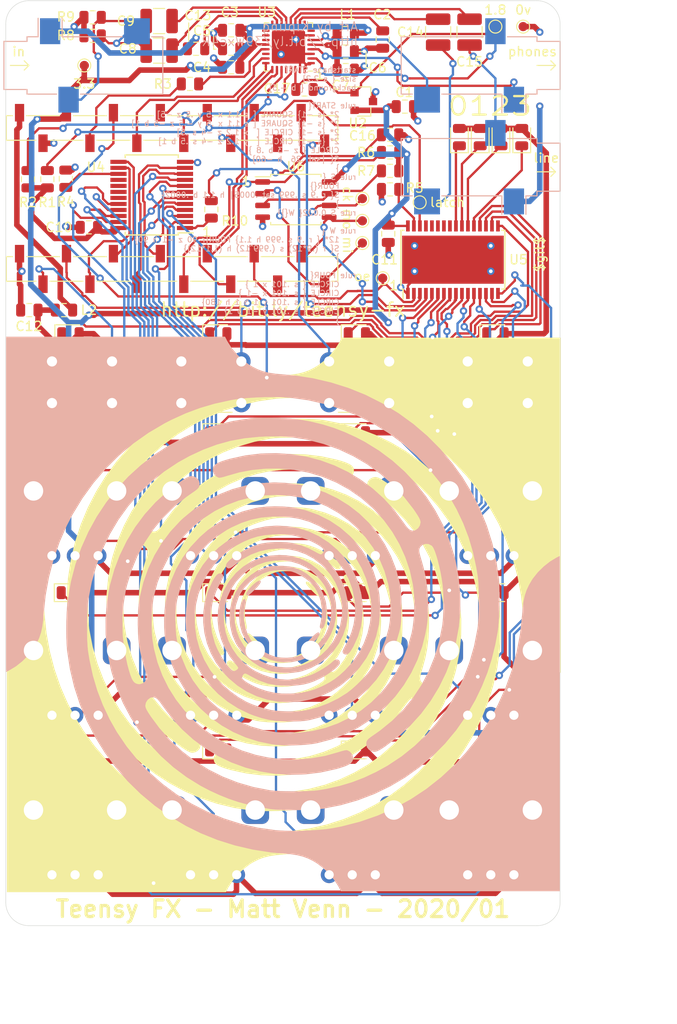
<source format=kicad_pcb>
(kicad_pcb (version 20171130) (host pcbnew 5.1.5-52549c5~84~ubuntu18.04.1)
  (layers (0 F.Cu signal) (1 In1.Cu signal) (2 In2.Cu signal) (31 B.Cu signal) (34 B.Paste user hide) (35 F.Paste user hide) (36 B.SilkS user) (37 F.SilkS user) (38 B.Mask user) (39 F.Mask user hide) (44 Edge.Cuts user))
  (net 0 "")
  (net 1 GND)
  (net 2 "Net-(C2-Pad1)")
  (net 3 "Net-(J2-PadT)")
  (net 4 "Net-(J2-PadR)")
  (net 5 "Net-(U3-Pad16)")
  (net 6 "Net-(U3-Pad18)")
  (net 7 +3V3)
  (net 8 MCLK)
  (net 9 LRCLK)
  (net 10 BCLK)
  (net 11 SDA)
  (net 12 SCL)
  (net 13 +1V8)
  (net 14 "Net-(C8-Pad2)")
  (net 15 "Net-(C8-Pad1)")
  (net 16 "Net-(C9-Pad1)")
  (net 17 "Net-(C9-Pad2)")
  (net 18 "Net-(J2-PadS)")
  (net 19 +5V)
  (net 20 pot_multiplex)
  (net 21 pot_b3)
  (net 22 pot_b2)
  (net 23 pot_b1)
  (net 24 pot_b0)
  (net 25 "Net-(R4-Pad1)")
  (net 26 led_latch)
  (net 27 led_oe)
  (net 28 sw_1)
  (net 29 sw_2)
  (net 30 sw_3)
  (net 31 sw_4)
  (net 32 "Net-(U4-Pad16)")
  (net 33 "Net-(U4-Pad17)")
  (net 34 "Net-(U4-Pad18)")
  (net 35 "Net-(U4-Pad19)")
  (net 36 "Net-(D1-Pad1)")
  (net 37 "Net-(D2-Pad1)")
  (net 38 "Net-(D3-Pad1)")
  (net 39 "Net-(D4-Pad1)")
  (net 40 "Net-(D5-Pad1)")
  (net 41 "Net-(D6-Pad1)")
  (net 42 "Net-(D7-Pad1)")
  (net 43 "Net-(D8-Pad1)")
  (net 44 "Net-(D9-Pad1)")
  (net 45 "Net-(D10-Pad1)")
  (net 46 "Net-(D11-Pad1)")
  (net 47 "Net-(D12-Pad1)")
  (net 48 "Net-(D13-Pad1)")
  (net 49 "Net-(D14-Pad1)")
  (net 50 "Net-(D15-Pad1)")
  (net 51 "Net-(D16-Pad1)")
  (net 52 "Net-(R5-Pad1)")
  (net 53 "Net-(U5-Pad25)")
  (net 54 "Net-(U5-Pad26)")
  (net 55 "Net-(U5-Pad27)")
  (net 56 "Net-(U5-Pad28)")
  (net 57 "Net-(U5-Pad29)")
  (net 58 "Net-(R3-Pad1)")
  (net 59 "/pots buttons & LEDs/a0")
  (net 60 "/pots buttons & LEDs/a4")
  (net 61 "/pots buttons & LEDs/a8")
  (net 62 "/pots buttons & LEDs/a1")
  (net 63 "/pots buttons & LEDs/a5")
  (net 64 "/pots buttons & LEDs/a9")
  (net 65 "/pots buttons & LEDs/a2")
  (net 66 "/pots buttons & LEDs/a6")
  (net 67 "/pots buttons & LEDs/a10")
  (net 68 "/pots buttons & LEDs/a3")
  (net 69 "/pots buttons & LEDs/a7")
  (net 70 "/pots buttons & LEDs/a11")
  (net 71 "Net-(U1-Pad22)")
  (net 72 "Net-(D17-Pad1)")
  (net 73 "Net-(D18-Pad1)")
  (net 74 "Net-(D19-Pad1)")
  (net 75 "Net-(D20-Pad1)")
  (net 76 /mem_cs)
  (net 77 "Net-(R7-Pad2)")
  (net 78 SCLK)
  (net 79 MOSI)
  (net 80 MISO)
  (net 81 "Net-(U1-Pad12)")
  (net 82 I2S_OUT)
  (net 83 I2S_IN)
  (net 84 "Net-(C13-Pad1)")
  (net 85 "/SGTL audio/filter_audio_3v3")
  (net 86 "Net-(C14-Pad2)")
  (net 87 "Net-(C14-Pad1)")
  (net 88 "Net-(C15-Pad1)")
  (net 89 "Net-(C15-Pad2)")
  (net 90 "Net-(R10-Pad1)")
  (net 91 +5VA)
  (module audio-fx:back-graphic (layer B.Cu) (at 255 111.3)
    (fp_text reference G*** hide)
    (fp_text value LOGO hide)
  )
  (module audio-fx:back-graphic (layer F.Cu) (at 255.1 111.4)
    (fp_text reference G*** hide)
    (fp_text value LOGO hide)
  )
  (module audio-fx:Potentiometer_Alps_RK09L_Single_Vertical (layer F.Cu) (at 232.5 98 90)
    (fp_text reference RV1 hide)
    (fp_text value R_POT)
    (pad "" thru_hole roundrect (at 0 4.5 90) (size 3 3) (drill 2.1) (layers *.Cu *.Mask))
    (pad "" thru_hole roundrect (at 0 -4.5 90) (size 3 3) (drill 2.1) (layers *.Cu *.Mask))
    (pad 1 thru_hole circle (at -7 2.5 90) (size 1.8 1.8) (drill 1) (layers *.Cu *.Mask) (net 7 +3V3))
    (pad 2 thru_hole circle (at -7 0 90) (size 1.8 1.8) (drill 1) (layers *.Cu *.Mask) (net 59 "/pots buttons & LEDs/a0"))
    (pad 3 thru_hole circle (at -7 -2.5 90) (size 1.8 1.8) (drill 1) (layers *.Cu *.Mask) (net 1 GND))
  )
  (module audio-fx:Potentiometer_Alps_RK09L_Single_Vertical (layer F.Cu) (at 247.5 98 90)
    (fp_text reference RV2 hide)
    (fp_text value R_POT)
    (pad "" thru_hole roundrect (at 0 4.5 90) (size 3 3) (drill 2.1) (layers *.Cu *.Mask))
    (pad "" thru_hole roundrect (at 0 -4.5 90) (size 3 3) (drill 2.1) (layers *.Cu *.Mask))
    (pad 1 thru_hole circle (at -7 2.5 90) (size 1.8 1.8) (drill 1) (layers *.Cu *.Mask) (net 7 +3V3))
    (pad 2 thru_hole circle (at -7 0 90) (size 1.8 1.8) (drill 1) (layers *.Cu *.Mask) (net 60 "/pots buttons & LEDs/a4"))
    (pad 3 thru_hole circle (at -7 -2.5 90) (size 1.8 1.8) (drill 1) (layers *.Cu *.Mask) (net 1 GND))
  )
  (module audio-fx:Potentiometer_Alps_RK09L_Single_Vertical (layer F.Cu) (at 262.5 98 90)
    (fp_text reference RV3 hide)
    (fp_text value R_POT)
    (pad "" thru_hole roundrect (at 0 4.5 90) (size 3 3) (drill 2.1) (layers *.Cu *.Mask))
    (pad "" thru_hole roundrect (at 0 -4.5 90) (size 3 3) (drill 2.1) (layers *.Cu *.Mask))
    (pad 1 thru_hole circle (at -7 2.5 90) (size 1.8 1.8) (drill 1) (layers *.Cu *.Mask) (net 7 +3V3))
    (pad 2 thru_hole circle (at -7 0 90) (size 1.8 1.8) (drill 1) (layers *.Cu *.Mask) (net 61 "/pots buttons & LEDs/a8"))
    (pad 3 thru_hole circle (at -7 -2.5 90) (size 1.8 1.8) (drill 1) (layers *.Cu *.Mask) (net 1 GND))
  )
  (module audio-fx:Potentiometer_Alps_RK09L_Single_Vertical (layer F.Cu) (at 277.5 98 90)
    (fp_text reference RV4 hide)
    (fp_text value R_POT)
    (pad "" thru_hole roundrect (at 0 4.5 90) (size 3 3) (drill 2.1) (layers *.Cu *.Mask))
    (pad "" thru_hole roundrect (at 0 -4.5 90) (size 3 3) (drill 2.1) (layers *.Cu *.Mask))
    (pad 1 thru_hole circle (at -7 2.5 90) (size 1.8 1.8) (drill 1) (layers *.Cu *.Mask) (net 7 +3V3))
    (pad 2 thru_hole circle (at -7 0 90) (size 1.8 1.8) (drill 1) (layers *.Cu *.Mask) (net 62 "/pots buttons & LEDs/a1"))
    (pad 3 thru_hole circle (at -7 -2.5 90) (size 1.8 1.8) (drill 1) (layers *.Cu *.Mask) (net 1 GND))
  )
  (module audio-fx:Potentiometer_Alps_RK09L_Single_Vertical (layer F.Cu) (at 232.5 115.25 90)
    (fp_text reference RV5 hide)
    (fp_text value R_POT)
    (pad "" thru_hole roundrect (at 0 4.5 90) (size 3 3) (drill 2.1) (layers *.Cu *.Mask))
    (pad "" thru_hole roundrect (at 0 -4.5 90) (size 3 3) (drill 2.1) (layers *.Cu *.Mask))
    (pad 1 thru_hole circle (at -7 2.5 90) (size 1.8 1.8) (drill 1) (layers *.Cu *.Mask) (net 7 +3V3))
    (pad 2 thru_hole circle (at -7 0 90) (size 1.8 1.8) (drill 1) (layers *.Cu *.Mask) (net 63 "/pots buttons & LEDs/a5"))
    (pad 3 thru_hole circle (at -7 -2.5 90) (size 1.8 1.8) (drill 1) (layers *.Cu *.Mask) (net 1 GND))
  )
  (module audio-fx:Potentiometer_Alps_RK09L_Single_Vertical (layer F.Cu) (at 247.5 115.25 90)
    (fp_text reference RV6 hide)
    (fp_text value R_POT)
    (pad "" thru_hole roundrect (at 0 4.5 90) (size 3 3) (drill 2.1) (layers *.Cu *.Mask))
    (pad "" thru_hole roundrect (at 0 -4.5 90) (size 3 3) (drill 2.1) (layers *.Cu *.Mask))
    (pad 1 thru_hole circle (at -7 2.5 90) (size 1.8 1.8) (drill 1) (layers *.Cu *.Mask) (net 7 +3V3))
    (pad 2 thru_hole circle (at -7 0 90) (size 1.8 1.8) (drill 1) (layers *.Cu *.Mask) (net 64 "/pots buttons & LEDs/a9"))
    (pad 3 thru_hole circle (at -7 -2.5 90) (size 1.8 1.8) (drill 1) (layers *.Cu *.Mask) (net 1 GND))
  )
  (module audio-fx:Potentiometer_Alps_RK09L_Single_Vertical (layer F.Cu) (at 262.5 115.25 90)
    (fp_text reference RV7 hide)
    (fp_text value R_POT)
    (pad "" thru_hole roundrect (at 0 4.5 90) (size 3 3) (drill 2.1) (layers *.Cu *.Mask))
    (pad "" thru_hole roundrect (at 0 -4.5 90) (size 3 3) (drill 2.1) (layers *.Cu *.Mask))
    (pad 1 thru_hole circle (at -7 2.5 90) (size 1.8 1.8) (drill 1) (layers *.Cu *.Mask) (net 7 +3V3))
    (pad 2 thru_hole circle (at -7 0 90) (size 1.8 1.8) (drill 1) (layers *.Cu *.Mask) (net 65 "/pots buttons & LEDs/a2"))
    (pad 3 thru_hole circle (at -7 -2.5 90) (size 1.8 1.8) (drill 1) (layers *.Cu *.Mask) (net 1 GND))
  )
  (module audio-fx:Potentiometer_Alps_RK09L_Single_Vertical (layer F.Cu) (at 277.5 115.25 90)
    (fp_text reference RV8 hide)
    (fp_text value R_POT)
    (pad "" thru_hole roundrect (at 0 4.5 90) (size 3 3) (drill 2.1) (layers *.Cu *.Mask))
    (pad "" thru_hole roundrect (at 0 -4.5 90) (size 3 3) (drill 2.1) (layers *.Cu *.Mask))
    (pad 1 thru_hole circle (at -7 2.5 90) (size 1.8 1.8) (drill 1) (layers *.Cu *.Mask) (net 7 +3V3))
    (pad 2 thru_hole circle (at -7 0 90) (size 1.8 1.8) (drill 1) (layers *.Cu *.Mask) (net 66 "/pots buttons & LEDs/a6"))
    (pad 3 thru_hole circle (at -7 -2.5 90) (size 1.8 1.8) (drill 1) (layers *.Cu *.Mask) (net 1 GND))
  )
  (module audio-fx:Potentiometer_Alps_RK09L_Single_Vertical (layer F.Cu) (at 232.5 132.5 90)
    (fp_text reference RV9 hide)
    (fp_text value R_POT)
    (pad "" thru_hole roundrect (at 0 4.5 90) (size 3 3) (drill 2.1) (layers *.Cu *.Mask))
    (pad "" thru_hole roundrect (at 0 -4.5 90) (size 3 3) (drill 2.1) (layers *.Cu *.Mask))
    (pad 1 thru_hole circle (at -7 2.5 90) (size 1.8 1.8) (drill 1) (layers *.Cu *.Mask) (net 7 +3V3))
    (pad 2 thru_hole circle (at -7 0 90) (size 1.8 1.8) (drill 1) (layers *.Cu *.Mask) (net 67 "/pots buttons & LEDs/a10"))
    (pad 3 thru_hole circle (at -7 -2.5 90) (size 1.8 1.8) (drill 1) (layers *.Cu *.Mask) (net 1 GND))
  )
  (module audio-fx:Potentiometer_Alps_RK09L_Single_Vertical (layer F.Cu) (at 247.5 132.5 90)
    (fp_text reference RV10 hide)
    (fp_text value R_POT)
    (pad "" thru_hole roundrect (at 0 4.5 90) (size 3 3) (drill 2.1) (layers *.Cu *.Mask))
    (pad "" thru_hole roundrect (at 0 -4.5 90) (size 3 3) (drill 2.1) (layers *.Cu *.Mask))
    (pad 1 thru_hole circle (at -7 2.5 90) (size 1.8 1.8) (drill 1) (layers *.Cu *.Mask) (net 7 +3V3))
    (pad 2 thru_hole circle (at -7 0 90) (size 1.8 1.8) (drill 1) (layers *.Cu *.Mask) (net 68 "/pots buttons & LEDs/a3"))
    (pad 3 thru_hole circle (at -7 -2.5 90) (size 1.8 1.8) (drill 1) (layers *.Cu *.Mask) (net 1 GND))
  )
  (module audio-fx:Potentiometer_Alps_RK09L_Single_Vertical (layer F.Cu) (at 262.5 132.5 90)
    (fp_text reference RV11 hide)
    (fp_text value R_POT)
    (pad "" thru_hole roundrect (at 0 4.5 90) (size 3 3) (drill 2.1) (layers *.Cu *.Mask))
    (pad "" thru_hole roundrect (at 0 -4.5 90) (size 3 3) (drill 2.1) (layers *.Cu *.Mask))
    (pad 1 thru_hole circle (at -7 2.5 90) (size 1.8 1.8) (drill 1) (layers *.Cu *.Mask) (net 7 +3V3))
    (pad 2 thru_hole circle (at -7 0 90) (size 1.8 1.8) (drill 1) (layers *.Cu *.Mask) (net 69 "/pots buttons & LEDs/a7"))
    (pad 3 thru_hole circle (at -7 -2.5 90) (size 1.8 1.8) (drill 1) (layers *.Cu *.Mask) (net 1 GND))
  )
  (module audio-fx:Potentiometer_Alps_RK09L_Single_Vertical (layer F.Cu) (at 277.5 132.5 90)
    (fp_text reference RV12 hide)
    (fp_text value R_POT)
    (pad "" thru_hole roundrect (at 0 4.5 90) (size 3 3) (drill 2.1) (layers *.Cu *.Mask))
    (pad "" thru_hole roundrect (at 0 -4.5 90) (size 3 3) (drill 2.1) (layers *.Cu *.Mask))
    (pad 1 thru_hole circle (at -7 2.5 90) (size 1.8 1.8) (drill 1) (layers *.Cu *.Mask) (net 7 +3V3))
    (pad 2 thru_hole circle (at -7 0 90) (size 1.8 1.8) (drill 1) (layers *.Cu *.Mask) (net 70 "/pots buttons & LEDs/a11"))
    (pad 3 thru_hole circle (at -7 -2.5 90) (size 1.8 1.8) (drill 1) (layers *.Cu *.Mask) (net 1 GND))
  )
  (module audio-fx:teensy4smt (layer F.Cu) (at 243 74 90)
    (fp_text reference U1 hide)
    (fp_text value Teensy4.0)
    (pad 1 smd rect (at 1.65 -16.51 90) (size 1.9 1) (layers F.Cu F.Paste F.Mask) (net 1 GND))
    (pad 3 smd rect (at 1.65 -11.43 90) (size 1.9 1) (layers F.Cu F.Paste F.Mask) (net 29 sw_2))
    (pad 5 smd rect (at 1.65 -6.35 90) (size 1.9 1) (layers F.Cu F.Paste F.Mask) (net 21 pot_b3))
    (pad 7 smd rect (at 1.65 -1.27 90) (size 1.9 1) (layers F.Cu F.Paste F.Mask) (net 24 pot_b0))
    (pad 9 smd rect (at 1.65 3.81 90) (size 1.9 1) (layers F.Cu F.Paste F.Mask) (net 82 I2S_OUT))
    (pad 11 smd rect (at 1.65 8.89 90) (size 1.9 1) (layers F.Cu F.Paste F.Mask) (net 27 led_oe))
    (pad 13 smd rect (at 1.65 13.97 90) (size 1.9 1) (layers F.Cu F.Paste F.Mask) (net 79 MOSI))
    (pad 2 smd rect (at -1.65 -13.97 90) (size 1.9 1) (layers F.Cu F.Paste F.Mask) (net 28 sw_1))
    (pad 4 smd rect (at -1.65 -8.89 90) (size 1.9 1) (layers F.Cu F.Paste F.Mask) (net 22 pot_b2))
    (pad 6 smd rect (at -1.65 -3.81 90) (size 1.9 1) (layers F.Cu F.Paste F.Mask) (net 23 pot_b1))
    (pad 8 smd rect (at -1.65 1.27 90) (size 1.9 1) (layers F.Cu F.Paste F.Mask) (net 76 /mem_cs))
    (pad 10 smd rect (at -1.65 6.35 90) (size 1.9 1) (layers F.Cu F.Paste F.Mask) (net 83 I2S_IN))
    (pad 12 smd rect (at -1.65 11.43 90) (size 1.9 1) (layers F.Cu F.Paste F.Mask) (net 81 "Net-(U1-Pad12)"))
    (pad 14 smd rect (at -1.65 16.51 90) (size 1.9 1) (layers F.Cu F.Paste F.Mask) (net 80 MISO))
    (pad 23 smd rect (at 16.89 8.89 90) (size 1.9 1) (layers F.Cu F.Paste F.Mask) (net 26 led_latch))
    (pad 21 smd rect (at 16.89 13.97 90) (size 1.9 1) (layers F.Cu F.Paste F.Mask) (net 20 pot_multiplex))
    (pad 20 smd rect (at 13.59 16.51 90) (size 1.9 1) (layers F.Cu F.Paste F.Mask) (net 78 SCLK))
    (pad 31 smd rect (at 16.89 -11.43 90) (size 1.9 1) (layers F.Cu F.Paste F.Mask) (net 7 +3V3))
    (pad 26 smd rect (at 13.59 1.27 90) (size 1.9 1) (layers F.Cu F.Paste F.Mask) (net 12 SCL))
    (pad 28 smd rect (at 13.59 -3.81 90) (size 1.9 1) (layers F.Cu F.Paste F.Mask) (net 10 BCLK))
    (pad 30 smd rect (at 13.59 -8.89 90) (size 1.9 1) (layers F.Cu F.Paste F.Mask) (net 8 MCLK))
    (pad 32 smd rect (at 13.59 -13.97 90) (size 1.9 1) (layers F.Cu F.Paste F.Mask) (net 1 GND))
    (pad 24 smd rect (at 13.59 6.35 90) (size 1.9 1) (layers F.Cu F.Paste F.Mask) (net 30 sw_3))
    (pad 33 smd rect (at 16.89 -16.51 90) (size 1.9 1) (layers F.Cu F.Paste F.Mask) (net 19 +5V))
    (pad 27 smd rect (at 16.89 -1.27 90) (size 1.9 1) (layers F.Cu F.Paste F.Mask) (net 9 LRCLK))
    (pad 22 smd rect (at 13.59 11.43 90) (size 1.9 1) (layers F.Cu F.Paste F.Mask) (net 71 "Net-(U1-Pad22)"))
    (pad 25 smd rect (at 16.89 3.81 90) (size 1.9 1) (layers F.Cu F.Paste F.Mask) (net 11 SDA))
    (pad 29 smd rect (at 16.89 -6.35 90) (size 1.9 1) (layers F.Cu F.Paste F.Mask) (net 31 sw_4))
  )
  (module Inductor_SMD:L_0805_2012Metric (layer F.Cu) (at 261.8 48.5 180)
    (fp_text reference L1 (at -0.2 2) (layer F.SilkS))
    (fp_text value 600R)
    (pad 1 smd roundrect (at -0.9375 0 180) (size 0.975 1.4) (layers F.Cu F.Paste F.Mask) (net 7 +3V3))
    (pad 2 smd roundrect (at 0.9375 0 180) (size 0.975 1.4) (layers F.Cu F.Paste F.Mask) (net 85 "/SGTL audio/filter_audio_3v3"))
  )
  (module Button_Switch_THT:SW_PUSH_6mm (layer F.Cu) (at 260 84)
    (fp_text reference SW3 hide)
    (fp_text value Switch_SW_Push)
    (pad 2 thru_hole circle (at 0 4.5 90) (size 2 2) (drill 1.1) (layers *.Cu *.Mask) (net 1 GND))
    (pad 1 thru_hole circle (at 0 0 90) (size 2 2) (drill 1.1) (layers *.Cu *.Mask) (net 30 sw_3))
    (pad 2 thru_hole circle (at 6.5 4.5 90) (size 2 2) (drill 1.1) (layers *.Cu *.Mask) (net 1 GND))
    (pad 1 thru_hole circle (at 6.5 0 90) (size 2 2) (drill 1.1) (layers *.Cu *.Mask) (net 30 sw_3))
  )
  (module Package_DFN_QFN:QFN-32-1EP_5x5mm_P0.5mm_EP3.6x3.6mm (layer F.Cu) (at 255.6 50 180)
    (fp_text reference U3 (at 2.35 3.75) (layer F.SilkS))
    (fp_text value SGTL5000)
    (pad 33 smd roundrect (at 0 0 180) (size 3.6 3.6) (layers F.Cu F.Mask) (roundrect_rratio 0.06944400000000001) (net 1 GND))
    (pad 1 smd roundrect (at -2.45 -1.75 180) (size 0.8 0.25) (layers F.Cu F.Paste F.Mask) (net 1 GND))
    (pad 2 smd roundrect (at -2.45 -1.25 180) (size 0.8 0.25) (layers F.Cu F.Paste F.Mask) (net 4 "Net-(J2-PadR)"))
    (pad 3 smd roundrect (at -2.45 -0.75 180) (size 0.8 0.25) (layers F.Cu F.Paste F.Mask) (net 1 GND))
    (pad 4 smd roundrect (at -2.45 -0.25 180) (size 0.8 0.25) (layers F.Cu F.Paste F.Mask) (net 18 "Net-(J2-PadS)"))
    (pad 5 smd roundrect (at -2.45 0.25 180) (size 0.8 0.25) (layers F.Cu F.Paste F.Mask) (net 85 "/SGTL audio/filter_audio_3v3"))
    (pad 6 smd roundrect (at -2.45 0.75 180) (size 0.8 0.25) (layers F.Cu F.Paste F.Mask) (net 3 "Net-(J2-PadT)"))
    (pad 7 smd roundrect (at -2.45 1.25 180) (size 0.8 0.25) (layers F.Cu F.Paste F.Mask) (net 1 GND))
    (pad 8 smd roundrect (at -2.45 1.75 180) (size 0.8 0.25) (layers F.Cu F.Paste F.Mask))
    (pad 9 smd roundrect (at -1.75 2.45 180) (size 0.25 0.8) (layers F.Cu F.Paste F.Mask))
    (pad 10 smd roundrect (at -1.25 2.45 180) (size 0.25 0.8) (layers F.Cu F.Paste F.Mask) (net 2 "Net-(C2-Pad1)"))
    (pad 11 smd roundrect (at -0.75 2.45 180) (size 0.25 0.8) (layers F.Cu F.Paste F.Mask) (net 87 "Net-(C14-Pad1)"))
    (pad 12 smd roundrect (at -0.25 2.45 180) (size 0.25 0.8) (layers F.Cu F.Paste F.Mask) (net 88 "Net-(C15-Pad1)"))
    (pad 13 smd roundrect (at 0.25 2.45 180) (size 0.25 0.8) (layers F.Cu F.Paste F.Mask) (net 16 "Net-(C9-Pad1)"))
    (pad 14 smd roundrect (at 0.75 2.45 180) (size 0.25 0.8) (layers F.Cu F.Paste F.Mask) (net 15 "Net-(C8-Pad1)"))
    (pad 15 smd roundrect (at 1.25 2.45 180) (size 0.25 0.8) (layers F.Cu F.Paste F.Mask) (net 84 "Net-(C13-Pad1)"))
    (pad 16 smd roundrect (at 1.75 2.45 180) (size 0.25 0.8) (layers F.Cu F.Paste F.Mask) (net 5 "Net-(U3-Pad16)"))
    (pad 17 smd roundrect (at 2.45 1.75 180) (size 0.8 0.25) (layers F.Cu F.Paste F.Mask))
    (pad 18 smd roundrect (at 2.45 1.25 180) (size 0.8 0.25) (layers F.Cu F.Paste F.Mask) (net 6 "Net-(U3-Pad18)"))
    (pad 19 smd roundrect (at 2.45 0.75 180) (size 0.8 0.25) (layers F.Cu F.Paste F.Mask))
    (pad 20 smd roundrect (at 2.45 0.25 180) (size 0.8 0.25) (layers F.Cu F.Paste F.Mask) (net 7 +3V3))
    (pad 21 smd roundrect (at 2.45 -0.25 180) (size 0.8 0.25) (layers F.Cu F.Paste F.Mask) (net 58 "Net-(R3-Pad1)"))
    (pad 22 smd roundrect (at 2.45 -0.75 180) (size 0.8 0.25) (layers F.Cu F.Paste F.Mask))
    (pad 23 smd roundrect (at 2.45 -1.25 180) (size 0.8 0.25) (layers F.Cu F.Paste F.Mask) (net 10 BCLK))
    (pad 24 smd roundrect (at 2.45 -1.75 180) (size 0.8 0.25) (layers F.Cu F.Paste F.Mask) (net 9 LRCLK))
    (pad 25 smd roundrect (at 1.75 -2.45 180) (size 0.25 0.8) (layers F.Cu F.Paste F.Mask) (net 83 I2S_IN))
    (pad 26 smd roundrect (at 1.25 -2.45 180) (size 0.25 0.8) (layers F.Cu F.Paste F.Mask) (net 82 I2S_OUT))
    (pad 27 smd roundrect (at 0.75 -2.45 180) (size 0.25 0.8) (layers F.Cu F.Paste F.Mask) (net 11 SDA))
    (pad 28 smd roundrect (at 0.25 -2.45 180) (size 0.25 0.8) (layers F.Cu F.Paste F.Mask))
    (pad 29 smd roundrect (at -0.25 -2.45 180) (size 0.25 0.8) (layers F.Cu F.Paste F.Mask) (net 12 SCL))
    (pad 30 smd roundrect (at -0.75 -2.45 180) (size 0.25 0.8) (layers F.Cu F.Paste F.Mask) (net 13 +1V8))
    (pad 31 smd roundrect (at -1.25 -2.45 180) (size 0.25 0.8) (layers F.Cu F.Paste F.Mask) (net 1 GND))
    (pad 32 smd roundrect (at -1.75 -2.45 180) (size 0.25 0.8) (layers F.Cu F.Paste F.Mask) (net 1 GND))
  )
  (module Capacitor_SMD:C_0805_2012Metric (layer F.Cu) (at 268.2 56.45)
    (fp_text reference C1 (at -0.05 -1.55) (layer F.SilkS))
    (fp_text value 2.2uF)
    (pad 1 smd roundrect (at -0.9375 0) (size 0.975 1.4) (layers F.Cu F.Paste F.Mask) (net 7 +3V3))
    (pad 2 smd roundrect (at 0.9375 0) (size 0.975 1.4) (layers F.Cu F.Paste F.Mask) (net 1 GND))
  )
  (module Capacitor_SMD:C_0805_2012Metric (layer F.Cu) (at 265.8 49.2 270)
    (fp_text reference C2 (at -2.7 0.05 180) (layer F.SilkS))
    (fp_text value 0.1uF)
    (pad 1 smd roundrect (at -0.9375 0 270) (size 0.975 1.4) (layers F.Cu F.Paste F.Mask) (net 2 "Net-(C2-Pad1)"))
    (pad 2 smd roundrect (at 0.9375 0 270) (size 0.975 1.4) (layers F.Cu F.Paste F.Mask) (net 1 GND))
  )
  (module Capacitor_SMD:C_0805_2012Metric (layer F.Cu) (at 249.4 48.2 180)
    (fp_text reference C3 (at 0.15 1.95) (layer F.SilkS))
    (fp_text value 2.2uF)
    (pad 2 smd roundrect (at 0.9375 0 180) (size 0.975 1.4) (layers F.Cu F.Paste F.Mask) (net 1 GND))
    (pad 1 smd roundrect (at -0.9375 0 180) (size 0.975 1.4) (layers F.Cu F.Paste F.Mask) (net 7 +3V3))
  )
  (module Capacitor_SMD:C_0805_2012Metric (layer F.Cu) (at 249.4 52.2 180)
    (fp_text reference C4 (at 3.15 0) (layer F.SilkS))
    (fp_text value 0.1uF)
    (pad 2 smd roundrect (at 0.9375 0 180) (size 0.975 1.4) (layers F.Cu F.Paste F.Mask) (net 1 GND))
    (pad 1 smd roundrect (at -0.9375 0 180) (size 0.975 1.4) (layers F.Cu F.Paste F.Mask) (net 7 +3V3))
  )
  (module Capacitor_SMD:C_0805_2012Metric (layer F.Cu) (at 249.4 50.2 180)
    (fp_text reference C5 (at 3.15 1.95) (layer F.SilkS))
    (fp_text value 0.1uF)
    (pad 1 smd roundrect (at -0.9375 0 180) (size 0.975 1.4) (layers F.Cu F.Paste F.Mask) (net 7 +3V3))
    (pad 2 smd roundrect (at 0.9375 0 180) (size 0.975 1.4) (layers F.Cu F.Paste F.Mask) (net 1 GND))
  )
  (module Capacitor_SMD:C_0805_2012Metric (layer F.Cu) (at 261.8 50.5)
    (fp_text reference C6 (at 3.45 1.75) (layer F.SilkS))
    (fp_text value 2.2uF)
    (pad 1 smd roundrect (at -0.9375 0) (size 0.975 1.4) (layers F.Cu F.Paste F.Mask) (net 85 "/SGTL audio/filter_audio_3v3"))
    (pad 2 smd roundrect (at 0.9375 0) (size 0.975 1.4) (layers F.Cu F.Paste F.Mask) (net 1 GND))
  )
  (module Capacitor_SMD:C_0805_2012Metric (layer F.Cu) (at 261.8 52.5)
    (fp_text reference C7 (at -0.55 1.65) (layer F.SilkS))
    (fp_text value 0.1uF)
    (pad 2 smd roundrect (at 0.9375 0) (size 0.975 1.4) (layers F.Cu F.Paste F.Mask) (net 1 GND))
    (pad 1 smd roundrect (at -0.9375 0) (size 0.975 1.4) (layers F.Cu F.Paste F.Mask) (net 85 "/SGTL audio/filter_audio_3v3"))
  )
  (module Resistor_SMD:R_0805_2012Metric (layer F.Cu) (at 229.5 64.3 90)
    (fp_text reference R1 (at -2.5 0 180) (layer F.SilkS))
    (fp_text value 2.2K)
    (pad 1 smd roundrect (at -0.9375 0 90) (size 0.975 1.4) (layers F.Cu F.Paste F.Mask) (net 7 +3V3))
    (pad 2 smd roundrect (at 0.9375 0 90) (size 0.975 1.4) (layers F.Cu F.Paste F.Mask) (net 11 SDA))
  )
  (module Resistor_SMD:R_0805_2012Metric (layer F.Cu) (at 227.4 64.3 90)
    (fp_text reference R2 (at -2.5 0 180) (layer F.SilkS))
    (fp_text value 2.2K)
    (pad 2 smd roundrect (at 0.9375 0 90) (size 0.975 1.4) (layers F.Cu F.Paste F.Mask) (net 12 SCL))
    (pad 1 smd roundrect (at -0.9375 0 90) (size 0.975 1.4) (layers F.Cu F.Paste F.Mask) (net 7 +3V3))
  )
  (module Resistor_SMD:R_0805_2012Metric (layer F.Cu) (at 231.5 64.25 90)
    (fp_text reference R4 (at -2.5 0 180) (layer F.SilkS))
    (fp_text value 10k)
    (pad 1 smd roundrect (at -0.9375 0 90) (size 0.975 1.4) (layers F.Cu F.Paste F.Mask) (net 25 "Net-(R4-Pad1)"))
    (pad 2 smd roundrect (at 0.9375 0 90) (size 0.975 1.4) (layers F.Cu F.Paste F.Mask) (net 1 GND))
  )
  (module Package_SO:SSOP-24_5.3x8.2mm_P0.65mm (layer F.Cu) (at 240.8 66 180)
    (fp_text reference U4 (at 6.05 3) (layer F.SilkS))
    (fp_text value 4067)
    (pad 1 smd rect (at -3.6 -3.575 180) (size 1.75 0.45) (layers F.Cu F.Paste F.Mask) (net 90 "Net-(R10-Pad1)"))
    (pad 2 smd rect (at -3.6 -2.925 180) (size 1.75 0.45) (layers F.Cu F.Paste F.Mask) (net 69 "/pots buttons & LEDs/a7"))
    (pad 3 smd rect (at -3.6 -2.275 180) (size 1.75 0.45) (layers F.Cu F.Paste F.Mask) (net 66 "/pots buttons & LEDs/a6"))
    (pad 4 smd rect (at -3.6 -1.625 180) (size 1.75 0.45) (layers F.Cu F.Paste F.Mask) (net 63 "/pots buttons & LEDs/a5"))
    (pad 5 smd rect (at -3.6 -0.975 180) (size 1.75 0.45) (layers F.Cu F.Paste F.Mask) (net 60 "/pots buttons & LEDs/a4"))
    (pad 6 smd rect (at -3.6 -0.325 180) (size 1.75 0.45) (layers F.Cu F.Paste F.Mask) (net 68 "/pots buttons & LEDs/a3"))
    (pad 7 smd rect (at -3.6 0.325 180) (size 1.75 0.45) (layers F.Cu F.Paste F.Mask) (net 65 "/pots buttons & LEDs/a2"))
    (pad 8 smd rect (at -3.6 0.975 180) (size 1.75 0.45) (layers F.Cu F.Paste F.Mask) (net 62 "/pots buttons & LEDs/a1"))
    (pad 9 smd rect (at -3.6 1.625 180) (size 1.75 0.45) (layers F.Cu F.Paste F.Mask) (net 59 "/pots buttons & LEDs/a0"))
    (pad 10 smd rect (at -3.6 2.275 180) (size 1.75 0.45) (layers F.Cu F.Paste F.Mask) (net 24 pot_b0))
    (pad 11 smd rect (at -3.6 2.925 180) (size 1.75 0.45) (layers F.Cu F.Paste F.Mask) (net 23 pot_b1))
    (pad 12 smd rect (at -3.6 3.575 180) (size 1.75 0.45) (layers F.Cu F.Paste F.Mask) (net 1 GND))
    (pad 13 smd rect (at 3.6 3.575 180) (size 1.75 0.45) (layers F.Cu F.Paste F.Mask) (net 21 pot_b3))
    (pad 14 smd rect (at 3.6 2.925 180) (size 1.75 0.45) (layers F.Cu F.Paste F.Mask) (net 22 pot_b2))
    (pad 15 smd rect (at 3.6 2.275 180) (size 1.75 0.45) (layers F.Cu F.Paste F.Mask) (net 25 "Net-(R4-Pad1)"))
    (pad 16 smd rect (at 3.6 1.625 180) (size 1.75 0.45) (layers F.Cu F.Paste F.Mask) (net 32 "Net-(U4-Pad16)"))
    (pad 17 smd rect (at 3.6 0.975 180) (size 1.75 0.45) (layers F.Cu F.Paste F.Mask) (net 33 "Net-(U4-Pad17)"))
    (pad 18 smd rect (at 3.6 0.325 180) (size 1.75 0.45) (layers F.Cu F.Paste F.Mask) (net 34 "Net-(U4-Pad18)"))
    (pad 19 smd rect (at 3.6 -0.325 180) (size 1.75 0.45) (layers F.Cu F.Paste F.Mask) (net 35 "Net-(U4-Pad19)"))
    (pad 20 smd rect (at 3.6 -0.975 180) (size 1.75 0.45) (layers F.Cu F.Paste F.Mask) (net 70 "/pots buttons & LEDs/a11"))
    (pad 21 smd rect (at 3.6 -1.625 180) (size 1.75 0.45) (layers F.Cu F.Paste F.Mask) (net 67 "/pots buttons & LEDs/a10"))
    (pad 22 smd rect (at 3.6 -2.275 180) (size 1.75 0.45) (layers F.Cu F.Paste F.Mask) (net 64 "/pots buttons & LEDs/a9"))
    (pad 23 smd rect (at 3.6 -2.925 180) (size 1.75 0.45) (layers F.Cu F.Paste F.Mask) (net 61 "/pots buttons & LEDs/a8"))
    (pad 24 smd rect (at 3.6 -3.575 180) (size 1.75 0.45) (layers F.Cu F.Paste F.Mask) (net 7 +3V3))
  )
  (module Capacitor_SMD:C_0805_2012Metric (layer F.Cu) (at 234 69.5 180)
    (fp_text reference C10 (at 3.25 0) (layer F.SilkS))
    (fp_text value 2.2uF)
    (pad 1 smd roundrect (at -0.9375 0 180) (size 0.975 1.4) (layers F.Cu F.Paste F.Mask) (net 7 +3V3))
    (pad 2 smd roundrect (at 0.9375 0 180) (size 0.975 1.4) (layers F.Cu F.Paste F.Mask) (net 1 GND))
  )
  (module LED_SMD:LED_0805_2012Metric (layer F.Cu) (at 232 91.7)
    (fp_text reference D1 hide)
    (fp_text value LED)
    (pad 2 smd roundrect (at 0.9375 0) (size 0.975 1.4) (layers F.Cu F.Paste F.Mask) (net 91 +5VA))
    (pad 1 smd roundrect (at -0.9375 0) (size 0.975 1.4) (layers F.Cu F.Paste F.Mask) (net 36 "Net-(D1-Pad1)"))
  )
  (module LED_SMD:LED_0805_2012Metric (layer F.Cu) (at 248 91.7)
    (fp_text reference D2 hide)
    (fp_text value LED)
    (pad 2 smd roundrect (at 0.9375 0) (size 0.975 1.4) (layers F.Cu F.Paste F.Mask) (net 91 +5VA))
    (pad 1 smd roundrect (at -0.9375 0) (size 0.975 1.4) (layers F.Cu F.Paste F.Mask) (net 37 "Net-(D2-Pad1)"))
  )
  (module LED_SMD:LED_0805_2012Metric (layer F.Cu) (at 263 91.7)
    (fp_text reference D3 hide)
    (fp_text value LED)
    (pad 1 smd roundrect (at -0.9375 0) (size 0.975 1.4) (layers F.Cu F.Paste F.Mask) (net 38 "Net-(D3-Pad1)"))
    (pad 2 smd roundrect (at 0.9375 0) (size 0.975 1.4) (layers F.Cu F.Paste F.Mask) (net 91 +5VA))
  )
  (module LED_SMD:LED_0805_2012Metric (layer F.Cu) (at 278 91.7)
    (fp_text reference D4 hide)
    (fp_text value LED)
    (pad 1 smd roundrect (at -0.9375 0) (size 0.975 1.4) (layers F.Cu F.Paste F.Mask) (net 39 "Net-(D4-Pad1)"))
    (pad 2 smd roundrect (at 0.9375 0) (size 0.975 1.4) (layers F.Cu F.Paste F.Mask) (net 91 +5VA))
  )
  (module LED_SMD:LED_0805_2012Metric (layer F.Cu) (at 231.9375 109)
    (fp_text reference D5 hide)
    (fp_text value LED)
    (pad 1 smd roundrect (at -0.9375 0) (size 0.975 1.4) (layers F.Cu F.Paste F.Mask) (net 40 "Net-(D5-Pad1)"))
    (pad 2 smd roundrect (at 0.9375 0) (size 0.975 1.4) (layers F.Cu F.Paste F.Mask) (net 91 +5VA))
  )
  (module LED_SMD:LED_0805_2012Metric (layer F.Cu) (at 248 109)
    (fp_text reference D6 hide)
    (fp_text value LED)
    (pad 2 smd roundrect (at 0.9375 0) (size 0.975 1.4) (layers F.Cu F.Paste F.Mask) (net 91 +5VA))
    (pad 1 smd roundrect (at -0.9375 0) (size 0.975 1.4) (layers F.Cu F.Paste F.Mask) (net 41 "Net-(D6-Pad1)"))
  )
  (module LED_SMD:LED_0805_2012Metric (layer F.Cu) (at 263 109)
    (fp_text reference D7 hide)
    (fp_text value LED)
    (pad 1 smd roundrect (at -0.9375 0) (size 0.975 1.4) (layers F.Cu F.Paste F.Mask) (net 42 "Net-(D7-Pad1)"))
    (pad 2 smd roundrect (at 0.9375 0) (size 0.975 1.4) (layers F.Cu F.Paste F.Mask) (net 91 +5VA))
  )
  (module LED_SMD:LED_0805_2012Metric (layer F.Cu) (at 278 109)
    (fp_text reference D8 hide)
    (fp_text value LED)
    (pad 2 smd roundrect (at 0.9375 0) (size 0.975 1.4) (layers F.Cu F.Paste F.Mask) (net 91 +5VA))
    (pad 1 smd roundrect (at -0.9375 0) (size 0.975 1.4) (layers F.Cu F.Paste F.Mask) (net 43 "Net-(D8-Pad1)"))
  )
  (module Button_Switch_THT:SW_PUSH_6mm (layer F.Cu) (at 230 84)
    (fp_text reference SW1 hide)
    (fp_text value Switch_SW_Push)
    (pad 2 thru_hole circle (at 0 4.5 90) (size 2 2) (drill 1.1) (layers *.Cu *.Mask) (net 1 GND))
    (pad 1 thru_hole circle (at 0 0 90) (size 2 2) (drill 1.1) (layers *.Cu *.Mask) (net 28 sw_1))
    (pad 2 thru_hole circle (at 6.5 4.5 90) (size 2 2) (drill 1.1) (layers *.Cu *.Mask) (net 1 GND))
    (pad 1 thru_hole circle (at 6.5 0 90) (size 2 2) (drill 1.1) (layers *.Cu *.Mask) (net 28 sw_1))
  )
  (module Button_Switch_THT:SW_PUSH_6mm (layer F.Cu) (at 244 84)
    (fp_text reference SW2 hide)
    (fp_text value Switch_SW_Push)
    (pad 1 thru_hole circle (at 6.5 0 90) (size 2 2) (drill 1.1) (layers *.Cu *.Mask) (net 29 sw_2))
    (pad 2 thru_hole circle (at 6.5 4.5 90) (size 2 2) (drill 1.1) (layers *.Cu *.Mask) (net 1 GND))
    (pad 1 thru_hole circle (at 0 0 90) (size 2 2) (drill 1.1) (layers *.Cu *.Mask) (net 29 sw_2))
    (pad 2 thru_hole circle (at 0 4.5 90) (size 2 2) (drill 1.1) (layers *.Cu *.Mask) (net 1 GND))
  )
  (module Button_Switch_THT:SW_PUSH_6mm (layer F.Cu) (at 275 84)
    (fp_text reference SW4 hide)
    (fp_text value Switch_SW_Push)
    (pad 1 thru_hole circle (at 6.5 0 90) (size 2 2) (drill 1.1) (layers *.Cu *.Mask) (net 31 sw_4))
    (pad 2 thru_hole circle (at 6.5 4.5 90) (size 2 2) (drill 1.1) (layers *.Cu *.Mask) (net 1 GND))
    (pad 1 thru_hole circle (at 0 0 90) (size 2 2) (drill 1.1) (layers *.Cu *.Mask) (net 31 sw_4))
    (pad 2 thru_hole circle (at 0 4.5 90) (size 2 2) (drill 1.1) (layers *.Cu *.Mask) (net 1 GND))
  )
  (module Capacitor_SMD:C_0805_2012Metric (layer F.Cu) (at 266.4 70.2 270)
    (fp_text reference C11 (at 2.8 0.4 180) (layer F.SilkS))
    (fp_text value 2.2uF)
    (pad 1 smd roundrect (at -0.9375 0 270) (size 0.975 1.4) (layers F.Cu F.Paste F.Mask) (net 7 +3V3))
    (pad 2 smd roundrect (at 0.9375 0 270) (size 0.975 1.4) (layers F.Cu F.Paste F.Mask) (net 1 GND))
  )
  (module LED_SMD:LED_0805_2012Metric (layer F.Cu) (at 232 126)
    (fp_text reference D9 hide)
    (fp_text value LED)
    (pad 2 smd roundrect (at 0.9375 0) (size 0.975 1.4) (layers F.Cu F.Paste F.Mask) (net 91 +5VA))
    (pad 1 smd roundrect (at -0.9375 0) (size 0.975 1.4) (layers F.Cu F.Paste F.Mask) (net 44 "Net-(D9-Pad1)"))
  )
  (module LED_SMD:LED_0805_2012Metric (layer F.Cu) (at 248 126)
    (fp_text reference D10 hide)
    (fp_text value LED)
    (pad 1 smd roundrect (at -0.9375 0) (size 0.975 1.4) (layers F.Cu F.Paste F.Mask) (net 45 "Net-(D10-Pad1)"))
    (pad 2 smd roundrect (at 0.9375 0) (size 0.975 1.4) (layers F.Cu F.Paste F.Mask) (net 91 +5VA))
  )
  (module LED_SMD:LED_0805_2012Metric (layer F.Cu) (at 263 126)
    (fp_text reference D11 hide)
    (fp_text value LED)
    (pad 2 smd roundrect (at 0.9375 0) (size 0.975 1.4) (layers F.Cu F.Paste F.Mask) (net 91 +5VA))
    (pad 1 smd roundrect (at -0.9375 0) (size 0.975 1.4) (layers F.Cu F.Paste F.Mask) (net 46 "Net-(D11-Pad1)"))
  )
  (module LED_SMD:LED_0805_2012Metric (layer F.Cu) (at 278 126.100001)
    (fp_text reference D12 hide)
    (fp_text value LED)
    (pad 1 smd roundrect (at -0.9375 0) (size 0.975 1.4) (layers F.Cu F.Paste F.Mask) (net 47 "Net-(D12-Pad1)"))
    (pad 2 smd roundrect (at 0.9375 0) (size 0.975 1.4) (layers F.Cu F.Paste F.Mask) (net 91 +5VA))
  )
  (module LED_SMD:LED_0805_2012Metric (layer F.Cu) (at 232 81)
    (fp_text reference D13 hide)
    (fp_text value LED)
    (pad 2 smd roundrect (at 0.9375 0) (size 0.975 1.4) (layers F.Cu F.Paste F.Mask) (net 91 +5VA))
    (pad 1 smd roundrect (at -0.9375 0) (size 0.975 1.4) (layers F.Cu F.Paste F.Mask) (net 48 "Net-(D13-Pad1)"))
  )
  (module LED_SMD:LED_0805_2012Metric (layer F.Cu) (at 248 81)
    (fp_text reference D14 hide)
    (fp_text value LED)
    (pad 1 smd roundrect (at -0.9375 0) (size 0.975 1.4) (layers F.Cu F.Paste F.Mask) (net 49 "Net-(D14-Pad1)"))
    (pad 2 smd roundrect (at 0.9375 0) (size 0.975 1.4) (layers F.Cu F.Paste F.Mask) (net 91 +5VA))
  )
  (module LED_SMD:LED_0805_2012Metric (layer F.Cu) (at 263 81)
    (fp_text reference D15 hide)
    (fp_text value LED)
    (pad 2 smd roundrect (at 0.9375 0) (size 0.975 1.4) (layers F.Cu F.Paste F.Mask) (net 91 +5VA))
    (pad 1 smd roundrect (at -0.9375 0) (size 0.975 1.4) (layers F.Cu F.Paste F.Mask) (net 50 "Net-(D15-Pad1)"))
  )
  (module LED_SMD:LED_0805_2012Metric (layer F.Cu) (at 278 81)
    (fp_text reference D16 hide)
    (fp_text value LED)
    (pad 1 smd roundrect (at -0.9375 0) (size 0.975 1.4) (layers F.Cu F.Paste F.Mask) (net 51 "Net-(D16-Pad1)"))
    (pad 2 smd roundrect (at 0.9375 0) (size 0.975 1.4) (layers F.Cu F.Paste F.Mask) (net 91 +5VA))
  )
  (module Resistor_SMD:R_0805_2012Metric (layer F.Cu) (at 266.6 65.4 180)
    (fp_text reference R5 (at -2.65 0.15 180) (layer F.SilkS))
    (fp_text value 4.7k)
    (pad 1 smd roundrect (at -0.9375 0 180) (size 0.975 1.4) (layers F.Cu F.Paste F.Mask) (net 52 "Net-(R5-Pad1)"))
    (pad 2 smd roundrect (at 0.9375 0 180) (size 0.975 1.4) (layers F.Cu F.Paste F.Mask) (net 1 GND))
  )
  (module Package_SO:HTSSOP-32-1EP_6.1x11mm_P0.65mm_EP5.2x11mm_Mask4.11x4.36mm (layer F.Cu) (at 273.4 73 90)
    (fp_text reference U5 (at 0 7.1 180) (layer F.SilkS))
    (fp_text value TLC5947DAP)
    (pad 1 smd rect (at -3.65 -4.875 90) (size 1.2 0.4) (layers F.Cu F.Paste F.Mask) (net 1 GND))
    (pad 2 smd rect (at -3.65 -4.225 90) (size 1.2 0.4) (layers F.Cu F.Paste F.Mask) (net 27 led_oe))
    (pad 3 smd rect (at -3.65 -3.575 90) (size 1.2 0.4) (layers F.Cu F.Paste F.Mask) (net 78 SCLK))
    (pad 4 smd rect (at -3.65 -2.925 90) (size 1.2 0.4) (layers F.Cu F.Paste F.Mask) (net 79 MOSI))
    (pad 5 smd rect (at -3.65 -2.275 90) (size 1.2 0.4) (layers F.Cu F.Paste F.Mask) (net 36 "Net-(D1-Pad1)"))
    (pad 6 smd rect (at -3.65 -1.625 90) (size 1.2 0.4) (layers F.Cu F.Paste F.Mask) (net 37 "Net-(D2-Pad1)"))
    (pad 7 smd rect (at -3.65 -0.975 90) (size 1.2 0.4) (layers F.Cu F.Paste F.Mask) (net 38 "Net-(D3-Pad1)"))
    (pad 8 smd rect (at -3.65 -0.325 90) (size 1.2 0.4) (layers F.Cu F.Paste F.Mask) (net 39 "Net-(D4-Pad1)"))
    (pad 9 smd rect (at -3.65 0.325 90) (size 1.2 0.4) (layers F.Cu F.Paste F.Mask) (net 40 "Net-(D5-Pad1)"))
    (pad 10 smd rect (at -3.65 0.975 90) (size 1.2 0.4) (layers F.Cu F.Paste F.Mask) (net 41 "Net-(D6-Pad1)"))
    (pad 11 smd rect (at -3.65 1.625 90) (size 1.2 0.4) (layers F.Cu F.Paste F.Mask) (net 42 "Net-(D7-Pad1)"))
    (pad 12 smd rect (at -3.65 2.275 90) (size 1.2 0.4) (layers F.Cu F.Paste F.Mask) (net 43 "Net-(D8-Pad1)"))
    (pad 13 smd rect (at -3.65 2.925 90) (size 1.2 0.4) (layers F.Cu F.Paste F.Mask) (net 44 "Net-(D9-Pad1)"))
    (pad 14 smd rect (at -3.65 3.575 90) (size 1.2 0.4) (layers F.Cu F.Paste F.Mask) (net 45 "Net-(D10-Pad1)"))
    (pad 15 smd rect (at -3.65 4.225 90) (size 1.2 0.4) (layers F.Cu F.Paste F.Mask) (net 46 "Net-(D11-Pad1)"))
    (pad 16 smd rect (at -3.65 4.875 90) (size 1.2 0.4) (layers F.Cu F.Paste F.Mask) (net 47 "Net-(D12-Pad1)"))
    (pad 17 smd rect (at 3.65 4.875 90) (size 1.2 0.4) (layers F.Cu F.Paste F.Mask) (net 48 "Net-(D13-Pad1)"))
    (pad 18 smd rect (at 3.65 4.225 90) (size 1.2 0.4) (layers F.Cu F.Paste F.Mask) (net 49 "Net-(D14-Pad1)"))
    (pad 19 smd rect (at 3.65 3.575 90) (size 1.2 0.4) (layers F.Cu F.Paste F.Mask) (net 50 "Net-(D15-Pad1)"))
    (pad 20 smd rect (at 3.65 2.925 90) (size 1.2 0.4) (layers F.Cu F.Paste F.Mask) (net 51 "Net-(D16-Pad1)"))
    (pad 21 smd rect (at 3.65 2.275 90) (size 1.2 0.4) (layers F.Cu F.Paste F.Mask) (net 72 "Net-(D17-Pad1)"))
    (pad 22 smd rect (at 3.65 1.625 90) (size 1.2 0.4) (layers F.Cu F.Paste F.Mask) (net 73 "Net-(D18-Pad1)"))
    (pad 23 smd rect (at 3.65 0.975 90) (size 1.2 0.4) (layers F.Cu F.Paste F.Mask) (net 74 "Net-(D19-Pad1)"))
    (pad 24 smd rect (at 3.65 0.325 90) (size 1.2 0.4) (layers F.Cu F.Paste F.Mask) (net 75 "Net-(D20-Pad1)"))
    (pad 25 smd rect (at 3.65 -0.325 90) (size 1.2 0.4) (layers F.Cu F.Paste F.Mask) (net 53 "Net-(U5-Pad25)"))
    (pad 26 smd rect (at 3.65 -0.975 90) (size 1.2 0.4) (layers F.Cu F.Paste F.Mask) (net 54 "Net-(U5-Pad26)"))
    (pad 27 smd rect (at 3.65 -1.625 90) (size 1.2 0.4) (layers F.Cu F.Paste F.Mask) (net 55 "Net-(U5-Pad27)"))
    (pad 28 smd rect (at 3.65 -2.275 90) (size 1.2 0.4) (layers F.Cu F.Paste F.Mask) (net 56 "Net-(U5-Pad28)"))
    (pad 29 smd rect (at 3.65 -2.925 90) (size 1.2 0.4) (layers F.Cu F.Paste F.Mask) (net 57 "Net-(U5-Pad29)"))
    (pad 30 smd rect (at 3.65 -3.575 90) (size 1.2 0.4) (layers F.Cu F.Paste F.Mask) (net 26 led_latch))
    (pad 31 smd rect (at 3.65 -4.225 90) (size 1.2 0.4) (layers F.Cu F.Paste F.Mask) (net 52 "Net-(R5-Pad1)"))
    (pad 32 smd rect (at 3.65 -4.875 90) (size 1.2 0.4) (layers F.Cu F.Paste F.Mask) (net 7 +3V3))
    (pad 33 smd rect (at 0 0 90) (size 5.2 11) (layers F.Cu) (net 1 GND))
  )
  (module Capacitor_SMD:C_0805_2012Metric (layer F.Cu) (at 227.55 78.45 180)
    (fp_text reference C12 (at 0.05 -1.75) (layer F.SilkS))
    (fp_text value 2.2uF)
    (pad 1 smd roundrect (at -0.9375 0 180) (size 0.975 1.4) (layers F.Cu F.Paste F.Mask) (net 91 +5VA))
    (pad 2 smd roundrect (at 0.9375 0 180) (size 0.975 1.4) (layers F.Cu F.Paste F.Mask) (net 1 GND))
  )
  (module Resistor_SMD:R_0805_2012Metric (layer F.Cu) (at 244.9375 54 180)
    (fp_text reference R3 (at 2.9375 0) (layer F.SilkS))
    (fp_text value 100R)
    (pad 1 smd roundrect (at -0.9375 0 180) (size 0.975 1.4) (layers F.Cu F.Paste F.Mask) (net 58 "Net-(R3-Pad1)"))
    (pad 2 smd roundrect (at 0.9375 0 180) (size 0.975 1.4) (layers F.Cu F.Paste F.Mask) (net 8 MCLK))
  )
  (module LED_SMD:LED_0805_2012Metric (layer F.Cu) (at 280.85 59.75 90)
    (fp_text reference D17 hide)
    (fp_text value LED)
    (pad 1 smd roundrect (at -0.9375 0 90) (size 0.975 1.4) (layers F.Cu F.Paste F.Mask) (net 72 "Net-(D17-Pad1)"))
    (pad 2 smd roundrect (at 0.9375 0 90) (size 0.975 1.4) (layers F.Cu F.Paste F.Mask) (net 91 +5VA))
  )
  (module LED_SMD:LED_0805_2012Metric (layer F.Cu) (at 278.6 59.75 90)
    (fp_text reference D18 hide)
    (fp_text value LED)
    (pad 2 smd roundrect (at 0.9375 0 90) (size 0.975 1.4) (layers F.Cu F.Paste F.Mask) (net 91 +5VA))
    (pad 1 smd roundrect (at -0.9375 0 90) (size 0.975 1.4) (layers F.Cu F.Paste F.Mask) (net 73 "Net-(D18-Pad1)"))
  )
  (module LED_SMD:LED_0805_2012Metric (layer F.Cu) (at 276.35 59.75 90)
    (fp_text reference D19 hide)
    (fp_text value LED)
    (pad 1 smd roundrect (at -0.9375 0 90) (size 0.975 1.4) (layers F.Cu F.Paste F.Mask) (net 74 "Net-(D19-Pad1)"))
    (pad 2 smd roundrect (at 0.9375 0 90) (size 0.975 1.4) (layers F.Cu F.Paste F.Mask) (net 91 +5VA))
  )
  (module LED_SMD:LED_0805_2012Metric (layer F.Cu) (at 274.1 59.75 90)
    (fp_text reference D20 hide)
    (fp_text value LED)
    (pad 2 smd roundrect (at 0.9375 0 90) (size 0.975 1.4) (layers F.Cu F.Paste F.Mask) (net 91 +5VA))
    (pad 1 smd roundrect (at -0.9375 0 90) (size 0.975 1.4) (layers F.Cu F.Paste F.Mask) (net 75 "Net-(D20-Pad1)"))
  )
  (module Resistor_SMD:R_0805_2012Metric (layer F.Cu) (at 266.6 61.4 180)
    (fp_text reference R6 (at 2.6 0) (layer F.SilkS))
    (fp_text value 10k)
    (pad 1 smd roundrect (at -0.9375 0 180) (size 0.975 1.4) (layers F.Cu F.Paste F.Mask) (net 7 +3V3))
    (pad 2 smd roundrect (at 0.9375 0 180) (size 0.975 1.4) (layers F.Cu F.Paste F.Mask) (net 76 /mem_cs))
  )
  (module Resistor_SMD:R_0805_2012Metric (layer F.Cu) (at 266.6 63.4 180)
    (fp_text reference R7 (at 2.6 0) (layer F.SilkS))
    (fp_text value 10k)
    (pad 2 smd roundrect (at 0.9375 0 180) (size 0.975 1.4) (layers F.Cu F.Paste F.Mask) (net 77 "Net-(R7-Pad2)"))
    (pad 1 smd roundrect (at -0.9375 0 180) (size 0.975 1.4) (layers F.Cu F.Paste F.Mask) (net 7 +3V3))
  )
  (module TestPoint:TestPoint_Pad_D1.0mm (layer F.Cu) (at 263.6 66.4 270)
    (fp_text reference TP1 hide)
    (fp_text value TestPoint)
    (pad 1 smd circle (at 0 0 270) (size 1 1) (layers F.Cu F.Mask) (net 78 SCLK))
  )
  (module TestPoint:TestPoint_Pad_D1.0mm (layer F.Cu) (at 265.8 75)
    (fp_text reference TP2 hide)
    (fp_text value TestPoint)
    (pad 1 smd circle (at 0 0) (size 1 1) (layers F.Cu F.Mask) (net 27 led_oe))
  )
  (module TestPoint:TestPoint_Pad_D1.0mm (layer F.Cu) (at 263.6 68.8 270)
    (fp_text reference TP3 hide)
    (fp_text value TestPoint)
    (pad 1 smd circle (at 0 0 270) (size 1 1) (layers F.Cu F.Mask) (net 79 MOSI))
  )
  (module TestPoint:TestPoint_Pad_D1.0mm (layer F.Cu) (at 269.8 66.8)
    (fp_text reference TP4 hide)
    (fp_text value TestPoint)
    (pad 1 smd circle (at 0 0) (size 1 1) (layers F.Cu F.Mask) (net 26 led_latch))
  )
  (module TestPoint:TestPoint_Pad_D1.0mm (layer F.Cu) (at 263.6 71.2 270)
    (fp_text reference TP5 hide)
    (fp_text value TestPoint)
    (pad 1 smd circle (at 0 0 270) (size 1 1) (layers F.Cu F.Mask) (net 80 MISO))
  )
  (module TestPoint:TestPoint_Pad_D1.0mm (layer F.Cu) (at 233.5 52)
    (fp_text reference TP6 hide)
    (fp_text value TestPoint)
    (pad 1 smd circle (at 0 0) (size 1 1) (layers F.Cu F.Mask) (net 7 +3V3))
  )
  (module Package_SO:SOIC-8_5.23x5.23mm_P1.27mm (layer F.Cu) (at 256.4 66.5)
    (fp_text reference U6 (at 0 -3.56) (layer F.SilkS))
    (fp_text value W25Q128JVS)
    (pad 1 smd roundrect (at -3.6 -1.905) (size 1.6 0.6) (layers F.Cu F.Paste F.Mask) (net 76 /mem_cs))
    (pad 2 smd roundrect (at -3.6 -0.635) (size 1.6 0.6) (layers F.Cu F.Paste F.Mask) (net 80 MISO))
    (pad 3 smd roundrect (at -3.6 0.635) (size 1.6 0.6) (layers F.Cu F.Paste F.Mask) (net 77 "Net-(R7-Pad2)"))
    (pad 4 smd roundrect (at -3.6 1.905) (size 1.6 0.6) (layers F.Cu F.Paste F.Mask) (net 1 GND))
    (pad 5 smd roundrect (at 3.6 1.905) (size 1.6 0.6) (layers F.Cu F.Paste F.Mask) (net 79 MOSI))
    (pad 6 smd roundrect (at 3.6 0.635) (size 1.6 0.6) (layers F.Cu F.Paste F.Mask) (net 78 SCLK))
    (pad 7 smd roundrect (at 3.6 -0.635) (size 1.6 0.6) (layers F.Cu F.Paste F.Mask) (net 77 "Net-(R7-Pad2)"))
    (pad 8 smd roundrect (at 3.6 -1.905) (size 1.6 0.6) (layers F.Cu F.Paste F.Mask) (net 7 +3V3))
  )
  (module Capacitor_SMD:C_0805_2012Metric (layer F.Cu) (at 245.6 50.2 180)
    (fp_text reference C13 (at -0.2 3.6) (layer F.SilkS))
    (fp_text value 0.1uF)
    (pad 1 smd roundrect (at -0.9375 0 180) (size 0.975 1.4) (layers F.Cu F.Paste F.Mask) (net 84 "Net-(C13-Pad1)"))
    (pad 2 smd roundrect (at 0.9375 0 180) (size 0.975 1.4) (layers F.Cu F.Paste F.Mask) (net 1 GND))
  )
  (module Resistor_SMD:R_0805_2012Metric (layer F.Cu) (at 234.4 48.8 180)
    (fp_text reference R8 (at 2.9 0.05) (layer F.SilkS))
    (fp_text value 100k)
    (pad 1 smd roundrect (at -0.9375 0 180) (size 0.975 1.4) (layers F.Cu F.Paste F.Mask) (net 14 "Net-(C8-Pad2)"))
    (pad 2 smd roundrect (at 0.9375 0 180) (size 0.975 1.4) (layers F.Cu F.Paste F.Mask) (net 1 GND))
  )
  (module Inductor_SMD:L_0805_2012Metric (layer F.Cu) (at 231.3 78.45 180)
    (fp_text reference L2 (at -2.7 0 180) (layer F.SilkS))
    (fp_text value 600R)
    (pad 1 smd roundrect (at -0.9375 0 180) (size 0.975 1.4) (layers F.Cu F.Paste F.Mask) (net 19 +5V))
    (pad 2 smd roundrect (at 0.9375 0 180) (size 0.975 1.4) (layers F.Cu F.Paste F.Mask) (net 91 +5VA))
  )
  (module TestPoint:TestPoint_Pad_D1.0mm (layer F.Cu) (at 278 47.8)
    (fp_text reference TP7 hide)
    (fp_text value TestPoint)
    (pad 1 smd circle (at 0 0) (size 1 1) (layers F.Cu F.Mask) (net 13 +1V8))
  )
  (module TestPoint:TestPoint_Pad_D1.0mm (layer F.Cu) (at 281 47.8)
    (fp_text reference TP8 hide)
    (fp_text value TestPoint)
    (pad 1 smd circle (at 0 0) (size 1 1) (layers F.Cu F.Mask) (net 1 GND))
  )
  (module Resistor_SMD:R_0805_2012Metric (layer F.Cu) (at 234.4 46.8)
    (fp_text reference R9 (at -2.9 -0.05) (layer F.SilkS))
    (fp_text value 100k)
    (pad 1 smd roundrect (at -0.9375 0) (size 0.975 1.4) (layers F.Cu F.Paste F.Mask) (net 1 GND))
    (pad 2 smd roundrect (at 0.9375 0) (size 0.975 1.4) (layers F.Cu F.Paste F.Mask) (net 17 "Net-(C9-Pad2)"))
  )
  (module Capacitor_SMD:C_0805_2012Metric (layer F.Cu) (at 266.6 59.5)
    (fp_text reference C16 (at -3 0.1) (layer F.SilkS))
    (fp_text value 2.2uF)
    (pad 1 smd roundrect (at -0.9375 0) (size 0.975 1.4) (layers F.Cu F.Paste F.Mask) (net 20 pot_multiplex))
    (pad 2 smd roundrect (at 0.9375 0) (size 0.975 1.4) (layers F.Cu F.Paste F.Mask) (net 1 GND))
  )
  (module Resistor_SMD:R_0805_2012Metric (layer F.Cu) (at 247.25 67.5625 90)
    (fp_text reference R10 (at -1.2375 2.55 180) (layer F.SilkS))
    (fp_text value 100R)
    (pad 1 smd roundrect (at -0.9375 0 90) (size 0.975 1.4) (layers F.Cu F.Paste F.Mask) (net 90 "Net-(R10-Pad1)"))
    (pad 2 smd roundrect (at 0.9375 0 90) (size 0.975 1.4) (layers F.Cu F.Paste F.Mask) (net 20 pot_multiplex))
  )
  (module Capacitor_SMD:C_0805_2012Metric (layer F.Cu) (at 257.3375 54.6)
    (fp_text reference C17 (at -2.9875 -0.1) (layer F.SilkS))
    (fp_text value 2.2uF)
    (pad 1 smd roundrect (at -0.9375 0) (size 0.975 1.4) (layers F.Cu F.Paste F.Mask) (net 13 +1V8))
    (pad 2 smd roundrect (at 0.9375 0) (size 0.975 1.4) (layers F.Cu F.Paste F.Mask) (net 1 GND))
  )
  (module audio-fx:Jack_3.5mm_CUI_SJ-3523-SMT_Horizontal (layer B.Cu) (at 233.4 52 270)
    (fp_text reference J1 hide)
    (fp_text value AudioJack3_Ground)
    (pad R smd rect (at 3.7 1.6 270) (size 2.8 2.2) (layers B.Cu B.Paste B.Mask) (net 17 "Net-(C9-Pad2)"))
    (pad S smd rect (at -3.7 3.6 270) (size 2.8 2.2) (layers B.Cu B.Paste B.Mask) (net 1 GND))
    (pad T smd rect (at -3.7 -5.8 270) (size 2.8 2.8) (layers B.Cu B.Paste B.Mask) (net 14 "Net-(C8-Pad2)"))
    (pad "" np_thru_hole circle (at 0 2.5 270) (size 1.7 1.7) (drill 1.7) (layers *.Cu *.Mask))
    (pad "" np_thru_hole circle (at 0 -4.5 270) (size 1.7 1.7) (drill 1.7) (layers *.Cu *.Mask))
  )
  (module audio-fx:Jack_3.5mm_CUI_SJ-3523-SMT_Horizontal (layer B.Cu) (at 276.4 52 90)
    (fp_text reference J2 hide)
    (fp_text value AudioJack3_Ground)
    (pad R smd rect (at 3.7 1.6 90) (size 2.8 2.2) (layers B.Cu B.Paste B.Mask) (net 4 "Net-(J2-PadR)"))
    (pad S smd rect (at -3.7 3.6 90) (size 2.8 2.2) (layers B.Cu B.Paste B.Mask) (net 18 "Net-(J2-PadS)"))
    (pad T smd rect (at -3.7 -5.8 90) (size 2.8 2.8) (layers B.Cu B.Paste B.Mask) (net 3 "Net-(J2-PadT)"))
    (pad "" np_thru_hole circle (at 0 2.5 90) (size 1.7 1.7) (drill 1.7) (layers *.Cu *.Mask))
    (pad "" np_thru_hole circle (at 0 -4.5 90) (size 1.7 1.7) (drill 1.7) (layers *.Cu *.Mask))
  )
  (module audio-fx:Jack_3.5mm_CUI_SJ-3523-SMT_Horizontal (layer B.Cu) (at 276.4 63 90)
    (fp_text reference J3 hide)
    (fp_text value AudioJack3_Ground)
    (pad "" np_thru_hole circle (at 0 -4.5 90) (size 1.7 1.7) (drill 1.7) (layers *.Cu *.Mask))
    (pad "" np_thru_hole circle (at 0 2.5 90) (size 1.7 1.7) (drill 1.7) (layers *.Cu *.Mask))
    (pad T smd rect (at -3.7 -5.8 90) (size 2.8 2.8) (layers B.Cu B.Paste B.Mask) (net 86 "Net-(C14-Pad2)"))
    (pad S smd rect (at -3.7 3.6 90) (size 2.8 2.2) (layers B.Cu B.Paste B.Mask) (net 1 GND))
    (pad R smd rect (at 3.7 1.6 90) (size 2.8 2.2) (layers B.Cu B.Paste B.Mask) (net 89 "Net-(C15-Pad2)"))
  )
  (module Capacitor_SMD:C_1210_3225Metric (layer F.Cu) (at 241.6 50.4 180)
    (fp_text reference C8 (at 3.4 0.2) (layer F.SilkS))
    (fp_text value 1uF)
    (pad 2 smd roundrect (at 1.4 0 180) (size 1.25 2.65) (layers F.Cu F.Paste F.Mask) (roundrect_rratio 0.2) (net 14 "Net-(C8-Pad2)"))
    (pad 1 smd roundrect (at -1.4 0 180) (size 1.25 2.65) (layers F.Cu F.Paste F.Mask) (roundrect_rratio 0.2) (net 15 "Net-(C8-Pad1)"))
  )
  (module Capacitor_SMD:C_1210_3225Metric (layer F.Cu) (at 241.6 47.2 180)
    (fp_text reference C9 (at 3.6 0) (layer F.SilkS))
    (fp_text value 1uF)
    (pad 1 smd roundrect (at -1.4 0 180) (size 1.25 2.65) (layers F.Cu F.Paste F.Mask) (roundrect_rratio 0.2) (net 16 "Net-(C9-Pad1)"))
    (pad 2 smd roundrect (at 1.4 0 180) (size 1.25 2.65) (layers F.Cu F.Paste F.Mask) (roundrect_rratio 0.2) (net 17 "Net-(C9-Pad2)"))
  )
  (module Capacitor_SMD:C_1210_3225Metric (layer F.Cu) (at 271.8 48.4 270)
    (fp_text reference C14 (at 0 3 180) (layer F.SilkS))
    (fp_text value 1uF)
    (pad 2 smd roundrect (at 1.4 0 270) (size 1.25 2.65) (layers F.Cu F.Paste F.Mask) (roundrect_rratio 0.2) (net 86 "Net-(C14-Pad2)"))
    (pad 1 smd roundrect (at -1.4 0 270) (size 1.25 2.65) (layers F.Cu F.Paste F.Mask) (roundrect_rratio 0.2) (net 87 "Net-(C14-Pad1)"))
  )
  (module Capacitor_SMD:C_1210_3225Metric (layer F.Cu) (at 275.2 48.4 270)
    (fp_text reference C15 (at 3.2 0 180) (layer F.SilkS))
    (fp_text value 1uF)
    (pad 1 smd roundrect (at -1.4 0 270) (size 1.25 2.65) (layers F.Cu F.Paste F.Mask) (roundrect_rratio 0.2) (net 88 "Net-(C15-Pad1)"))
    (pad 2 smd roundrect (at 1.4 0 270) (size 1.25 2.65) (layers F.Cu F.Paste F.Mask) (roundrect_rratio 0.2) (net 89 "Net-(C15-Pad2)"))
  )
  (module Package_TO_SOT_SMD:SOT-23 (layer F.Cu) (at 263.75 55.9)
    (fp_text reference U2 (at -0.65 2.35) (layer F.SilkS))
    (fp_text value MCP1811A)
    (pad 1 smd rect (at -1 -0.95) (size 0.9 0.8) (layers F.Cu F.Paste F.Mask) (net 13 +1V8))
    (pad 2 smd rect (at -1 0.95) (size 0.9 0.8) (layers F.Cu F.Paste F.Mask) (net 7 +3V3))
    (pad 3 smd rect (at 1 0) (size 0.9 0.8) (layers F.Cu F.Paste F.Mask) (net 1 GND))
  )
  (gr_text http://bit.ly/teensy-fx (at 255 78.4) (layer F.SilkS) (effects (font (size 1.5 1.5) (thickness 0.2))))
  (gr_text "Art by Kipling\nhttp://bit.ly/39Wxc4R" (at 263.2 48.6) (layer B.SilkS) (effects (font (size 1 1) (thickness 0.1)) (justify left mirror)))
  (gr_text "startshape START\nsize { s 2.2}\nbackground { b -.5}\n\nrule START{\n    2* {s -1} SQUARE [ s 1.1 x .5 y .5 z -5]\n    2* {s -1} SQUARE [ s 1.1 x .5 y -.5 z -5 b 1]\n    2* {s -1} CIRCLE [  x 1.2 z -4 s .5]\n    2* {s -1} CIRCLE [  y 1.2 z -4 s .5 b 1]\n    CIRCLE { z -3 b .8 }\n    S{ |sat .26  h -60}\n    }\nrule S {\n    FOUR{}\n    S{ r .9 s .999 sat .0005| h 1.1 b .0002}\n    }\nrule S 0.002{ W{}}\n\nrule W {\n    12* { r .9 s .999 h 1.1} FOUR{r 90 z -1 h 90}\n    S{ r (.9*12) s (.999^12) h (1.1*12)}\n    }\n\nrule FOUR{\n    CIRCLE { s .101 x 1 }\n    CIRCLE { s .101 x -1 }\n    CIRCLE { s .101 y 1 b 1 h 180}\n    CIRCLE { s .101 y -1 b 1}\n    }" (at 263 66) (layer B.SilkS) (effects (font (size 0.6 0.6) (thickness 0.1)) (justify left mirror)))
  (gr_text line (at 283.5 62) (layer F.SilkS) (effects (font (size 1 1))))
  (gr_text phones (at 282 50.5) (layer F.SilkS) (effects (font (size 1 1))))
  (gr_line (start 282.5 63.5) (end 284.5 63.5) (layer F.SilkS) (width 0.12))
  (gr_line (start 284.5 63.5) (end 284 63) (layer F.SilkS) (width 0.12))
  (gr_line (start 284.5 63.5) (end 284 64) (layer F.SilkS) (width 0.12))
  (gr_line (start 282.5 52) (end 284.5 52) (layer F.SilkS) (width 0.12))
  (gr_line (start 284.5 52) (end 284 51.5) (layer F.SilkS) (width 0.12))
  (gr_line (start 284.5 52) (end 284 52.5) (layer F.SilkS) (width 0.12))
  (gr_line (start 227.5 52) (end 227 51.5) (layer F.SilkS) (width 0.12))
  (gr_line (start 227.5 52) (end 227 52.5) (layer F.SilkS) (width 0.12))
  (gr_line (start 225.5 52) (end 227.5 52) (layer F.SilkS) (width 0.12))
  (gr_text in (at 226.4 50.5) (layer F.SilkS) (effects (font (size 1 1))))
  (gr_text $git$ (at 282.8 72.4 90) (layer F.SilkS) (effects (font (size 1 1))))
  (gr_text 0123 (at 277.4 56.4) (layer F.SilkS) (effects (font (size 2 2.4) (thickness 0.25))))
  (gr_line (start 244.8 47.4) (end 244.8 49.4) (layer F.SilkS) (width 0.12))
  (gr_line (start 264 52.25) (end 264.25 52.25) (layer F.SilkS) (width 0.12))
  (gr_line (start 264 50.5) (end 264 52.25) (layer F.SilkS) (width 0.12))
  (gr_line (start 263.25 50.5) (end 264 50.5) (layer F.SilkS) (width 0.12))
  (gr_text "Teensy FX - Matt Venn - 2020/01" (at 255 143.2) (layer F.SilkS) (effects (font (size 1.8 1.8) (thickness 0.35))))
  (gr_line (start 247.5 48.25) (end 247.25 48.25) (layer F.SilkS) (width 0.12))
  (gr_line (start 247.5 50.25) (end 247.75 50.25) (layer F.SilkS) (width 0.12))
  (gr_line (start 247.5 48.25) (end 247.5 50.25) (layer F.SilkS) (width 0.12))
  (gr_text 1 (at 251 64.5) (layer F.SilkS) (effects (font (size 1 1))))
  (gr_text 0v (at 281 46) (layer F.SilkS) (effects (font (size 1 1))))
  (gr_text "1.8\n" (at 278 46) (layer F.SilkS) (effects (font (size 1 1))))
  (gr_text latch (at 272.8 66.8) (layer F.SilkS) (effects (font (size 1 1))))
  (gr_text oe (at 263.6 74.8) (layer F.SilkS) (effects (font (size 1 1))))
  (gr_text "ck mo mi" (at 262 68.7 270) (layer F.SilkS) (effects (font (size 1 1))))
  (gr_text 3.3 (at 233.5 54) (layer F.SilkS) (effects (font (size 1 1))))
  (gr_text 1 (at 267 75.8) (layer F.SilkS) (effects (font (size 1 1))))
  (gr_text 1 (at 259 53) (layer F.SilkS) (effects (font (size 1 1))))
  (gr_text 1 (at 246.75 70) (layer F.SilkS) (effects (font (size 1 1))))
  (gr_line (start 227.5 145) (end 282.5 145) (layer Edge.Cuts) (width 0.05))
  (gr_line (start 225 47.5) (end 225 142.5) (layer Edge.Cuts) (width 0.05))
  (gr_line (start 282.5 45) (end 227.5 45) (layer Edge.Cuts) (width 0.05))
  (gr_line (start 285 142.5) (end 285 47.5) (layer Edge.Cuts) (width 0.05))
  (gr_arc (start 282.5 142.5) (end 282.5 145) (angle -90) (layer Edge.Cuts) (width 0.05))
  (gr_arc (start 227.5 142.5) (end 225 142.5) (angle -90) (layer Edge.Cuts) (width 0.05))
  (gr_arc (start 227.5 47.5) (end 227.5 45) (angle -90) (layer Edge.Cuts) (width 0.05))
  (gr_arc (start 282.5 47.5) (end 285 47.5) (angle -90) (layer Edge.Cuts) (width 0.05))
  (segment (start 281.3425 88.6575) (end 281.5 88.5) (width 0.6) (layer B.Cu) (net 1))
  (via (at 259.2 54.8) (size 0.8) (drill 0.4) (layers F.Cu B.Cu) (net 1))
  (segment (start 258.1375 54.6) (end 259 54.6) (width 0.6) (layer F.Cu) (net 1))
  (segment (start 259 54.6) (end 259.2 54.8) (width 0.6) (layer F.Cu) (net 1))
  (segment (start 256.85 48.75) (end 255.6 50) (width 0.25) (layer F.Cu) (net 1))
  (segment (start 258.05 48.75) (end 256.85 48.75) (width 0.25) (layer F.Cu) (net 1))
  (segment (start 256.35 50.75) (end 255.6 50) (width 0.25) (layer F.Cu) (net 1))
  (segment (start 258.05 50.75) (end 256.35 50.75) (width 0.25) (layer F.Cu) (net 1))
  (segment (start 257.925 51.875) (end 257.475 51.875) (width 0.25) (layer F.Cu) (net 1))
  (segment (start 258.05 51.75) (end 257.925 51.875) (width 0.25) (layer F.Cu) (net 1))
  (segment (start 256.85 51.25) (end 255.6 50) (width 0.25) (layer F.Cu) (net 1))
  (segment (start 256.85 52.45) (end 256.85 51.25) (width 0.25) (layer F.Cu) (net 1))
  (segment (start 257.475 51.875) (end 255.6 50) (width 0.25) (layer F.Cu) (net 1))
  (segment (start 257.475 52.325) (end 257.475 51.875) (width 0.25) (layer F.Cu) (net 1))
  (segment (start 257.35 52.45) (end 257.475 52.325) (width 0.25) (layer F.Cu) (net 1))
  (via (at 254.8 50.8) (size 0.8) (drill 0.4) (layers F.Cu B.Cu) (net 1))
  (via (at 256.4 49.2) (size 0.8) (drill 0.4) (layers F.Cu B.Cu) (net 1))
  (via (at 282.8 48.4) (size 0.8) (drill 0.4) (layers F.Cu B.Cu) (net 1))
  (segment (start 281 47.8) (end 282.2 47.8) (width 0.6) (layer F.Cu) (net 1))
  (segment (start 282.2 47.8) (end 282.8 48.4) (width 0.6) (layer F.Cu) (net 1))
  (segment (start 244.8125 140.1625) (end 244.975 140) (width 0.6) (layer F.Cu) (net 1))
  (via (at 226.75 74.25) (size 0.8) (drill 0.4) (layers F.Cu B.Cu) (net 1))
  (segment (start 226.49 75.65) (end 226.49 74.51) (width 0.6) (layer F.Cu) (net 1))
  (segment (start 226.49 74.51) (end 226.75 74.25) (width 0.6) (layer F.Cu) (net 1))
  (segment (start 232.1875 63.3125) (end 232.5 63) (width 0.6) (layer F.Cu) (net 1))
  (via (at 232.5 63) (size 0.8) (drill 0.4) (layers F.Cu B.Cu) (net 1))
  (segment (start 231.5 63.3125) (end 232.1875 63.3125) (width 0.6) (layer F.Cu) (net 1))
  (via (at 245.758035 62.49408) (size 0.8) (drill 0.4) (layers F.Cu B.Cu) (net 1))
  (segment (start 244.4 62.425) (end 245.688955 62.425) (width 0.25) (layer F.Cu) (net 1))
  (segment (start 245.688955 62.425) (end 245.758035 62.49408) (width 0.25) (layer F.Cu) (net 1))
  (via (at 267.75 76) (size 0.8) (drill 0.4) (layers F.Cu B.Cu) (net 1))
  (segment (start 268.525 76.65) (end 268.4 76.65) (width 0.25) (layer F.Cu) (net 1))
  (segment (start 268.4 76.65) (end 267.75 76) (width 0.25) (layer F.Cu) (net 1))
  (segment (start 271.325 73) (end 273.4 73) (width 0.25) (layer F.Cu) (net 1))
  (segment (start 268.525 75.8) (end 271.325 73) (width 0.25) (layer F.Cu) (net 1))
  (segment (start 268.525 76.65) (end 268.525 75.8) (width 0.25) (layer F.Cu) (net 1))
  (via (at 266.5 72.5) (size 0.8) (drill 0.4) (layers F.Cu B.Cu) (net 1))
  (segment (start 266.4 71.1375) (end 266.4 72.4) (width 0.6) (layer F.Cu) (net 1))
  (segment (start 266.4 72.4) (end 266.5 72.5) (width 0.6) (layer F.Cu) (net 1))
  (via (at 269.25 71.5) (size 0.8) (drill 0.4) (layers F.Cu B.Cu) (net 1))
  (via (at 277.5 71.5) (size 0.8) (drill 0.4) (layers F.Cu B.Cu) (net 1))
  (via (at 277.5 74.25) (size 0.8) (drill 0.4) (layers F.Cu B.Cu) (net 1))
  (via (at 269.25 74.25) (size 0.8) (drill 0.4) (layers F.Cu B.Cu) (net 1))
  (via (at 265.75 66.75) (size 0.8) (drill 0.4) (layers F.Cu B.Cu) (net 1))
  (segment (start 265.6625 65.4) (end 265.6625 66.6625) (width 0.6) (layer F.Cu) (net 1))
  (segment (start 265.6625 66.6625) (end 265.75 66.75) (width 0.6) (layer F.Cu) (net 1))
  (segment (start 247.8 48.2) (end 247.499996 48.500004) (width 0.6) (layer F.Cu) (net 1))
  (segment (start 248.4625 48.2) (end 247.8 48.2) (width 0.6) (layer F.Cu) (net 1))
  (via (at 247.499988 48.499996) (size 0.8) (drill 0.4) (layers F.Cu B.Cu) (net 1))
  (segment (start 247.499988 49.237488) (end 247.499988 48.499996) (width 0.6) (layer F.Cu) (net 1))
  (segment (start 248.4625 50.2) (end 247.499988 49.237488) (width 0.6) (layer F.Cu) (net 1))
  (segment (start 247.5 51.2375) (end 247.5 51.2) (width 0.6) (layer F.Cu) (net 1))
  (segment (start 248.4625 52.2) (end 247.5 51.2375) (width 0.6) (layer F.Cu) (net 1))
  (via (at 247.5 51.2) (size 0.8) (drill 0.4) (layers F.Cu B.Cu) (net 1))
  (segment (start 233.4625 46.8) (end 233.4625 48.8) (width 0.6) (layer F.Cu) (net 1))
  (via (at 232.4 47.8) (size 0.8) (drill 0.4) (layers F.Cu B.Cu) (net 1))
  (segment (start 233.4625 46.8) (end 233.4 46.8) (width 0.6) (layer F.Cu) (net 1))
  (segment (start 233.4 46.8) (end 232.4 47.8) (width 0.6) (layer F.Cu) (net 1))
  (via (at 263.8 52.07499) (size 0.8) (drill 0.4) (layers F.Cu B.Cu) (net 1))
  (segment (start 263.37499 52.5) (end 263.8 52.07499) (width 0.6) (layer F.Cu) (net 1))
  (segment (start 262.7375 52.5) (end 263.37499 52.5) (width 0.6) (layer F.Cu) (net 1))
  (via (at 263.8 50.465881) (size 0.8) (drill 0.4) (layers F.Cu B.Cu) (net 1))
  (segment (start 262.7375 50.5) (end 263.765881 50.5) (width 0.6) (layer F.Cu) (net 1))
  (segment (start 264.128381 50.1375) (end 263.8 50.465881) (width 0.6) (layer F.Cu) (net 1))
  (segment (start 265.8 50.1375) (end 264.128381 50.1375) (width 0.6) (layer F.Cu) (net 1))
  (segment (start 263.765881 50.5) (end 263.8 50.465881) (width 0.6) (layer F.Cu) (net 1))
  (segment (start 282.8 65.6) (end 282.8 56.4) (width 0.6) (layer B.Cu) (net 1))
  (segment (start 280 66.7) (end 281.7 66.7) (width 0.6) (layer B.Cu) (net 1))
  (via (at 282.8 56.4) (size 0.8) (drill 0.4) (layers F.Cu B.Cu) (net 1))
  (segment (start 281.7 66.7) (end 282.8 65.6) (width 0.6) (layer B.Cu) (net 1))
  (via (at 252.8 69.4) (size 0.8) (drill 0.4) (layers F.Cu B.Cu) (net 1))
  (segment (start 252.8 68.405) (end 252.8 69.4) (width 0.6) (layer F.Cu) (net 1))
  (segment (start 226.6125 75.7725) (end 226.49 75.65) (width 0.6) (layer F.Cu) (net 1))
  (segment (start 226.6125 78.25) (end 226.6125 75.7725) (width 0.6) (layer F.Cu) (net 1))
  (segment (start 267.5375 59.5) (end 268.1 59.5) (width 0.6) (layer F.Cu) (net 1))
  (via (at 268.6 60) (size 0.8) (drill 0.4) (layers F.Cu B.Cu) (net 1))
  (segment (start 268.1 59.5) (end 268.6 60) (width 0.6) (layer F.Cu) (net 1))
  (via (at 269.6 58) (size 0.8) (drill 0.4) (layers F.Cu B.Cu) (net 1))
  (segment (start 269.1375 56.4) (end 269.1375 57.5375) (width 0.6) (layer F.Cu) (net 1))
  (segment (start 269.1375 57.5375) (end 269.6 58) (width 0.6) (layer F.Cu) (net 1))
  (segment (start 231.57499 69.5) (end 231.47499 69.4) (width 0.6) (layer F.Cu) (net 1))
  (segment (start 233.0625 69.5) (end 231.57499 69.5) (width 0.6) (layer F.Cu) (net 1))
  (via (at 231.47499 69.4) (size 0.8) (drill 0.4) (layers F.Cu B.Cu) (net 1))
  (via (at 230.2 60.4) (size 0.8) (drill 0.4) (layers F.Cu B.Cu) (net 1))
  (segment (start 229.03 60.41) (end 230.19 60.41) (width 0.6) (layer F.Cu) (net 1))
  (segment (start 230.19 60.41) (end 230.2 60.4) (width 0.6) (layer F.Cu) (net 1))
  (segment (start 226.49 73.99) (end 226.75 74.25) (width 0.6) (layer F.Cu) (net 1))
  (segment (start 226.49 72.35) (end 226.49 73.99) (width 0.6) (layer F.Cu) (net 1))
  (segment (start 245.6 49.2625) (end 245.6 49) (width 0.6) (layer F.Cu) (net 1))
  (segment (start 233.9 48.3) (end 236.249999 50.649999) (width 0.6) (layer B.Cu) (net 1))
  (segment (start 236.249999 50.649999) (end 243.950001 50.649999) (width 0.6) (layer B.Cu) (net 1))
  (via (at 245.6 49) (size 0.8) (drill 0.4) (layers F.Cu B.Cu) (net 1))
  (segment (start 244.6625 50.2) (end 245.6 49.2625) (width 0.6) (layer F.Cu) (net 1))
  (segment (start 245.200001 49.399999) (end 245.6 49) (width 0.6) (layer B.Cu) (net 1))
  (segment (start 243.950001 50.649999) (end 245.200001 49.399999) (width 0.6) (layer B.Cu) (net 1))
  (segment (start 229.8 48.3) (end 233.9 48.3) (width 0.6) (layer B.Cu) (net 1))
  (via (at 265.05 54.85) (size 0.8) (drill 0.4) (layers F.Cu B.Cu) (net 1))
  (segment (start 264.75 55.9) (end 264.75 55.15) (width 0.6) (layer F.Cu) (net 1))
  (segment (start 264.75 55.15) (end 265.05 54.85) (width 0.6) (layer F.Cu) (net 1))
  (segment (start 256.85 47.55) (end 256.85 47.101978) (width 0.25) (layer F.Cu) (net 2))
  (segment (start 257.126988 46.82499) (end 264.36249 46.82499) (width 0.25) (layer F.Cu) (net 2))
  (segment (start 256.85 47.101978) (end 257.126988 46.82499) (width 0.25) (layer F.Cu) (net 2))
  (segment (start 264.36249 46.82499) (end 265.314473 47.776973) (width 0.25) (layer F.Cu) (net 2))
  (segment (start 265.314473 47.776973) (end 265.8 48.2625) (width 0.25) (layer F.Cu) (net 2))
  (via (at 259.6 48.8) (size 0.8) (drill 0.4) (layers F.Cu B.Cu) (net 3))
  (segment (start 259.15 49.25) (end 258.05 49.25) (width 0.25) (layer F.Cu) (net 3))
  (segment (start 259.6 48.8) (end 259.15 49.25) (width 0.25) (layer F.Cu) (net 3))
  (segment (start 259.999999 49.199999) (end 259.6 48.8) (width 0.25) (layer B.Cu) (net 3))
  (segment (start 266.298323 49.199999) (end 259.999999 49.199999) (width 0.25) (layer B.Cu) (net 3))
  (segment (start 270.6 55.7) (end 270.6 53.501676) (width 0.25) (layer B.Cu) (net 3))
  (segment (start 270.6 53.501676) (end 266.298323 49.199999) (width 0.25) (layer B.Cu) (net 3))
  (via (at 277.4 51) (size 0.8) (drill 0.4) (layers F.Cu B.Cu) (net 4))
  (segment (start 278 50.4) (end 278 48.3) (width 0.25) (layer B.Cu) (net 4))
  (segment (start 277.4 51) (end 278 50.4) (width 0.25) (layer B.Cu) (net 4))
  (segment (start 277.4 51) (end 275 53.4) (width 0.25) (layer F.Cu) (net 4))
  (segment (start 275 53.4) (end 268.765685 53.4) (width 0.25) (layer F.Cu) (net 4))
  (via (at 268.2 53.4) (size 0.8) (drill 0.4) (layers F.Cu B.Cu) (net 4))
  (segment (start 268.765685 53.4) (end 268.2 53.4) (width 0.25) (layer F.Cu) (net 4))
  (segment (start 259.599999 52.999999) (end 259.2 52.6) (width 0.25) (layer B.Cu) (net 4))
  (segment (start 259.2 52.034315) (end 259.2 52.6) (width 0.25) (layer F.Cu) (net 4))
  (segment (start 258.615685 51.25) (end 259.2 51.834315) (width 0.25) (layer F.Cu) (net 4))
  (segment (start 259.2 51.834315) (end 259.2 52.034315) (width 0.25) (layer F.Cu) (net 4))
  (segment (start 267.799999 52.999999) (end 259.599999 52.999999) (width 0.25) (layer B.Cu) (net 4))
  (segment (start 268.2 53.4) (end 267.799999 52.999999) (width 0.25) (layer B.Cu) (net 4))
  (segment (start 258.05 51.25) (end 258.615685 51.25) (width 0.25) (layer F.Cu) (net 4))
  (via (at 259.2 52.6) (size 0.8) (drill 0.4) (layers F.Cu B.Cu) (net 4))
  (segment (start 236.789473 69.985527) (end 237.124999 69.650001) (width 0.6) (layer F.Cu) (net 7))
  (segment (start 234.9375 69.5) (end 235.423027 69.985527) (width 0.6) (layer F.Cu) (net 7))
  (segment (start 235.423027 69.985527) (end 236.789473 69.985527) (width 0.6) (layer F.Cu) (net 7))
  (segment (start 229.5 65.2375) (end 227.4 65.2375) (width 0.6) (layer F.Cu) (net 7))
  (segment (start 266.4875 69.35) (end 266.4 69.2625) (width 0.25) (layer F.Cu) (net 7))
  (segment (start 268.525 69.35) (end 266.4875 69.35) (width 0.25) (layer F.Cu) (net 7))
  (segment (start 251.8875 49.75) (end 253.15 49.75) (width 0.25) (layer F.Cu) (net 7))
  (segment (start 250.3375 48.2) (end 251.8875 49.75) (width 0.25) (layer F.Cu) (net 7))
  (segment (start 253.114473 49.714473) (end 253.15 49.75) (width 0.25) (layer F.Cu) (net 7))
  (segment (start 250.823027 49.714473) (end 253.114473 49.714473) (width 0.25) (layer F.Cu) (net 7))
  (segment (start 250.3375 50.2) (end 250.823027 49.714473) (width 0.25) (layer F.Cu) (net 7))
  (segment (start 252.75 49.75) (end 253.15 49.75) (width 0.25) (layer F.Cu) (net 7))
  (segment (start 252.0875 49.75) (end 252.75 49.75) (width 0.25) (layer F.Cu) (net 7))
  (segment (start 250.3375 52.2) (end 250.3375 51.4625) (width 0.6) (layer F.Cu) (net 7))
  (segment (start 252 49.8) (end 252.0875 49.75) (width 0.25) (layer F.Cu) (net 7))
  (segment (start 251.025 50) (end 251.8 50) (width 0.6) (layer F.Cu) (net 7))
  (segment (start 250.825 50.2) (end 251.025 50) (width 0.6) (layer F.Cu) (net 7))
  (segment (start 250.3375 51.4625) (end 251.8 50) (width 0.6) (layer F.Cu) (net 7))
  (segment (start 250.3375 50.2) (end 250.825 50.2) (width 0.6) (layer F.Cu) (net 7))
  (segment (start 251.8 50) (end 252 49.8) (width 0.6) (layer F.Cu) (net 7))
  (segment (start 251.8 49.6625) (end 251.8 50) (width 0.6) (layer F.Cu) (net 7))
  (segment (start 250.3375 48.2) (end 251.8 49.6625) (width 0.6) (layer F.Cu) (net 7))
  (via (at 264.2 48.2) (size 0.8) (drill 0.4) (layers F.Cu B.Cu) (net 7))
  (segment (start 263.9 48.5) (end 264.2 48.2) (width 0.6) (layer F.Cu) (net 7))
  (segment (start 262.7375 48.5) (end 263.9 48.5) (width 0.6) (layer F.Cu) (net 7))
  (via (at 251.4 48) (size 0.8) (drill 0.4) (layers F.Cu B.Cu) (net 7))
  (segment (start 264.2 48.2) (end 263.800001 47.800001) (width 0.6) (layer B.Cu) (net 7))
  (segment (start 251.599999 47.800001) (end 251.4 48) (width 0.6) (layer B.Cu) (net 7))
  (segment (start 263.800001 47.800001) (end 251.599999 47.800001) (width 0.6) (layer B.Cu) (net 7))
  (segment (start 250.5375 48) (end 250.3375 48.2) (width 0.6) (layer F.Cu) (net 7))
  (segment (start 251.4 48) (end 250.5375 48) (width 0.6) (layer F.Cu) (net 7))
  (segment (start 267.5375 61.4) (end 268.2 61.4) (width 0.6) (layer F.Cu) (net 7))
  (segment (start 268.2 61.4) (end 268.4 61.6) (width 0.6) (layer F.Cu) (net 7))
  (via (at 268.4 61.6) (size 0.8) (drill 0.4) (layers F.Cu B.Cu) (net 7))
  (via (at 244.999996 52) (size 0.8) (drill 0.4) (layers F.Cu B.Cu) (net 7))
  (segment (start 245.399995 52.399999) (end 244.999996 52) (width 0.6) (layer B.Cu) (net 7))
  (segment (start 248.517118 52.399999) (end 245.399995 52.399999) (width 0.6) (layer B.Cu) (net 7))
  (segment (start 251.4 49.517117) (end 248.517118 52.399999) (width 0.6) (layer B.Cu) (net 7))
  (segment (start 251.4 48) (end 251.4 49.517117) (width 0.6) (layer B.Cu) (net 7))
  (segment (start 231.57 55.18) (end 233.125586 53.624414) (width 0.6) (layer F.Cu) (net 7))
  (segment (start 233.125586 53.624414) (end 238.375586 53.624414) (width 0.6) (layer F.Cu) (net 7))
  (via (at 227.8 67) (size 0.8) (drill 0.4) (layers F.Cu B.Cu) (net 7))
  (segment (start 227.8 61.4) (end 227.8 67) (width 0.6) (layer B.Cu) (net 7))
  (segment (start 227.8 66.9375) (end 229.5 65.2375) (width 0.6) (layer F.Cu) (net 7))
  (segment (start 227.8 67) (end 227.8 66.9375) (width 0.6) (layer F.Cu) (net 7))
  (segment (start 233.73749 70.70001) (end 230.30001 70.70001) (width 0.6) (layer F.Cu) (net 7))
  (segment (start 234.9375 69.5) (end 233.73749 70.70001) (width 0.6) (layer F.Cu) (net 7))
  (segment (start 227.8 68.2) (end 227.8 67) (width 0.6) (layer F.Cu) (net 7))
  (segment (start 230.30001 70.70001) (end 227.8 68.2) (width 0.6) (layer F.Cu) (net 7))
  (via (at 261.8 63.2) (size 0.8) (drill 0.4) (layers F.Cu B.Cu) (net 7))
  (segment (start 260 64.595) (end 260.405 64.595) (width 0.6) (layer F.Cu) (net 7))
  (segment (start 260.405 64.595) (end 261.8 63.2) (width 0.6) (layer F.Cu) (net 7))
  (segment (start 263.4 61.6) (end 268.4 61.6) (width 0.6) (layer B.Cu) (net 7))
  (segment (start 261.8 63.2) (end 263.4 61.6) (width 0.6) (layer B.Cu) (net 7))
  (via (at 266.8 68) (size 0.8) (drill 0.4) (layers F.Cu B.Cu) (net 7))
  (segment (start 266.4 69.2625) (end 266.4 68.4) (width 0.6) (layer F.Cu) (net 7))
  (segment (start 266.4 68.4) (end 266.8 68) (width 0.6) (layer F.Cu) (net 7))
  (segment (start 268.4 66.4) (end 268.4 61.6) (width 0.6) (layer B.Cu) (net 7))
  (segment (start 266.8 68) (end 268.4 66.4) (width 0.6) (layer B.Cu) (net 7))
  (segment (start 267.5375 63.4) (end 267.5375 61.4) (width 0.6) (layer F.Cu) (net 7))
  (segment (start 249.075001 106.399999) (end 249.975 105.5) (width 0.6) (layer F.Cu) (net 7))
  (segment (start 248.574999 106.900001) (end 249.075001 106.399999) (width 0.6) (layer F.Cu) (net 7))
  (segment (start 236.375001 106.900001) (end 248.574999 106.900001) (width 0.6) (layer F.Cu) (net 7))
  (segment (start 234.975 105.5) (end 236.375001 106.900001) (width 0.6) (layer F.Cu) (net 7))
  (segment (start 263.574999 106.900001) (end 264.075001 106.399999) (width 0.6) (layer F.Cu) (net 7))
  (segment (start 251.375001 106.900001) (end 263.574999 106.900001) (width 0.6) (layer F.Cu) (net 7))
  (segment (start 264.075001 106.399999) (end 264.975 105.5) (width 0.6) (layer F.Cu) (net 7))
  (segment (start 249.975 105.5) (end 251.375001 106.900001) (width 0.6) (layer F.Cu) (net 7))
  (segment (start 279.075001 106.399999) (end 279.975 105.5) (width 0.6) (layer F.Cu) (net 7))
  (segment (start 278.574999 106.900001) (end 279.075001 106.399999) (width 0.6) (layer F.Cu) (net 7))
  (segment (start 266.375001 106.900001) (end 278.574999 106.900001) (width 0.6) (layer F.Cu) (net 7))
  (segment (start 264.975 105.5) (end 266.375001 106.900001) (width 0.6) (layer F.Cu) (net 7))
  (segment (start 265.874999 123.649999) (end 264.975 122.75) (width 0.6) (layer B.Cu) (net 7))
  (segment (start 266.375001 124.150001) (end 265.874999 123.649999) (width 0.6) (layer B.Cu) (net 7))
  (segment (start 278.574999 124.150001) (end 266.375001 124.150001) (width 0.6) (layer B.Cu) (net 7))
  (segment (start 279.975 122.75) (end 278.574999 124.150001) (width 0.6) (layer B.Cu) (net 7))
  (segment (start 249.975 141.272792) (end 249.647792 141.6) (width 0.6) (layer F.Cu) (net 7))
  (segment (start 249.975 140) (end 249.975 141.272792) (width 0.6) (layer F.Cu) (net 7))
  (segment (start 236.575 141.6) (end 234.975 140) (width 0.6) (layer F.Cu) (net 7))
  (segment (start 249.647792 141.6) (end 236.575 141.6) (width 0.6) (layer F.Cu) (net 7))
  (segment (start 279.975 122.75) (end 279.975 140) (width 0.6) (layer B.Cu) (net 7))
  (via (at 266.403518 79.796481) (size 0.8) (drill 0.4) (layers F.Cu B.Cu) (net 7))
  (segment (start 266.403518 79.796481) (end 265 78.392963) (width 0.6) (layer B.Cu) (net 7))
  (segment (start 265 69.8) (end 266.8 68) (width 0.6) (layer B.Cu) (net 7))
  (segment (start 265 78.392963) (end 265 69.8) (width 0.6) (layer B.Cu) (net 7))
  (via (at 234 79) (size 0.8) (drill 0.4) (layers F.Cu B.Cu) (net 7))
  (segment (start 231.799999 79.8) (end 233.2 79.8) (width 0.6) (layer B.Cu) (net 7))
  (segment (start 233.2 79.8) (end 234 79) (width 0.6) (layer B.Cu) (net 7))
  (via (at 228.4 57.8) (size 0.8) (drill 0.4) (layers F.Cu B.Cu) (net 7))
  (segment (start 227.8 61.4) (end 227.8 58.4) (width 0.6) (layer B.Cu) (net 7))
  (segment (start 227.8 58.4) (end 228.4 57.8) (width 0.6) (layer B.Cu) (net 7))
  (segment (start 230.88 57.8) (end 231.57 57.11) (width 0.6) (layer F.Cu) (net 7))
  (segment (start 228.4 57.8) (end 230.88 57.8) (width 0.6) (layer F.Cu) (net 7))
  (segment (start 231.57 55.18) (end 231.57 57.11) (width 0.6) (layer F.Cu) (net 7))
  (segment (start 227.8 67) (end 227.8 67.565685) (width 0.6) (layer B.Cu) (net 7))
  (segment (start 227.699998 75.699999) (end 231.799999 79.8) (width 0.6) (layer B.Cu) (net 7))
  (segment (start 227.699998 67.665687) (end 227.699998 75.699999) (width 0.6) (layer B.Cu) (net 7))
  (segment (start 227.8 67.565685) (end 227.699998 67.665687) (width 0.6) (layer B.Cu) (net 7))
  (segment (start 261.05 78.75) (end 250.589201 78.75) (width 0.6) (layer F.Cu) (net 7))
  (segment (start 250.514179 78.825022) (end 234.740663 78.825022) (width 0.6) (layer F.Cu) (net 7))
  (segment (start 266.403518 79.796481) (end 265.056994 78.449957) (width 0.6) (layer F.Cu) (net 7))
  (segment (start 265.056994 78.449957) (end 261.350043 78.449957) (width 0.6) (layer F.Cu) (net 7))
  (segment (start 261.350043 78.449957) (end 261.05 78.75) (width 0.6) (layer F.Cu) (net 7))
  (segment (start 250.589201 78.75) (end 250.514179 78.825022) (width 0.6) (layer F.Cu) (net 7))
  (segment (start 234.740663 78.825022) (end 234.565685 79) (width 0.6) (layer F.Cu) (net 7))
  (segment (start 234.565685 79) (end 234 79) (width 0.6) (layer F.Cu) (net 7))
  (segment (start 264.075001 121.850001) (end 264.975 122.75) (width 0.6) (layer F.Cu) (net 7))
  (segment (start 263.900001 121.577999) (end 263.900001 121.675001) (width 0.6) (layer F.Cu) (net 7))
  (segment (start 263.172001 120.849999) (end 263.900001 121.577999) (width 0.6) (layer F.Cu) (net 7))
  (segment (start 263.900001 121.675001) (end 264.075001 121.850001) (width 0.6) (layer F.Cu) (net 7))
  (segment (start 251.247792 122.75) (end 253.497792 120.5) (width 0.6) (layer F.Cu) (net 7))
  (segment (start 249.975 122.75) (end 251.247792 122.75) (width 0.6) (layer F.Cu) (net 7))
  (segment (start 253.497792 120.5) (end 262.725 120.5) (width 0.6) (layer F.Cu) (net 7))
  (segment (start 262.725 120.5) (end 263.074999 120.849999) (width 0.6) (layer F.Cu) (net 7))
  (segment (start 263.074999 120.849999) (end 263.172001 120.849999) (width 0.6) (layer F.Cu) (net 7))
  (segment (start 234.3 104.825) (end 234.3 122.075) (width 0.6) (layer B.Cu) (net 7))
  (segment (start 231.799999 102.324999) (end 233.074999 103.599999) (width 0.6) (layer B.Cu) (net 7))
  (segment (start 231.799999 79.8) (end 231.799999 102.324999) (width 0.6) (layer B.Cu) (net 7))
  (segment (start 233.074999 103.599999) (end 233.172001 103.599999) (width 0.6) (layer B.Cu) (net 7))
  (segment (start 233.900001 104.327999) (end 233.900001 104.425001) (width 0.6) (layer B.Cu) (net 7))
  (segment (start 233.900001 104.425001) (end 234.3 104.825) (width 0.6) (layer B.Cu) (net 7))
  (segment (start 233.172001 103.599999) (end 233.900001 104.327999) (width 0.6) (layer B.Cu) (net 7))
  (segment (start 247.75 120) (end 250 122.25) (width 0.6) (layer F.Cu) (net 7))
  (segment (start 235 122.25) (end 237.25 120) (width 0.6) (layer F.Cu) (net 7))
  (segment (start 237.25 120) (end 247.75 120) (width 0.6) (layer F.Cu) (net 7))
  (segment (start 234.475 122.25) (end 234.3 122.075) (width 0.6) (layer B.Cu) (net 7))
  (segment (start 235 122.25) (end 234.475 122.25) (width 0.6) (layer B.Cu) (net 7))
  (segment (start 265 139.5) (end 263 141.5) (width 0.6) (layer F.Cu) (net 7))
  (segment (start 252 141.5) (end 250 139.5) (width 0.6) (layer F.Cu) (net 7))
  (segment (start 263 141.5) (end 252 141.5) (width 0.6) (layer F.Cu) (net 7))
  (segment (start 265 140.772792) (end 265.727208 141.5) (width 0.6) (layer F.Cu) (net 7))
  (segment (start 265 139.5) (end 265 140.772792) (width 0.6) (layer F.Cu) (net 7))
  (segment (start 278 141.5) (end 280 139.5) (width 0.6) (layer F.Cu) (net 7))
  (segment (start 265.727208 141.5) (end 278 141.5) (width 0.6) (layer F.Cu) (net 7))
  (segment (start 244.499996 52.5) (end 244.999996 52) (width 0.6) (layer F.Cu) (net 7))
  (segment (start 239.5 52.5) (end 244.499996 52.5) (width 0.6) (layer F.Cu) (net 7))
  (segment (start 238.375586 53.624414) (end 239.5 52.5) (width 0.6) (layer F.Cu) (net 7))
  (segment (start 233.5 53.25) (end 233.125586 53.624414) (width 0.6) (layer F.Cu) (net 7))
  (segment (start 233.5 52) (end 233.5 53.25) (width 0.6) (layer F.Cu) (net 7))
  (segment (start 268.4 61.6) (end 266.2 59.4) (width 0.6) (layer B.Cu) (net 7))
  (segment (start 266.45 56.4) (end 266.2 56.65) (width 0.6) (layer F.Cu) (net 7))
  (segment (start 266.2 59.4) (end 266.2 56.65) (width 0.6) (layer B.Cu) (net 7))
  (via (at 266.2 56.65) (size 0.8) (drill 0.4) (layers F.Cu B.Cu) (net 7))
  (segment (start 267.2625 56.4) (end 266.45 56.4) (width 0.6) (layer F.Cu) (net 7))
  (segment (start 266 56.85) (end 266.2 56.65) (width 0.6) (layer F.Cu) (net 7))
  (segment (start 262.75 56.85) (end 266 56.85) (width 0.6) (layer F.Cu) (net 7))
  (segment (start 236.15 55.25) (end 242.75 55.25) (width 0.25) (layer F.Cu) (net 8))
  (segment (start 234.8 56.6) (end 236.15 55.25) (width 0.25) (layer F.Cu) (net 8))
  (segment (start 234.8 58.52) (end 234.8 56.6) (width 0.25) (layer F.Cu) (net 8))
  (segment (start 234.11 60.41) (end 234.11 59.21) (width 0.25) (layer F.Cu) (net 8))
  (segment (start 242.75 55.25) (end 244 54) (width 0.25) (layer F.Cu) (net 8))
  (segment (start 234.11 59.21) (end 234.8 58.52) (width 0.25) (layer F.Cu) (net 8))
  (segment (start 253.15 52.51359) (end 250.164977 55.498613) (width 0.25) (layer F.Cu) (net 9))
  (segment (start 253.15 51.75) (end 253.15 52.51359) (width 0.25) (layer F.Cu) (net 9))
  (segment (start 250.065001 55.834999) (end 250.1 55.8) (width 0.25) (layer F.Cu) (net 9))
  (segment (start 242.48 57.11) (end 243.755001 55.834999) (width 0.25) (layer F.Cu) (net 9))
  (segment (start 241.73 57.11) (end 242.48 57.11) (width 0.25) (layer F.Cu) (net 9))
  (segment (start 243.755001 55.834999) (end 250.065001 55.834999) (width 0.25) (layer F.Cu) (net 9))
  (segment (start 250.164977 55.498613) (end 250.1 55.8) (width 0.25) (layer F.Cu) (net 9))
  (segment (start 239.19 57.11) (end 240.57499 55.72501) (width 0.25) (layer F.Cu) (net 10))
  (segment (start 239.19 60.41) (end 239.19 57.11) (width 0.25) (layer F.Cu) (net 10))
  (segment (start 251.850011 52.101967) (end 252.701978 51.25) (width 0.25) (layer F.Cu) (net 10))
  (segment (start 252.75 51.25) (end 253.15 51.25) (width 0.25) (layer F.Cu) (net 10))
  (segment (start 252.701978 51.25) (end 252.75 51.25) (width 0.25) (layer F.Cu) (net 10))
  (segment (start 251.850011 53.177169) (end 251.850011 52.101967) (width 0.25) (layer F.Cu) (net 10))
  (segment (start 249.642192 55.384988) (end 251.850011 53.177169) (width 0.25) (layer F.Cu) (net 10))
  (segment (start 243.568601 55.384988) (end 249.642192 55.384988) (width 0.25) (layer F.Cu) (net 10))
  (segment (start 240.57499 55.72501) (end 243.22858 55.72501) (width 0.25) (layer F.Cu) (net 10))
  (segment (start 243.22858 55.72501) (end 243.568601 55.384988) (width 0.25) (layer F.Cu) (net 10))
  (segment (start 247 58.999994) (end 247 58.75) (width 0.25) (layer F.Cu) (net 11))
  (via (at 247 58.75) (size 0.8) (drill 0.4) (layers F.Cu B.Cu) (net 11))
  (segment (start 246.81 58.56) (end 247 58.75) (width 0.25) (layer F.Cu) (net 11))
  (segment (start 246.81 57.11) (end 246.81 58.56) (width 0.25) (layer F.Cu) (net 11))
  (segment (start 229.5 63.3625) (end 229.5 62.7) (width 0.25) (layer F.Cu) (net 11))
  (via (at 232.8 59.2) (size 0.8) (drill 0.4) (layers F.Cu B.Cu) (net 11))
  (segment (start 229.5 62.7) (end 232.8 59.4) (width 0.25) (layer F.Cu) (net 11))
  (segment (start 232.8 59.4) (end 232.8 59.2) (width 0.25) (layer F.Cu) (net 11))
  (segment (start 246.55 59.2) (end 247 58.75) (width 0.25) (layer B.Cu) (net 11))
  (segment (start 232.8 59.2) (end 246.55 59.2) (width 0.25) (layer B.Cu) (net 11))
  (segment (start 247 58.75) (end 250.57501 58.75) (width 0.25) (layer B.Cu) (net 11))
  (segment (start 253.000001 56.325009) (end 253.4 55.92501) (width 0.25) (layer B.Cu) (net 11))
  (segment (start 254.85 52.45) (end 254.85 53.261611) (width 0.25) (layer F.Cu) (net 11))
  (segment (start 250.57501 58.75) (end 253.000001 56.325009) (width 0.25) (layer B.Cu) (net 11))
  (via (at 253.4 55.92501) (size 0.8) (drill 0.4) (layers F.Cu B.Cu) (net 11))
  (segment (start 253.4 54.711611) (end 253.4 55.359325) (width 0.25) (layer F.Cu) (net 11))
  (segment (start 253.4 55.359325) (end 253.4 55.92501) (width 0.25) (layer F.Cu) (net 11))
  (segment (start 254.85 53.261611) (end 253.4 54.711611) (width 0.25) (layer F.Cu) (net 11))
  (segment (start 227.4 63.3625) (end 227.4 60) (width 0.25) (layer F.Cu) (net 12))
  (segment (start 227.4 60) (end 228.6 58.8) (width 0.25) (layer F.Cu) (net 12))
  (via (at 231.2 58.8) (size 0.8) (drill 0.4) (layers F.Cu B.Cu) (net 12))
  (segment (start 228.6 58.8) (end 231.2 58.8) (width 0.25) (layer F.Cu) (net 12))
  (segment (start 231.2 58.8) (end 231.6 58.4) (width 0.25) (layer B.Cu) (net 12))
  (segment (start 245.2 58.4) (end 246.4 57.2) (width 0.25) (layer B.Cu) (net 12))
  (segment (start 246.4 57.2) (end 250.2 57.2) (width 0.25) (layer B.Cu) (net 12))
  (segment (start 255.85 52.898022) (end 255.2 53.548022) (width 0.25) (layer F.Cu) (net 12))
  (segment (start 255.85 52.45) (end 255.85 52.898022) (width 0.25) (layer F.Cu) (net 12))
  (via (at 255.2 55.4) (size 0.8) (drill 0.4) (layers F.Cu B.Cu) (net 12))
  (segment (start 255.2 53.548022) (end 255.2 55.4) (width 0.25) (layer F.Cu) (net 12))
  (segment (start 255.2 55.4) (end 254.6 55.4) (width 0.25) (layer B.Cu) (net 12))
  (segment (start 254.6 55.4) (end 254.4 55.2) (width 0.25) (layer B.Cu) (net 12))
  (segment (start 252.2 55.2) (end 250.2 57.2) (width 0.25) (layer B.Cu) (net 12))
  (segment (start 254.4 55.2) (end 252.2 55.2) (width 0.25) (layer B.Cu) (net 12))
  (segment (start 244.27 60.41) (end 244.27 57.53) (width 0.25) (layer F.Cu) (net 12))
  (via (at 244.4 57.4) (size 0.8) (drill 0.4) (layers F.Cu B.Cu) (net 12))
  (segment (start 244.27 57.53) (end 244.4 57.4) (width 0.25) (layer F.Cu) (net 12))
  (segment (start 244.4 57.4) (end 245 58) (width 0.25) (layer B.Cu) (net 12))
  (segment (start 231.6 58.4) (end 245 58.4) (width 0.25) (layer B.Cu) (net 12))
  (segment (start 245 58) (end 245 58.4) (width 0.25) (layer B.Cu) (net 12))
  (segment (start 245 58.4) (end 245.2 58.4) (width 0.25) (layer B.Cu) (net 12))
  (segment (start 277.2 48.6) (end 268.963589 48.6) (width 0.25) (layer F.Cu) (net 13))
  (segment (start 278 47.8) (end 277.2 48.6) (width 0.25) (layer F.Cu) (net 13))
  (segment (start 268.963589 48.6) (end 265.6136 51.949989) (width 0.25) (layer F.Cu) (net 13))
  (segment (start 265.6136 51.949989) (end 265.4136 51.949989) (width 0.25) (layer F.Cu) (net 13))
  (segment (start 265.4136 51.949989) (end 263.45 53.913589) (width 0.25) (layer F.Cu) (net 13))
  (segment (start 263.45 53.913589) (end 263.45 54.3) (width 0.25) (layer F.Cu) (net 13))
  (segment (start 263.4 54.3) (end 262.75 54.95) (width 0.25) (layer F.Cu) (net 13))
  (segment (start 263.45 54.3) (end 263.4 54.3) (width 0.25) (layer F.Cu) (net 13))
  (segment (start 259.57499 53.57499) (end 260.95 54.95) (width 0.25) (layer F.Cu) (net 13))
  (segment (start 257.28751 53.57499) (end 259.57499 53.57499) (width 0.25) (layer F.Cu) (net 13))
  (segment (start 256.35 54.5125) (end 257.28751 53.57499) (width 0.25) (layer F.Cu) (net 13))
  (segment (start 260.95 54.95) (end 262.75 54.95) (width 0.25) (layer F.Cu) (net 13))
  (segment (start 256.35 52.45) (end 256.35 54.5125) (width 0.25) (layer F.Cu) (net 13))
  (via (at 237 49.6) (size 0.8) (drill 0.4) (layers F.Cu B.Cu) (net 14))
  (segment (start 238.3 48.3) (end 239.2 48.3) (width 0.25) (layer B.Cu) (net 14))
  (segment (start 237 49.6) (end 238.3 48.3) (width 0.25) (layer B.Cu) (net 14))
  (segment (start 236.1375 49.6) (end 235.486955 48.949455) (width 0.25) (layer F.Cu) (net 14))
  (segment (start 237 49.6) (end 236.1375 49.6) (width 0.25) (layer F.Cu) (net 14))
  (segment (start 237 49.6) (end 239.4 49.6) (width 0.25) (layer F.Cu) (net 14))
  (segment (start 239.4 49.6) (end 240.2 50.4) (width 0.25) (layer F.Cu) (net 14))
  (segment (start 254.084444 46.200011) (end 254.85 46.965567) (width 0.25) (layer F.Cu) (net 15))
  (segment (start 254.85 46.965567) (end 254.85 47.15) (width 0.25) (layer F.Cu) (net 15))
  (segment (start 254.85 47.15) (end 254.85 47.55) (width 0.25) (layer F.Cu) (net 15))
  (segment (start 247.000011 46.200011) (end 254.084444 46.200011) (width 0.25) (layer F.Cu) (net 15))
  (segment (start 243.625 49.775) (end 243 50.4) (width 0.25) (layer F.Cu) (net 15))
  (segment (start 243.625 49.575) (end 243.625 49.775) (width 0.25) (layer F.Cu) (net 15))
  (segment (start 244.48682 48.51318) (end 244.48682 48.71318) (width 0.25) (layer F.Cu) (net 15))
  (segment (start 247.000011 46.200011) (end 246.799989 46.200011) (width 0.25) (layer F.Cu) (net 15))
  (segment (start 244.48682 48.71318) (end 243.625 49.575) (width 0.25) (layer F.Cu) (net 15))
  (segment (start 246.799989 46.200011) (end 244.48682 48.51318) (width 0.25) (layer F.Cu) (net 15))
  (segment (start 255.35 46.829156) (end 255.35 47.15) (width 0.25) (layer F.Cu) (net 16))
  (segment (start 254.270844 45.75) (end 255.35 46.829156) (width 0.25) (layer F.Cu) (net 16))
  (segment (start 245.25 45.75) (end 254.270844 45.75) (width 0.25) (layer F.Cu) (net 16))
  (segment (start 243 47.2) (end 243.8 47.2) (width 0.25) (layer F.Cu) (net 16))
  (segment (start 255.35 47.15) (end 255.35 47.55) (width 0.25) (layer F.Cu) (net 16))
  (segment (start 243.8 47.2) (end 245.25 45.75) (width 0.25) (layer F.Cu) (net 16))
  (segment (start 235 53.85) (end 235 51.565685) (width 0.25) (layer B.Cu) (net 17))
  (segment (start 231.8 55.7) (end 233.15 55.7) (width 0.25) (layer B.Cu) (net 17))
  (segment (start 235 51.565685) (end 235 51) (width 0.25) (layer B.Cu) (net 17))
  (segment (start 233.15 55.7) (end 235 53.85) (width 0.25) (layer B.Cu) (net 17))
  (via (at 235 51) (size 0.8) (drill 0.4) (layers F.Cu B.Cu) (net 17))
  (segment (start 234.851973 47.285527) (end 235.3375 46.8) (width 0.25) (layer F.Cu) (net 17))
  (segment (start 234.52499 47.61251) (end 234.851973 47.285527) (width 0.25) (layer F.Cu) (net 17))
  (segment (start 234.52499 50.52499) (end 234.52499 47.61251) (width 0.25) (layer F.Cu) (net 17))
  (segment (start 235 51) (end 234.52499 50.52499) (width 0.25) (layer F.Cu) (net 17))
  (segment (start 235.7375 47.2) (end 235.3375 46.8) (width 0.25) (layer F.Cu) (net 17))
  (segment (start 240.2 47.2) (end 235.7375 47.2) (width 0.25) (layer F.Cu) (net 17))
  (via (at 280 53.8) (size 0.8) (drill 0.4) (layers F.Cu B.Cu) (net 18))
  (segment (start 280 53.8) (end 280 55.7) (width 0.25) (layer B.Cu) (net 18))
  (via (at 267.4 52.2) (size 0.8) (drill 0.4) (layers F.Cu B.Cu) (net 18))
  (segment (start 280 53.8) (end 279.600001 54.199999) (width 0.25) (layer F.Cu) (net 18))
  (segment (start 279.600001 54.199999) (end 267.926995 54.199999) (width 0.25) (layer F.Cu) (net 18))
  (segment (start 267.4 52.765685) (end 267.4 52.2) (width 0.25) (layer F.Cu) (net 18))
  (segment (start 267.4 53.673004) (end 267.4 52.765685) (width 0.25) (layer F.Cu) (net 18))
  (segment (start 267.926995 54.199999) (end 267.4 53.673004) (width 0.25) (layer F.Cu) (net 18))
  (segment (start 258.05 50.25) (end 258.85 50.25) (width 0.25) (layer F.Cu) (net 18))
  (segment (start 259.200001 50.600001) (end 259.6 51) (width 0.25) (layer F.Cu) (net 18))
  (segment (start 258.85 50.25) (end 259.200001 50.600001) (width 0.25) (layer F.Cu) (net 18))
  (via (at 259.6 51) (size 0.8) (drill 0.4) (layers F.Cu B.Cu) (net 18))
  (segment (start 260.35658 51.190895) (end 260.165685 51) (width 0.25) (layer B.Cu) (net 18))
  (segment (start 260.165685 51) (end 259.6 51) (width 0.25) (layer B.Cu) (net 18))
  (segment (start 266.390895 51.190895) (end 260.35658 51.190895) (width 0.25) (layer B.Cu) (net 18))
  (segment (start 267.4 52.2) (end 266.390895 51.190895) (width 0.25) (layer B.Cu) (net 18))
  (segment (start 232.2375 78.25) (end 232.2375 78.2375) (width 0.6) (layer F.Cu) (net 19))
  (segment (start 226.49 58.66) (end 226.49 57.11) (width 0.6) (layer F.Cu) (net 19))
  (segment (start 226.19999 58.95001) (end 226.49 58.66) (width 0.6) (layer F.Cu) (net 19))
  (segment (start 230.900001 73.950195) (end 226.19999 69.250184) (width 0.6) (layer F.Cu) (net 19))
  (segment (start 230.900001 77.112501) (end 230.900001 73.950195) (width 0.6) (layer F.Cu) (net 19))
  (segment (start 232.2375 78.45) (end 230.900001 77.112501) (width 0.6) (layer F.Cu) (net 19))
  (segment (start 226.19999 69.250184) (end 226.19999 58.95001) (width 0.6) (layer F.Cu) (net 19))
  (via (at 254.2 63.6) (size 0.8) (drill 0.4) (layers F.Cu B.Cu) (net 20))
  (via (at 247.812118 63.613202) (size 0.8) (drill 0.4) (layers F.Cu B.Cu) (net 20))
  (segment (start 247.25 66.625) (end 247.25 66) (width 0.25) (layer F.Cu) (net 20))
  (segment (start 247.25 66) (end 247 65.75) (width 0.25) (layer F.Cu) (net 20))
  (segment (start 247 64.42532) (end 247.812118 63.613202) (width 0.25) (layer F.Cu) (net 20))
  (segment (start 247 65.75) (end 247 64.42532) (width 0.25) (layer F.Cu) (net 20))
  (segment (start 254.2 63.6) (end 254.98 63.6) (width 0.25) (layer F.Cu) (net 20))
  (segment (start 263.3625 61.8) (end 265.6625 59.5) (width 0.25) (layer F.Cu) (net 20))
  (segment (start 255.61 63.39) (end 257.2 61.8) (width 0.25) (layer F.Cu) (net 20))
  (segment (start 255.19 63.39) (end 255.61 63.39) (width 0.25) (layer F.Cu) (net 20))
  (segment (start 254.98 63.6) (end 255.19 63.39) (width 0.25) (layer F.Cu) (net 20))
  (segment (start 256.97 57.11) (end 256.97 61.37) (width 0.25) (layer F.Cu) (net 20))
  (segment (start 257.2 61.8) (end 257.4 61.8) (width 0.25) (layer F.Cu) (net 20))
  (segment (start 256.97 61.37) (end 257.4 61.8) (width 0.25) (layer F.Cu) (net 20))
  (segment (start 257.4 61.8) (end 263.3625 61.8) (width 0.25) (layer F.Cu) (net 20))
  (segment (start 253.800001 63.200001) (end 248.225319 63.200001) (width 0.25) (layer B.Cu) (net 20))
  (segment (start 248.212117 63.213203) (end 247.812118 63.613202) (width 0.25) (layer B.Cu) (net 20))
  (segment (start 254.2 63.6) (end 253.800001 63.200001) (width 0.25) (layer B.Cu) (net 20))
  (segment (start 248.225319 63.200001) (end 248.212117 63.213203) (width 0.25) (layer B.Cu) (net 20))
  (segment (start 238.850012 70.654986) (end 236.65 72.854998) (width 0.25) (layer F.Cu) (net 21))
  (segment (start 238.850012 63.053599) (end 238.850012 70.654986) (width 0.25) (layer F.Cu) (net 21))
  (segment (start 237.2 62.425) (end 238.221413 62.425) (width 0.25) (layer F.Cu) (net 21))
  (segment (start 238.221413 62.425) (end 238.850012 63.053599) (width 0.25) (layer F.Cu) (net 21))
  (segment (start 238.400001 63.239998) (end 238.400001 70.23311) (width 0.25) (layer F.Cu) (net 22))
  (segment (start 237.2 63.075) (end 238.235003 63.075) (width 0.25) (layer F.Cu) (net 22))
  (segment (start 238.235003 63.075) (end 238.400001 63.239998) (width 0.25) (layer F.Cu) (net 22))
  (segment (start 234.11 74.45) (end 234 74.34) (width 0.25) (layer F.Cu) (net 22))
  (segment (start 234.11 75.65) (end 234.11 74.45) (width 0.25) (layer F.Cu) (net 22))
  (segment (start 234 74.34) (end 234 72.6) (width 0.25) (layer F.Cu) (net 22))
  (segment (start 234 72.6) (end 235.6 71) (width 0.25) (layer F.Cu) (net 22))
  (segment (start 237.633111 71) (end 238.400001 70.23311) (width 0.25) (layer F.Cu) (net 22))
  (segment (start 235.6 71) (end 237.633111 71) (width 0.25) (layer F.Cu) (net 22))
  (segment (start 239.574987 74.065013) (end 239.19 74.45) (width 0.25) (layer F.Cu) (net 23))
  (segment (start 239.19 74.45) (end 239.19 75.65) (width 0.25) (layer F.Cu) (net 23))
  (segment (start 239.574987 66.9844) (end 239.574987 74.065013) (width 0.25) (layer F.Cu) (net 23))
  (segment (start 239.424988 66.834401) (end 239.574987 66.9844) (width 0.25) (layer F.Cu) (net 23))
  (segment (start 240.365599 62.824988) (end 239.424988 63.765599) (width 0.25) (layer F.Cu) (net 23))
  (segment (start 239.424988 63.765599) (end 239.424988 66.834401) (width 0.25) (layer F.Cu) (net 23))
  (segment (start 241.434401 62.824988) (end 240.365599 62.824988) (width 0.25) (layer F.Cu) (net 23))
  (segment (start 244.4 63.075) (end 241.684413 63.075) (width 0.25) (layer F.Cu) (net 23))
  (segment (start 241.684413 63.075) (end 241.434401 62.824988) (width 0.25) (layer F.Cu) (net 23))
  (segment (start 240.551999 63.274999) (end 241.248001 63.274999) (width 0.25) (layer F.Cu) (net 24))
  (segment (start 240.024998 71.394998) (end 240.024998 66.798) (width 0.25) (layer F.Cu) (net 24))
  (segment (start 241.73 72.35) (end 240.98 72.35) (width 0.25) (layer F.Cu) (net 24))
  (segment (start 240.98 72.35) (end 240.024998 71.394998) (width 0.25) (layer F.Cu) (net 24))
  (segment (start 241.647978 63.674976) (end 243.224976 63.674976) (width 0.25) (layer F.Cu) (net 24))
  (segment (start 243.275 63.725) (end 244.4 63.725) (width 0.25) (layer F.Cu) (net 24))
  (segment (start 243.224976 63.674976) (end 243.275 63.725) (width 0.25) (layer F.Cu) (net 24))
  (segment (start 239.874999 63.951999) (end 240.551999 63.274999) (width 0.25) (layer F.Cu) (net 24))
  (segment (start 239.874999 66.648001) (end 239.874999 63.951999) (width 0.25) (layer F.Cu) (net 24))
  (segment (start 240.024998 66.798) (end 239.874999 66.648001) (width 0.25) (layer F.Cu) (net 24))
  (segment (start 241.248001 63.274999) (end 241.647978 63.674976) (width 0.25) (layer F.Cu) (net 24))
  (segment (start 233.0125 63.725) (end 231.4 65.3375) (width 0.25) (layer F.Cu) (net 25))
  (segment (start 237.2 63.725) (end 233.0125 63.725) (width 0.25) (layer F.Cu) (net 25))
  (segment (start 269.8 69.325) (end 269.825 69.35) (width 0.25) (layer F.Cu) (net 26))
  (segment (start 269.8 66.8) (end 269.8 69.325) (width 0.25) (layer F.Cu) (net 26))
  (segment (start 258.034999 55.834999) (end 260.67499 58.47499) (width 0.25) (layer F.Cu) (net 26))
  (segment (start 268.67499 58.47499) (end 269.8 59.6) (width 0.25) (layer F.Cu) (net 26))
  (segment (start 254.934998 57.11) (end 256.209999 55.834999) (width 0.25) (layer F.Cu) (net 26))
  (segment (start 269.8 59.6) (end 269.8 66.092894) (width 0.25) (layer F.Cu) (net 26))
  (segment (start 251.89 57.11) (end 254.934998 57.11) (width 0.25) (layer F.Cu) (net 26))
  (segment (start 269.8 66.092894) (end 269.8 66.8) (width 0.25) (layer F.Cu) (net 26))
  (segment (start 266.798002 58.625003) (end 266.948015 58.47499) (width 0.25) (layer F.Cu) (net 26))
  (segment (start 266.948015 58.47499) (end 268.67499 58.47499) (width 0.25) (layer F.Cu) (net 26))
  (segment (start 266.291853 58.625003) (end 266.798002 58.625003) (width 0.25) (layer F.Cu) (net 26))
  (segment (start 260.67499 58.47499) (end 266.14184 58.47499) (width 0.25) (layer F.Cu) (net 26))
  (segment (start 256.209999 55.834999) (end 258.034999 55.834999) (width 0.25) (layer F.Cu) (net 26))
  (segment (start 266.14184 58.47499) (end 266.291853 58.625003) (width 0.25) (layer F.Cu) (net 26))
  (segment (start 265.8 75) (end 265.8 75.707106) (width 0.25) (layer F.Cu) (net 27))
  (segment (start 251.89 75.145002) (end 253.669999 76.925001) (width 0.25) (layer F.Cu) (net 27))
  (segment (start 251.89 72.35) (end 251.89 75.145002) (width 0.25) (layer F.Cu) (net 27))
  (segment (start 258.8 77.2) (end 261.2 77.2) (width 0.25) (layer F.Cu) (net 27))
  (segment (start 253.669999 76.925001) (end 258.525001 76.925001) (width 0.25) (layer F.Cu) (net 27))
  (segment (start 258.525001 76.925001) (end 258.8 77.2) (width 0.25) (layer F.Cu) (net 27))
  (segment (start 261.2 77.2) (end 262 76.4) (width 0.25) (layer F.Cu) (net 27))
  (segment (start 262 76.4) (end 263.040532 76.4) (width 0.25) (layer F.Cu) (net 27))
  (segment (start 265.132172 76.374934) (end 265.8 75.707106) (width 0.25) (layer F.Cu) (net 27))
  (segment (start 263.065598 76.374934) (end 265.132172 76.374934) (width 0.25) (layer F.Cu) (net 27))
  (segment (start 263.040532 76.4) (end 263.065598 76.374934) (width 0.25) (layer F.Cu) (net 27))
  (segment (start 269.175 76.65) (end 269.175 77.347121) (width 0.25) (layer F.Cu) (net 27))
  (segment (start 269.175 77.347121) (end 268.94712 77.575001) (width 0.25) (layer F.Cu) (net 27))
  (segment (start 268.94712 77.575001) (end 268.064999 77.575001) (width 0.25) (layer F.Cu) (net 27))
  (segment (start 266.197104 75.707106) (end 265.8 75.707106) (width 0.25) (layer F.Cu) (net 27))
  (segment (start 268.064999 77.575001) (end 266.197104 75.707106) (width 0.25) (layer F.Cu) (net 27))
  (segment (start 235.085787 84) (end 230 84) (width 0.25) (layer F.Cu) (net 28))
  (segment (start 236.5 84) (end 235.085787 84) (width 0.25) (layer F.Cu) (net 28))
  (segment (start 236.5 84) (end 236.5 80.316511) (width 0.25) (layer B.Cu) (net 28))
  (segment (start 236.5 80.316511) (end 230.183489 74) (width 0.25) (layer B.Cu) (net 28))
  (via (at 228.6 74) (size 0.8) (drill 0.4) (layers F.Cu B.Cu) (net 28))
  (segment (start 230.183489 74) (end 229.165685 74) (width 0.25) (layer B.Cu) (net 28))
  (segment (start 229.165685 74) (end 228.6 74) (width 0.25) (layer B.Cu) (net 28))
  (segment (start 229.03 74.43) (end 228.6 74) (width 0.25) (layer F.Cu) (net 28))
  (segment (start 229.03 75.65) (end 229.03 74.43) (width 0.25) (layer F.Cu) (net 28))
  (segment (start 250.5 84) (end 244 84) (width 0.25) (layer F.Cu) (net 29))
  (via (at 251.191905 77.69999) (size 0.8) (drill 0.4) (layers F.Cu B.Cu) (net 29))
  (segment (start 250.5 78.391895) (end 251.191905 77.69999) (width 0.25) (layer B.Cu) (net 29))
  (segment (start 250.5 84) (end 250.5 78.391895) (width 0.25) (layer B.Cu) (net 29))
  (segment (start 250.791906 78.099989) (end 251.191905 77.69999) (width 0.25) (layer F.Cu) (net 29))
  (segment (start 250.255291 78.200011) (end 250.355313 78.099989) (width 0.25) (layer F.Cu) (net 29))
  (segment (start 234.870011 78.200011) (end 250.255291 78.200011) (width 0.25) (layer F.Cu) (net 29))
  (segment (start 250.355313 78.099989) (end 250.791906 78.099989) (width 0.25) (layer F.Cu) (net 29))
  (segment (start 233.349999 76.925001) (end 233.595001 76.925001) (width 0.25) (layer F.Cu) (net 29))
  (segment (start 231.57 74.37) (end 231.6 74.4) (width 0.25) (layer F.Cu) (net 29))
  (segment (start 231.6 74.4) (end 231.6 74.93) (width 0.25) (layer F.Cu) (net 29))
  (segment (start 231.57 72.35) (end 231.57 74.37) (width 0.25) (layer F.Cu) (net 29))
  (segment (start 231.6 74.93) (end 233.284999 76.614999) (width 0.25) (layer F.Cu) (net 29))
  (segment (start 233.595001 76.925001) (end 234.870011 78.200011) (width 0.25) (layer F.Cu) (net 29))
  (segment (start 233.284999 76.614999) (end 233.284999 76.860001) (width 0.25) (layer F.Cu) (net 29))
  (segment (start 233.284999 76.860001) (end 233.349999 76.925001) (width 0.25) (layer F.Cu) (net 29))
  (segment (start 266.5 84) (end 260 84) (width 0.25) (layer F.Cu) (net 30))
  (segment (start 256.75 79) (end 260 82.585787) (width 0.25) (layer B.Cu) (net 30))
  (segment (start 254.75 62.25) (end 256.75 64.25) (width 0.25) (layer B.Cu) (net 30))
  (segment (start 256.75 64.25) (end 256.75 79) (width 0.25) (layer B.Cu) (net 30))
  (segment (start 251.5 62.25) (end 254.75 62.25) (width 0.25) (layer B.Cu) (net 30))
  (segment (start 249.05 59.8) (end 251.5 62.25) (width 0.25) (layer B.Cu) (net 30))
  (segment (start 248.4 59.8) (end 249.05 59.8) (width 0.25) (layer B.Cu) (net 30))
  (segment (start 260 82.585787) (end 260 84) (width 0.25) (layer B.Cu) (net 30))
  (via (at 248.4 59.8) (size 0.8) (drill 0.4) (layers F.Cu B.Cu) (net 30))
  (segment (start 248.74 59.8) (end 249.35 60.41) (width 0.25) (layer F.Cu) (net 30))
  (segment (start 248.4 59.8) (end 248.74 59.8) (width 0.25) (layer F.Cu) (net 30))
  (segment (start 281.5 84) (end 275 84) (width 0.25) (layer F.Cu) (net 31))
  (segment (start 275 85.414213) (end 274.164213 86.25) (width 0.25) (layer F.Cu) (net 31))
  (segment (start 275 84) (end 275 85.414213) (width 0.25) (layer F.Cu) (net 31))
  (via (at 253.25 85.75) (size 0.8) (drill 0.4) (layers F.Cu B.Cu) (net 31))
  (segment (start 274.164213 86.25) (end 253.75 86.25) (width 0.25) (layer F.Cu) (net 31))
  (segment (start 253.75 86.25) (end 253.25 85.75) (width 0.25) (layer F.Cu) (net 31))
  (via (at 235.4 61) (size 0.8) (drill 0.4) (layers F.Cu B.Cu) (net 31))
  (via (at 235.210024 75) (size 0.8) (drill 0.4) (layers F.Cu B.Cu) (net 31))
  (segment (start 235.4 61.565685) (end 230.749989 66.215696) (width 0.25) (layer B.Cu) (net 31))
  (segment (start 235.4 61) (end 235.4 61.565685) (width 0.25) (layer B.Cu) (net 31))
  (segment (start 234.810025 74.600001) (end 235.210024 75) (width 0.25) (layer B.Cu) (net 31))
  (segment (start 230.749989 70.539965) (end 234.810025 74.600001) (width 0.25) (layer B.Cu) (net 31))
  (segment (start 230.749989 66.215696) (end 230.749989 70.539965) (width 0.25) (layer B.Cu) (net 31))
  (segment (start 236.06 61) (end 235.965685 61) (width 0.25) (layer F.Cu) (net 31))
  (segment (start 236.65 57.11) (end 236.65 60.41) (width 0.25) (layer F.Cu) (net 31))
  (segment (start 235.965685 61) (end 235.4 61) (width 0.25) (layer F.Cu) (net 31))
  (segment (start 236.65 60.41) (end 236.06 61) (width 0.25) (layer F.Cu) (net 31))
  (via (at 252.9 77.6) (size 0.8) (drill 0.4) (layers F.Cu B.Cu) (net 31))
  (segment (start 252.274988 76.974988) (end 252.500001 77.200001) (width 0.25) (layer F.Cu) (net 31))
  (segment (start 252.500001 77.200001) (end 252.9 77.6) (width 0.25) (layer F.Cu) (net 31))
  (segment (start 235.210024 75) (end 237.185012 76.974988) (width 0.25) (layer F.Cu) (net 31))
  (segment (start 253.25 77.95) (end 252.9 77.6) (width 0.25) (layer B.Cu) (net 31))
  (segment (start 237.185012 76.974988) (end 252.274988 76.974988) (width 0.25) (layer F.Cu) (net 31))
  (segment (start 253.25 85.75) (end 253.25 77.95) (width 0.25) (layer B.Cu) (net 31))
  (segment (start 234.817035 95.754535) (end 270.97501 95.754535) (width 0.25) (layer F.Cu) (net 36))
  (segment (start 231.0625 92) (end 234.817035 95.754535) (width 0.25) (layer F.Cu) (net 36))
  (via (at 270.97501 95.754535) (size 0.8) (drill 0.4) (layers F.Cu B.Cu) (net 36))
  (segment (start 267.95 92.729525) (end 267.95 79.865685) (width 0.25) (layer B.Cu) (net 36))
  (segment (start 270.97501 95.754535) (end 267.95 92.729525) (width 0.25) (layer B.Cu) (net 36))
  (segment (start 267.95 79.865685) (end 267.95 79.3) (width 0.25) (layer B.Cu) (net 36))
  (via (at 267.95 79.3) (size 0.8) (drill 0.4) (layers F.Cu B.Cu) (net 36))
  (segment (start 271.125 76.65) (end 271.125 77.306355) (width 0.25) (layer F.Cu) (net 36))
  (segment (start 271.125 77.306355) (end 269.131355 79.3) (width 0.25) (layer F.Cu) (net 36))
  (segment (start 268.515685 79.3) (end 267.95 79.3) (width 0.25) (layer F.Cu) (net 36))
  (segment (start 269.131355 79.3) (end 268.515685 79.3) (width 0.25) (layer F.Cu) (net 36))
  (via (at 269.25 80.15) (size 0.8) (drill 0.4) (layers F.Cu B.Cu) (net 37))
  (segment (start 269.25 80.15) (end 269.25 88.1) (width 0.25) (layer B.Cu) (net 37))
  (segment (start 269.25 88.1) (end 271.1 89.95) (width 0.25) (layer B.Cu) (net 37))
  (via (at 271.1 89.95) (size 0.8) (drill 0.4) (layers F.Cu B.Cu) (net 37))
  (segment (start 270.534315 89.95) (end 271.1 89.95) (width 0.25) (layer F.Cu) (net 37))
  (segment (start 249.1125 89.95) (end 270.534315 89.95) (width 0.25) (layer F.Cu) (net 37))
  (segment (start 247.0625 92) (end 249.1125 89.95) (width 0.25) (layer F.Cu) (net 37))
  (segment (start 269.649999 79.750001) (end 269.25 80.15) (width 0.25) (layer F.Cu) (net 37))
  (segment (start 271.775 77.292766) (end 269.649999 79.417767) (width 0.25) (layer F.Cu) (net 37))
  (segment (start 269.649999 79.417767) (end 269.649999 79.750001) (width 0.25) (layer F.Cu) (net 37))
  (segment (start 271.775 76.65) (end 271.775 77.292766) (width 0.25) (layer F.Cu) (net 37))
  (segment (start 271.184315 91.5) (end 271.75 91.5) (width 0.25) (layer F.Cu) (net 38))
  (segment (start 270.359305 90.67499) (end 271.184315 91.5) (width 0.25) (layer F.Cu) (net 38))
  (segment (start 262.0625 92) (end 263.38751 90.67499) (width 0.25) (layer F.Cu) (net 38))
  (via (at 271.75 91.5) (size 0.8) (drill 0.4) (layers F.Cu B.Cu) (net 38))
  (segment (start 263.38751 90.67499) (end 270.359305 90.67499) (width 0.25) (layer F.Cu) (net 38))
  (via (at 271.034352 79.804998) (size 0.8) (drill 0.4) (layers F.Cu B.Cu) (net 38))
  (segment (start 270.634353 80.204997) (end 271.034352 79.804998) (width 0.25) (layer B.Cu) (net 38))
  (segment (start 271.75 91.5) (end 272.149999 91.100001) (width 0.25) (layer B.Cu) (net 38))
  (segment (start 271.034352 79.239313) (end 271.034352 79.804998) (width 0.25) (layer F.Cu) (net 38))
  (segment (start 272.149999 89.922821) (end 270.400001 88.172823) (width 0.25) (layer B.Cu) (net 38))
  (segment (start 270.400001 88.172823) (end 270.400001 80.439349) (width 0.25) (layer B.Cu) (net 38))
  (segment (start 272.425 76.65) (end 272.425 77.279176) (width 0.25) (layer F.Cu) (net 38))
  (segment (start 271.034352 78.669824) (end 271.034352 79.239313) (width 0.25) (layer F.Cu) (net 38))
  (segment (start 272.149999 91.100001) (end 272.149999 89.922821) (width 0.25) (layer B.Cu) (net 38))
  (segment (start 272.425 77.279176) (end 271.034352 78.669824) (width 0.25) (layer F.Cu) (net 38))
  (segment (start 270.400001 80.439349) (end 270.634353 80.204997) (width 0.25) (layer B.Cu) (net 38))
  (segment (start 273.075 77.357824) (end 273.075 77.397822) (width 0.25) (layer F.Cu) (net 39))
  (segment (start 273.075 76.65) (end 273.075 77.397822) (width 0.25) (layer F.Cu) (net 39))
  (via (at 271.2 81.4) (size 0.8) (drill 0.4) (layers F.Cu B.Cu) (net 39))
  (segment (start 271.2 88.336411) (end 273.55 90.686411) (width 0.25) (layer B.Cu) (net 39))
  (segment (start 276.9125 91.85) (end 274.115685 91.85) (width 0.25) (layer F.Cu) (net 39))
  (segment (start 273.55 90.686411) (end 273.55 91.284315) (width 0.25) (layer B.Cu) (net 39))
  (segment (start 273.55 91.284315) (end 273.55 91.85) (width 0.25) (layer B.Cu) (net 39))
  (via (at 273.55 91.85) (size 0.8) (drill 0.4) (layers F.Cu B.Cu) (net 39))
  (segment (start 271.2 81.4) (end 271.2 88.336411) (width 0.25) (layer B.Cu) (net 39))
  (segment (start 274.115685 91.85) (end 273.55 91.85) (width 0.25) (layer F.Cu) (net 39))
  (segment (start 277.0625 92) (end 276.9125 91.85) (width 0.25) (layer F.Cu) (net 39))
  (segment (start 273.075 77.397822) (end 272.942764 77.397822) (width 0.25) (layer F.Cu) (net 39))
  (segment (start 271.824988 79.684401) (end 271.824988 80.775012) (width 0.25) (layer F.Cu) (net 39))
  (segment (start 271.599999 81.000001) (end 271.2 81.4) (width 0.25) (layer F.Cu) (net 39))
  (segment (start 271.824988 80.775012) (end 271.599999 81.000001) (width 0.25) (layer F.Cu) (net 39))
  (segment (start 271.724988 79.584401) (end 271.824988 79.684401) (width 0.25) (layer F.Cu) (net 39))
  (segment (start 272.942764 77.397822) (end 271.724988 78.615598) (width 0.25) (layer F.Cu) (net 39))
  (segment (start 271.724988 78.615598) (end 271.724988 79.584401) (width 0.25) (layer F.Cu) (net 39))
  (segment (start 231 109) (end 233.456762 111.456762) (width 0.25) (layer F.Cu) (net 40))
  (segment (start 233.456762 111.456762) (end 271.47501 111.456762) (width 0.25) (layer F.Cu) (net 40))
  (via (at 271.47501 111.456762) (size 0.8) (drill 0.4) (layers F.Cu B.Cu) (net 40))
  (via (at 272.75 80.75) (size 0.8) (drill 0.4) (layers F.Cu B.Cu) (net 40))
  (segment (start 273.725 77.344235) (end 273.725 77.384232) (width 0.25) (layer F.Cu) (net 40))
  (segment (start 273.725 77.275) (end 273.6 77.4) (width 0.25) (layer F.Cu) (net 40))
  (segment (start 273.725 76.65) (end 273.725 77.275) (width 0.25) (layer F.Cu) (net 40))
  (segment (start 273.725 77.384232) (end 273.6 77.4) (width 0.25) (layer F.Cu) (net 40))
  (segment (start 272.75 81.315685) (end 272.75 80.75) (width 0.25) (layer B.Cu) (net 40))
  (segment (start 275.1 90.9) (end 272.75 88.55) (width 0.25) (layer B.Cu) (net 40))
  (segment (start 272.200011 110.731761) (end 272.200011 102.936399) (width 0.25) (layer B.Cu) (net 40))
  (segment (start 271.47501 111.456762) (end 272.200011 110.731761) (width 0.25) (layer B.Cu) (net 40))
  (segment (start 272.75 88.55) (end 272.75 81.315685) (width 0.25) (layer B.Cu) (net 40))
  (segment (start 272.200011 102.936399) (end 275.950011 99.1864) (width 0.25) (layer B.Cu) (net 40))
  (segment (start 275.950011 99.1864) (end 275.950011 96.6136) (width 0.25) (layer B.Cu) (net 40))
  (segment (start 275.950011 96.6136) (end 275.1 95.763589) (width 0.25) (layer B.Cu) (net 40))
  (segment (start 275.1 95.763589) (end 275.1 90.9) (width 0.25) (layer B.Cu) (net 40))
  (segment (start 272.802001 78.324997) (end 272.651999 78.324997) (width 0.25) (layer F.Cu) (net 40))
  (segment (start 273.6 77.4) (end 273.6 77.526998) (width 0.25) (layer F.Cu) (net 40))
  (segment (start 272.75 79.973002) (end 272.75 80.184315) (width 0.25) (layer F.Cu) (net 40))
  (segment (start 272.75 80.184315) (end 272.75 80.75) (width 0.25) (layer F.Cu) (net 40))
  (segment (start 272.174999 78.801997) (end 272.174999 79.398001) (width 0.25) (layer F.Cu) (net 40))
  (segment (start 272.651999 78.324997) (end 272.174999 78.801997) (width 0.25) (layer F.Cu) (net 40))
  (segment (start 272.174999 79.398001) (end 272.75 79.973002) (width 0.25) (layer F.Cu) (net 40))
  (segment (start 273.6 77.526998) (end 272.802001 78.324997) (width 0.25) (layer F.Cu) (net 40))
  (via (at 271.062361 109.72501) (size 0.8) (drill 0.4) (layers F.Cu B.Cu) (net 41))
  (segment (start 249.012511 110.950011) (end 269.83736 110.950011) (width 0.25) (layer F.Cu) (net 41))
  (segment (start 270.662362 110.125009) (end 271.062361 109.72501) (width 0.25) (layer F.Cu) (net 41))
  (segment (start 247.0625 109) (end 249.012511 110.950011) (width 0.25) (layer F.Cu) (net 41))
  (segment (start 269.83736 110.950011) (end 270.662362 110.125009) (width 0.25) (layer F.Cu) (net 41))
  (segment (start 275.5 99) (end 275.5 96.8) (width 0.25) (layer B.Cu) (net 41))
  (segment (start 271.062361 103.437639) (end 275.5 99) (width 0.25) (layer B.Cu) (net 41))
  (segment (start 274.55001 91.05001) (end 271.925002 88.425002) (width 0.25) (layer B.Cu) (net 41))
  (segment (start 275.5 96.8) (end 274.55001 95.85001) (width 0.25) (layer B.Cu) (net 41))
  (segment (start 273.336264 78.437328) (end 273.336264 78.721361) (width 0.25) (layer F.Cu) (net 41))
  (segment (start 273.336264 78.721361) (end 272.936265 79.12136) (width 0.25) (layer F.Cu) (net 41))
  (segment (start 271.062361 109.72501) (end 271.062361 103.437639) (width 0.25) (layer B.Cu) (net 41))
  (segment (start 272.536266 79.521359) (end 272.936265 79.12136) (width 0.25) (layer B.Cu) (net 41))
  (segment (start 271.925002 88.425002) (end 271.925002 80.132623) (width 0.25) (layer B.Cu) (net 41))
  (segment (start 274.375 76.65) (end 274.375 77.398592) (width 0.25) (layer F.Cu) (net 41))
  (segment (start 271.925002 80.132623) (end 272.536266 79.521359) (width 0.25) (layer B.Cu) (net 41))
  (segment (start 274.55001 95.85001) (end 274.55001 91.05001) (width 0.25) (layer B.Cu) (net 41))
  (via (at 272.936265 79.12136) (size 0.8) (drill 0.4) (layers F.Cu B.Cu) (net 41))
  (segment (start 274.375 77.398592) (end 273.336264 78.437328) (width 0.25) (layer F.Cu) (net 41))
  (segment (start 262.0625 109) (end 262.0625 109.7) (width 0.25) (layer F.Cu) (net 42))
  (segment (start 262.0625 109.7) (end 262.8625 110.5) (width 0.25) (layer F.Cu) (net 42))
  (segment (start 262.8625 110.5) (end 266.5 110.5) (width 0.25) (layer F.Cu) (net 42))
  (segment (start 266.5 110.5) (end 268 109) (width 0.25) (layer F.Cu) (net 42))
  (segment (start 272.75 109) (end 273 108.75) (width 0.25) (layer F.Cu) (net 42))
  (via (at 273 108.75) (size 0.8) (drill 0.4) (layers F.Cu B.Cu) (net 42))
  (segment (start 268 109) (end 272.75 109) (width 0.25) (layer F.Cu) (net 42))
  (via (at 274.545192 78.545624) (size 0.8) (drill 0.4) (layers F.Cu B.Cu) (net 42))
  (segment (start 275.025 77.385002) (end 275.025 76.65) (width 0.25) (layer F.Cu) (net 42))
  (segment (start 274.545192 77.86481) (end 275.025 77.385002) (width 0.25) (layer F.Cu) (net 42))
  (segment (start 274.545192 78.545624) (end 274.545192 77.86481) (width 0.25) (layer F.Cu) (net 42))
  (segment (start 273.899956 79.901955) (end 274.545192 79.256719) (width 0.25) (layer B.Cu) (net 42))
  (segment (start 273 108.75) (end 273 102.77282) (width 0.25) (layer B.Cu) (net 42))
  (segment (start 276.5 83.573006) (end 273.899956 80.972962) (width 0.25) (layer B.Cu) (net 42))
  (segment (start 273.899956 80.972962) (end 273.899956 79.901955) (width 0.25) (layer B.Cu) (net 42))
  (segment (start 273 102.77282) (end 276.5 99.27282) (width 0.25) (layer B.Cu) (net 42))
  (segment (start 274.545192 79.111309) (end 274.545192 78.545624) (width 0.25) (layer B.Cu) (net 42))
  (segment (start 276.5 99.27282) (end 276.5 83.573006) (width 0.25) (layer B.Cu) (net 42))
  (segment (start 274.545192 79.256719) (end 274.545192 79.111309) (width 0.25) (layer B.Cu) (net 42))
  (via (at 274.75 109.25) (size 0.8) (drill 0.4) (layers F.Cu B.Cu) (net 43))
  (segment (start 275 109) (end 274.75 109.25) (width 0.25) (layer F.Cu) (net 43))
  (segment (start 277.0625 109) (end 275 109) (width 0.25) (layer F.Cu) (net 43))
  (segment (start 274.624958 79.684272) (end 274.624958 80.249957) (width 0.25) (layer F.Cu) (net 43))
  (via (at 274.624958 80.249957) (size 0.8) (drill 0.4) (layers F.Cu B.Cu) (net 43))
  (segment (start 275.675 76.65) (end 275.675 77.675228) (width 0.25) (layer F.Cu) (net 43))
  (segment (start 275.270193 78.080035) (end 275.270193 79.039037) (width 0.25) (layer F.Cu) (net 43))
  (segment (start 275.270193 79.039037) (end 274.624958 79.684272) (width 0.25) (layer F.Cu) (net 43))
  (segment (start 275.675 77.675228) (end 275.270193 78.080035) (width 0.25) (layer F.Cu) (net 43))
  (segment (start 273.749999 108.249999) (end 273.749999 102.659231) (width 0.25) (layer B.Cu) (net 43))
  (segment (start 273.749999 102.659231) (end 276.950011 99.459219) (width 0.25) (layer B.Cu) (net 43))
  (segment (start 276.950011 99.459219) (end 276.950011 82.57501) (width 0.25) (layer B.Cu) (net 43))
  (segment (start 276.950011 82.57501) (end 275.024957 80.649956) (width 0.25) (layer B.Cu) (net 43))
  (segment (start 274.75 109.25) (end 273.749999 108.249999) (width 0.25) (layer B.Cu) (net 43))
  (segment (start 275.024957 80.649956) (end 274.624958 80.249957) (width 0.25) (layer B.Cu) (net 43))
  (via (at 276.25 78.349954) (size 0.8) (drill 0.4) (layers F.Cu B.Cu) (net 44))
  (via (at 276.75 116.25) (size 0.8) (drill 0.4) (layers F.Cu B.Cu) (net 44))
  (segment (start 276.325 78.274954) (end 276.25 78.349954) (width 0.25) (layer F.Cu) (net 44))
  (segment (start 276.325 76.65) (end 276.325 78.274954) (width 0.25) (layer F.Cu) (net 44))
  (segment (start 276.350001 115.850001) (end 276.75 116.25) (width 0.25) (layer B.Cu) (net 44))
  (segment (start 276.25 100.795644) (end 276.25 115.75) (width 0.25) (layer B.Cu) (net 44))
  (segment (start 277.400022 99.645622) (end 276.25 100.795644) (width 0.25) (layer B.Cu) (net 44))
  (segment (start 276.25 115.75) (end 276.350001 115.850001) (width 0.25) (layer B.Cu) (net 44))
  (segment (start 276.25 78.349954) (end 277.400022 79.499976) (width 0.25) (layer B.Cu) (net 44))
  (segment (start 277.400022 79.499976) (end 277.400022 99.645622) (width 0.25) (layer B.Cu) (net 44))
  (segment (start 276.350001 116.649999) (end 276.75 116.25) (width 0.25) (layer F.Cu) (net 44))
  (segment (start 269.024999 123.975001) (end 276.350001 116.649999) (width 0.25) (layer F.Cu) (net 44))
  (segment (start 251.824999 123.975001) (end 269.024999 123.975001) (width 0.25) (layer F.Cu) (net 44))
  (segment (start 251.349991 124.450009) (end 251.824999 123.975001) (width 0.25) (layer F.Cu) (net 44))
  (segment (start 231.0625 126) (end 232.612491 124.450009) (width 0.25) (layer F.Cu) (net 44))
  (segment (start 232.612491 124.450009) (end 251.349991 124.450009) (width 0.25) (layer F.Cu) (net 44))
  (via (at 276.08734 118.08734) (size 0.8) (drill 0.4) (layers F.Cu B.Cu) (net 45))
  (segment (start 251.911431 124.524979) (end 269.649701 124.524979) (width 0.25) (layer F.Cu) (net 45))
  (segment (start 248.16248 124.90002) (end 251.536391 124.90002) (width 0.25) (layer F.Cu) (net 45))
  (segment (start 275.687341 118.487339) (end 276.08734 118.08734) (width 0.25) (layer F.Cu) (net 45))
  (segment (start 269.649701 124.524979) (end 275.687341 118.487339) (width 0.25) (layer F.Cu) (net 45))
  (segment (start 247.0625 126) (end 248.16248 124.90002) (width 0.25) (layer F.Cu) (net 45))
  (segment (start 251.536391 124.90002) (end 251.911431 124.524979) (width 0.25) (layer F.Cu) (net 45))
  (segment (start 279.75925 78.025012) (end 279.884315 77.899947) (width 0.25) (layer F.Cu) (net 45))
  (segment (start 278.774999 115.399681) (end 278.774999 79.574948) (width 0.25) (layer B.Cu) (net 45))
  (segment (start 278.774999 79.574948) (end 280.050001 78.299946) (width 0.25) (layer B.Cu) (net 45))
  (segment (start 276.975 77.5) (end 277.500012 78.025012) (width 0.25) (layer F.Cu) (net 45))
  (segment (start 276.08734 118.08734) (end 278.774999 115.399681) (width 0.25) (layer B.Cu) (net 45))
  (segment (start 280.050001 78.299946) (end 280.45 77.899947) (width 0.25) (layer B.Cu) (net 45))
  (via (at 280.45 77.899947) (size 0.8) (drill 0.4) (layers F.Cu B.Cu) (net 45))
  (segment (start 277.500012 78.025012) (end 279.75925 78.025012) (width 0.25) (layer F.Cu) (net 45))
  (segment (start 276.975 76.65) (end 276.975 77.5) (width 0.25) (layer F.Cu) (net 45))
  (segment (start 279.884315 77.899947) (end 280.45 77.899947) (width 0.25) (layer F.Cu) (net 45))
  (via (at 278.417935 117.9453) (size 0.8) (drill 0.4) (layers F.Cu B.Cu) (net 46))
  (segment (start 276.854701 118.345299) (end 278.017936 118.345299) (width 0.25) (layer F.Cu) (net 46))
  (segment (start 270.22501 124.97499) (end 276.854701 118.345299) (width 0.25) (layer F.Cu) (net 46))
  (segment (start 262.0625 126) (end 263.08751 124.97499) (width 0.25) (layer F.Cu) (net 46))
  (segment (start 278.017936 118.345299) (end 278.417935 117.9453) (width 0.25) (layer F.Cu) (net 46))
  (segment (start 263.08751 124.97499) (end 270.22501 124.97499) (width 0.25) (layer F.Cu) (net 46))
  (segment (start 277.625 76.65) (end 277.625 77.5) (width 0.25) (layer F.Cu) (net 46))
  (segment (start 279.700001 76.799999) (end 280.1 76.4) (width 0.25) (layer F.Cu) (net 46))
  (segment (start 277.625 77.5) (end 277.700001 77.575001) (width 0.25) (layer F.Cu) (net 46))
  (segment (start 277.700001 77.575001) (end 278.924999 77.575001) (width 0.25) (layer F.Cu) (net 46))
  (segment (start 278.924999 77.575001) (end 279.700001 76.799999) (width 0.25) (layer F.Cu) (net 46))
  (via (at 280.1 76.4) (size 0.8) (drill 0.4) (layers F.Cu B.Cu) (net 46))
  (segment (start 279.549989 113.3136) (end 281.4 111.463589) (width 0.25) (layer B.Cu) (net 46))
  (segment (start 281.4 111.463589) (end 281.4 101.1) (width 0.25) (layer B.Cu) (net 46))
  (segment (start 280.499999 76.799999) (end 280.1 76.4) (width 0.25) (layer B.Cu) (net 46))
  (segment (start 281.175001 77.475001) (end 280.499999 76.799999) (width 0.25) (layer B.Cu) (net 46))
  (segment (start 281.4 101.1) (end 279.9 99.6) (width 0.25) (layer B.Cu) (net 46))
  (segment (start 281.175001 78.247948) (end 281.175001 77.475001) (width 0.25) (layer B.Cu) (net 46))
  (segment (start 279.9 79.522949) (end 281.175001 78.247948) (width 0.25) (layer B.Cu) (net 46))
  (segment (start 278.417935 117.9453) (end 279.549989 116.813246) (width 0.25) (layer B.Cu) (net 46))
  (segment (start 279.9 99.6) (end 279.9 79.522949) (width 0.25) (layer B.Cu) (net 46))
  (segment (start 279.549989 116.813246) (end 279.549989 113.3136) (width 0.25) (layer B.Cu) (net 46))
  (via (at 279.5 119.5) (size 0.8) (drill 0.4) (layers F.Cu B.Cu) (net 47))
  (segment (start 280.8 75.8) (end 281 75.8) (width 0.25) (layer B.Cu) (net 47))
  (segment (start 279.899999 119.100001) (end 279.5 119.5) (width 0.25) (layer B.Cu) (net 47))
  (segment (start 280.37499 118.62501) (end 279.899999 119.100001) (width 0.25) (layer B.Cu) (net 47))
  (segment (start 280 116.735148) (end 280.37499 117.110138) (width 0.25) (layer B.Cu) (net 47))
  (segment (start 284.02501 109.47499) (end 280 113.5) (width 0.25) (layer B.Cu) (net 47))
  (segment (start 281.6 75.8) (end 284.02501 78.22501) (width 0.25) (layer B.Cu) (net 47))
  (segment (start 281 75.8) (end 281.6 75.8) (width 0.25) (layer B.Cu) (net 47))
  (segment (start 280 113.5) (end 280 116.735148) (width 0.25) (layer B.Cu) (net 47))
  (segment (start 284.02501 78.22501) (end 284.02501 109.47499) (width 0.25) (layer B.Cu) (net 47))
  (segment (start 280.37499 117.110138) (end 280.37499 118.62501) (width 0.25) (layer B.Cu) (net 47))
  (segment (start 276.249999 121.650001) (end 278.4 119.5) (width 0.25) (layer F.Cu) (net 47))
  (segment (start 278.4 119.5) (end 279.5 119.5) (width 0.25) (layer F.Cu) (net 47))
  (segment (start 277.0625 126.100001) (end 276.249999 125.2875) (width 0.25) (layer F.Cu) (net 47))
  (segment (start 276.249999 125.2875) (end 276.249999 121.650001) (width 0.25) (layer F.Cu) (net 47))
  (segment (start 278.275 76.65) (end 278.725 76.65) (width 0.25) (layer F.Cu) (net 47))
  (segment (start 281 75.55) (end 280.499999 75.049999) (width 0.25) (layer B.Cu) (net 47))
  (via (at 280.1 74.65) (size 0.8) (drill 0.4) (layers F.Cu B.Cu) (net 47))
  (segment (start 278.725 76.65) (end 280.1 75.275) (width 0.25) (layer F.Cu) (net 47))
  (segment (start 281 75.8) (end 281 75.55) (width 0.25) (layer B.Cu) (net 47))
  (segment (start 280.1 75.275) (end 280.1 74.65) (width 0.25) (layer F.Cu) (net 47))
  (segment (start 280.499999 75.049999) (end 280.1 74.65) (width 0.25) (layer B.Cu) (net 47))
  (segment (start 246.33314 80.22501) (end 233.66686 80.22501) (width 0.25) (layer F.Cu) (net 48))
  (segment (start 275.135781 80.974967) (end 273.696701 80.974967) (width 0.25) (layer F.Cu) (net 48))
  (segment (start 233.41684 79.97499) (end 232.08751 79.97499) (width 0.25) (layer F.Cu) (net 48))
  (segment (start 270.851999 82.125001) (end 269.673444 80.946446) (width 0.25) (layer F.Cu) (net 48))
  (segment (start 272.546667 82.125001) (end 270.851999 82.125001) (width 0.25) (layer F.Cu) (net 48))
  (segment (start 273.696701 80.974967) (end 272.546667 82.125001) (width 0.25) (layer F.Cu) (net 48))
  (segment (start 278.275 69.35) (end 278.725 69.35) (width 0.25) (layer F.Cu) (net 48))
  (segment (start 281.524956 72.149956) (end 281.524956 77.897995) (width 0.25) (layer F.Cu) (net 48))
  (segment (start 275.349968 79.93536) (end 275.349968 80.76078) (width 0.25) (layer F.Cu) (net 48))
  (segment (start 277.89896 78.624957) (end 277.44895 79.074968) (width 0.25) (layer F.Cu) (net 48))
  (segment (start 276.21036 79.074968) (end 275.349968 79.93536) (width 0.25) (layer F.Cu) (net 48))
  (segment (start 277.44895 79.074968) (end 276.21036 79.074968) (width 0.25) (layer F.Cu) (net 48))
  (segment (start 262.158917 79.524982) (end 247.033168 79.524982) (width 0.25) (layer F.Cu) (net 48))
  (segment (start 265.650032 79.93536) (end 264.78964 79.074968) (width 0.25) (layer F.Cu) (net 48))
  (segment (start 275.349968 80.76078) (end 275.135781 80.974967) (width 0.25) (layer F.Cu) (net 48))
  (segment (start 264.78964 79.074968) (end 262.608931 79.074968) (width 0.25) (layer F.Cu) (net 48))
  (segment (start 231.548027 80.514473) (end 231.0625 81) (width 0.25) (layer F.Cu) (net 48))
  (segment (start 232.08751 79.97499) (end 231.548027 80.514473) (width 0.25) (layer F.Cu) (net 48))
  (segment (start 280.797994 78.624957) (end 277.89896 78.624957) (width 0.25) (layer F.Cu) (net 48))
  (segment (start 269.673444 80.946446) (end 266.528163 80.946446) (width 0.25) (layer F.Cu) (net 48))
  (segment (start 262.608931 79.074968) (end 262.158917 79.524982) (width 0.25) (layer F.Cu) (net 48))
  (segment (start 233.66686 80.22501) (end 233.41684 79.97499) (width 0.25) (layer F.Cu) (net 48))
  (segment (start 265.650032 80.068315) (end 265.650032 79.93536) (width 0.25) (layer F.Cu) (net 48))
  (segment (start 247.033168 79.524982) (end 246.33314 80.22501) (width 0.25) (layer F.Cu) (net 48))
  (segment (start 266.528163 80.946446) (end 265.650032 80.068315) (width 0.25) (layer F.Cu) (net 48))
  (segment (start 281.524956 77.897995) (end 280.797994 78.624957) (width 0.25) (layer F.Cu) (net 48))
  (segment (start 278.725 69.35) (end 281.524956 72.149956) (width 0.25) (layer F.Cu) (net 48))
  (segment (start 277.635349 79.524979) (end 278.08536 79.074968) (width 0.25) (layer F.Cu) (net 49))
  (segment (start 278.08536 79.074968) (end 281.948046 79.074968) (width 0.25) (layer F.Cu) (net 49))
  (segment (start 265.200021 80.254715) (end 266.370284 81.424977) (width 0.25) (layer F.Cu) (net 49))
  (segment (start 273.883102 81.424978) (end 275.322181 81.424978) (width 0.25) (layer F.Cu) (net 49))
  (segment (start 275.799979 80.94718) (end 275.799979 80.12176) (width 0.25) (layer F.Cu) (net 49))
  (segment (start 247.0625 81) (end 248.087507 79.974993) (width 0.25) (layer F.Cu) (net 49))
  (segment (start 248.087507 79.974993) (end 262.345317 79.974993) (width 0.25) (layer F.Cu) (net 49))
  (segment (start 277.725 68.4) (end 277.625 68.5) (width 0.25) (layer F.Cu) (net 49))
  (segment (start 264.60324 79.524979) (end 265.200021 80.12176) (width 0.25) (layer F.Cu) (net 49))
  (segment (start 281.948046 79.074968) (end 281.974967 79.048047) (width 0.25) (layer F.Cu) (net 49))
  (segment (start 265.200021 80.12176) (end 265.200021 80.254715) (width 0.25) (layer F.Cu) (net 49))
  (segment (start 272.733067 82.575012) (end 273.883102 81.424978) (width 0.25) (layer F.Cu) (net 49))
  (segment (start 281.974967 79.048047) (end 281.974967 71.174967) (width 0.25) (layer F.Cu) (net 49))
  (segment (start 275.799979 80.12176) (end 276.39676 79.524979) (width 0.25) (layer F.Cu) (net 49))
  (segment (start 281.974967 71.174967) (end 279.2 68.4) (width 0.25) (layer F.Cu) (net 49))
  (segment (start 279.2 68.4) (end 277.725 68.4) (width 0.25) (layer F.Cu) (net 49))
  (segment (start 262.795331 79.524979) (end 264.60324 79.524979) (width 0.25) (layer F.Cu) (net 49))
  (segment (start 262.345317 79.974993) (end 262.795331 79.524979) (width 0.25) (layer F.Cu) (net 49))
  (segment (start 270.665599 82.575012) (end 272.733067 82.575012) (width 0.25) (layer F.Cu) (net 49))
  (segment (start 269.515564 81.424977) (end 270.665599 82.575012) (width 0.25) (layer F.Cu) (net 49))
  (segment (start 275.322181 81.424978) (end 275.799979 80.94718) (width 0.25) (layer F.Cu) (net 49))
  (segment (start 266.370284 81.424977) (end 269.515564 81.424977) (width 0.25) (layer F.Cu) (net 49))
  (segment (start 277.625 68.5) (end 277.625 69.35) (width 0.25) (layer F.Cu) (net 49))
  (segment (start 276.39676 79.524979) (end 277.635349 79.524979) (width 0.25) (layer F.Cu) (net 49))
  (segment (start 277.675 67.8) (end 279.4 67.8) (width 0.25) (layer F.Cu) (net 50))
  (segment (start 272.919467 83.025023) (end 270.479199 83.025023) (width 0.25) (layer F.Cu) (net 50))
  (segment (start 276.58316 79.97499) (end 276.24999 80.30816) (width 0.25) (layer F.Cu) (net 50))
  (segment (start 278.27176 79.524979) (end 277.82175 79.97499) (width 0.25) (layer F.Cu) (net 50))
  (segment (start 282.424978 70.824978) (end 282.424978 79.234447) (width 0.25) (layer F.Cu) (net 50))
  (segment (start 263.08751 79.97499) (end 262.548027 80.514473) (width 0.25) (layer F.Cu) (net 50))
  (segment (start 282.134446 79.524979) (end 278.27176 79.524979) (width 0.25) (layer F.Cu) (net 50))
  (segment (start 282.424978 79.234447) (end 282.134446 79.524979) (width 0.25) (layer F.Cu) (net 50))
  (segment (start 275.508581 81.874989) (end 274.069502 81.874989) (width 0.25) (layer F.Cu) (net 50))
  (segment (start 264.75001 80.30816) (end 264.41684 79.97499) (width 0.25) (layer F.Cu) (net 50))
  (segment (start 279.4 67.8) (end 282.424978 70.824978) (width 0.25) (layer F.Cu) (net 50))
  (segment (start 276.975 68.5) (end 277.675 67.8) (width 0.25) (layer F.Cu) (net 50))
  (segment (start 276.24999 80.30816) (end 276.24999 81.13358) (width 0.25) (layer F.Cu) (net 50))
  (segment (start 264.41684 79.97499) (end 263.08751 79.97499) (width 0.25) (layer F.Cu) (net 50))
  (segment (start 264.75001 80.441115) (end 264.75001 80.30816) (width 0.25) (layer F.Cu) (net 50))
  (segment (start 269.329164 81.874988) (end 266.183884 81.874988) (width 0.25) (layer F.Cu) (net 50))
  (segment (start 276.975 69.35) (end 276.975 68.5) (width 0.25) (layer F.Cu) (net 50))
  (segment (start 276.24999 81.13358) (end 275.508581 81.874989) (width 0.25) (layer F.Cu) (net 50))
  (segment (start 277.82175 79.97499) (end 276.58316 79.97499) (width 0.25) (layer F.Cu) (net 50))
  (segment (start 270.479199 83.025023) (end 269.329164 81.874988) (width 0.25) (layer F.Cu) (net 50))
  (segment (start 262.548027 80.514473) (end 262.0625 81) (width 0.25) (layer F.Cu) (net 50))
  (segment (start 266.183884 81.874988) (end 264.75001 80.441115) (width 0.25) (layer F.Cu) (net 50))
  (segment (start 274.069502 81.874989) (end 272.919467 83.025023) (width 0.25) (layer F.Cu) (net 50))
  (segment (start 282.874989 79.857247) (end 282.874989 70.474989) (width 0.25) (layer F.Cu) (net 51))
  (segment (start 277.625 67.2) (end 276.325 68.5) (width 0.25) (layer F.Cu) (net 51))
  (segment (start 277.0625 81) (end 277.548027 80.514473) (width 0.25) (layer F.Cu) (net 51))
  (segment (start 278.45816 79.97499) (end 282.757246 79.97499) (width 0.25) (layer F.Cu) (net 51))
  (segment (start 282.874989 70.474989) (end 279.6 67.2) (width 0.25) (layer F.Cu) (net 51))
  (segment (start 277.548027 80.514473) (end 277.918677 80.514473) (width 0.25) (layer F.Cu) (net 51))
  (segment (start 276.325 68.5) (end 276.325 69.35) (width 0.25) (layer F.Cu) (net 51))
  (segment (start 279.6 67.2) (end 277.625 67.2) (width 0.25) (layer F.Cu) (net 51))
  (segment (start 277.918677 80.514473) (end 278.45816 79.97499) (width 0.25) (layer F.Cu) (net 51))
  (segment (start 282.757246 79.97499) (end 282.874989 79.857247) (width 0.25) (layer F.Cu) (net 51))
  (segment (start 267.5375 66.1) (end 267.5375 65.4) (width 0.25) (layer F.Cu) (net 52))
  (segment (start 267.5375 66.8625) (end 267.5375 66.1) (width 0.25) (layer F.Cu) (net 52))
  (segment (start 269.175 68.5) (end 267.5375 66.8625) (width 0.25) (layer F.Cu) (net 52))
  (segment (start 269.175 69.35) (end 269.175 68.5) (width 0.25) (layer F.Cu) (net 52))
  (segment (start 252.676996 50.25) (end 252.75 50.25) (width 0.25) (layer F.Cu) (net 58))
  (segment (start 252.75 50.25) (end 253.15 50.25) (width 0.25) (layer F.Cu) (net 58))
  (segment (start 251.4 52.64185) (end 251.4 51.6) (width 0.25) (layer F.Cu) (net 58))
  (segment (start 251.4 51.6) (end 252.676996 50.25) (width 0.25) (layer F.Cu) (net 58))
  (segment (start 250.81684 53.22501) (end 251.4 52.64185) (width 0.25) (layer F.Cu) (net 58))
  (segment (start 245.875 54) (end 246.3625 54) (width 0.25) (layer F.Cu) (net 58))
  (segment (start 247.13749 53.22501) (end 250.81684 53.22501) (width 0.25) (layer F.Cu) (net 58))
  (segment (start 246.3625 54) (end 247.13749 53.22501) (width 0.25) (layer F.Cu) (net 58))
  (via (at 241.8 103.4) (size 0.8) (drill 0.4) (layers F.Cu B.Cu) (net 59))
  (segment (start 234.575 103.4) (end 232.475 105.5) (width 0.25) (layer F.Cu) (net 59))
  (segment (start 241.8 103.4) (end 234.575 103.4) (width 0.25) (layer F.Cu) (net 59))
  (via (at 240.9 64) (size 0.8) (drill 0.4) (layers F.Cu B.Cu) (net 59))
  (segment (start 241.8 103.4) (end 241.8 100.095296) (width 0.25) (layer B.Cu) (net 59))
  (segment (start 240.500001 64.399999) (end 240.9 64) (width 0.25) (layer B.Cu) (net 59))
  (segment (start 238.982554 74.781908) (end 238.982554 65.917446) (width 0.25) (layer B.Cu) (net 59))
  (segment (start 240.89999 99.195285) (end 240.89999 79.354866) (width 0.25) (layer B.Cu) (net 59))
  (segment (start 238.982554 65.917446) (end 240.500001 64.399999) (width 0.25) (layer B.Cu) (net 59))
  (segment (start 240.89999 79.354866) (end 239.625045 78.079921) (width 0.25) (layer B.Cu) (net 59))
  (segment (start 239.625045 78.079921) (end 239.625045 75.424398) (width 0.25) (layer B.Cu) (net 59))
  (segment (start 239.625045 75.424398) (end 238.982554 74.781908) (width 0.25) (layer B.Cu) (net 59))
  (segment (start 241.8 100.095296) (end 240.89999 99.195285) (width 0.25) (layer B.Cu) (net 59))
  (segment (start 244.4 64.375) (end 242.784415 64.375) (width 0.25) (layer F.Cu) (net 59))
  (segment (start 242.784415 64.375) (end 242.534402 64.124987) (width 0.25) (layer F.Cu) (net 59))
  (segment (start 242.534402 64.124987) (end 241.024987 64.124987) (width 0.25) (layer F.Cu) (net 59))
  (segment (start 241.024987 64.124987) (end 240.9 64) (width 0.25) (layer F.Cu) (net 59))
  (via (at 240.8 69.300004) (size 0.8) (drill 0.4) (layers F.Cu B.Cu) (net 60))
  (segment (start 239.882576 70.217428) (end 240.400001 69.700003) (width 0.25) (layer B.Cu) (net 60))
  (segment (start 242.215598 66.824987) (end 241.574987 67.465598) (width 0.25) (layer F.Cu) (net 60))
  (segment (start 247.475 105.5) (end 245.499945 103.524945) (width 0.25) (layer B.Cu) (net 60))
  (segment (start 241.574987 67.465598) (end 241.574987 68.525017) (width 0.25) (layer F.Cu) (net 60))
  (segment (start 245.499945 103.524945) (end 245.499945 82.681999) (width 0.25) (layer B.Cu) (net 60))
  (segment (start 240.525067 77.707121) (end 240.525067 75.051599) (width 0.25) (layer B.Cu) (net 60))
  (segment (start 240.400001 69.700003) (end 240.8 69.300004) (width 0.25) (layer B.Cu) (net 60))
  (segment (start 241.199999 68.900005) (end 240.8 69.300004) (width 0.25) (layer F.Cu) (net 60))
  (segment (start 243.284402 66.824987) (end 242.215598 66.824987) (width 0.25) (layer F.Cu) (net 60))
  (segment (start 241.574987 68.525017) (end 241.199999 68.900005) (width 0.25) (layer F.Cu) (net 60))
  (segment (start 243.434415 66.975) (end 243.284402 66.824987) (width 0.25) (layer F.Cu) (net 60))
  (segment (start 244.4 66.975) (end 243.434415 66.975) (width 0.25) (layer F.Cu) (net 60))
  (segment (start 239.882576 74.409108) (end 239.882576 70.217428) (width 0.25) (layer B.Cu) (net 60))
  (segment (start 245.499945 82.681999) (end 240.525067 77.707121) (width 0.25) (layer B.Cu) (net 60))
  (segment (start 240.525067 75.051599) (end 239.882576 74.409108) (width 0.25) (layer B.Cu) (net 60))
  (via (at 238.2 105.6) (size 0.8) (drill 0.4) (layers F.Cu B.Cu) (net 61))
  (segment (start 261.600001 104.100001) (end 262.5 105) (width 0.25) (layer F.Cu) (net 61))
  (segment (start 238.2 105.6) (end 239.525001 104.274999) (width 0.25) (layer F.Cu) (net 61))
  (segment (start 244.2 103.2) (end 260.7 103.2) (width 0.25) (layer F.Cu) (net 61))
  (segment (start 243.125001 104.274999) (end 244.2 103.2) (width 0.25) (layer F.Cu) (net 61))
  (segment (start 260.7 103.2) (end 261.600001 104.100001) (width 0.25) (layer F.Cu) (net 61))
  (segment (start 239.525001 104.274999) (end 243.125001 104.274999) (width 0.25) (layer F.Cu) (net 61))
  (segment (start 232.3 70.644997) (end 232.3 67.665685) (width 0.25) (layer B.Cu) (net 61))
  (segment (start 232.3 67.665685) (end 232.3 67.1) (width 0.25) (layer B.Cu) (net 61))
  (segment (start 237.825001 76.169998) (end 232.3 70.644997) (width 0.25) (layer B.Cu) (net 61))
  (segment (start 237.825001 92.174999) (end 237.825001 76.169998) (width 0.25) (layer B.Cu) (net 61))
  (segment (start 239.02501 104.77499) (end 239.02501 93.375008) (width 0.25) (layer B.Cu) (net 61))
  (segment (start 239.02501 93.375008) (end 237.825001 92.174999) (width 0.25) (layer B.Cu) (net 61))
  (segment (start 238.2 105.6) (end 239.02501 104.77499) (width 0.25) (layer B.Cu) (net 61))
  (segment (start 235.41684 68.47499) (end 233.109305 68.47499) (width 0.25) (layer F.Cu) (net 61))
  (segment (start 232.3 67.665685) (end 232.3 67.1) (width 0.25) (layer F.Cu) (net 61))
  (segment (start 235.86685 68.925) (end 235.41684 68.47499) (width 0.25) (layer F.Cu) (net 61))
  (segment (start 233.109305 68.47499) (end 232.3 67.665685) (width 0.25) (layer F.Cu) (net 61))
  (segment (start 237.2 68.925) (end 235.86685 68.925) (width 0.25) (layer F.Cu) (net 61))
  (via (at 232.3 67.1) (size 0.8) (drill 0.4) (layers F.Cu B.Cu) (net 61))
  (segment (start 277.475 105.5) (end 274.44999 102.47499) (width 0.25) (layer F.Cu) (net 62))
  (via (at 249.881483 102.47499) (size 0.8) (drill 0.4) (layers F.Cu B.Cu) (net 62))
  (segment (start 250.447168 102.47499) (end 249.881483 102.47499) (width 0.25) (layer F.Cu) (net 62))
  (segment (start 274.44999 102.47499) (end 250.447168 102.47499) (width 0.25) (layer F.Cu) (net 62))
  (segment (start 244.4 65.025) (end 242.798004 65.025) (width 0.25) (layer F.Cu) (net 62))
  (segment (start 241.659317 64.574998) (end 240.6 65.634315) (width 0.25) (layer F.Cu) (net 62))
  (segment (start 240.6 65.634315) (end 240.6 66.2) (width 0.25) (layer F.Cu) (net 62))
  (segment (start 242.348002 64.574998) (end 241.659317 64.574998) (width 0.25) (layer F.Cu) (net 62))
  (segment (start 240.999999 66.599999) (end 240.6 66.2) (width 0.25) (layer B.Cu) (net 62))
  (segment (start 246.849978 99.443485) (end 246.849978 82.122799) (width 0.25) (layer B.Cu) (net 62))
  (segment (start 241.574988 68.591742) (end 241.574988 67.174988) (width 0.25) (layer B.Cu) (net 62))
  (segment (start 241.574988 67.174988) (end 240.999999 66.599999) (width 0.25) (layer B.Cu) (net 62))
  (segment (start 242.798004 65.025) (end 242.348002 64.574998) (width 0.25) (layer F.Cu) (net 62))
  (segment (start 246.849978 82.122799) (end 242.725002 77.997823) (width 0.25) (layer B.Cu) (net 62))
  (segment (start 242.725002 69.741756) (end 241.574988 68.591742) (width 0.25) (layer B.Cu) (net 62))
  (segment (start 242.725002 77.997823) (end 242.725002 69.741756) (width 0.25) (layer B.Cu) (net 62))
  (segment (start 249.881483 102.47499) (end 246.849978 99.443485) (width 0.25) (layer B.Cu) (net 62))
  (via (at 240.6 66.2) (size 0.8) (drill 0.4) (layers F.Cu B.Cu) (net 62))
  (via (at 247.6 118.1) (size 0.8) (drill 0.4) (layers F.Cu B.Cu) (net 63))
  (segment (start 247.034315 118.1) (end 247.6 118.1) (width 0.25) (layer F.Cu) (net 63))
  (segment (start 232.475 122.75) (end 237.125 118.1) (width 0.25) (layer F.Cu) (net 63))
  (segment (start 237.125 118.1) (end 247.034315 118.1) (width 0.25) (layer F.Cu) (net 63))
  (segment (start 240.332587 71.867413) (end 241.000001 71.199999) (width 0.25) (layer B.Cu) (net 63))
  (segment (start 248.725001 104.411999) (end 245.949956 101.636954) (width 0.25) (layer B.Cu) (net 63))
  (segment (start 243.098002 67.274998) (end 242.401998 67.274998) (width 0.25) (layer F.Cu) (net 63))
  (segment (start 240.975078 77.520721) (end 240.975078 74.865199) (width 0.25) (layer B.Cu) (net 63))
  (segment (start 245.949956 82.495599) (end 240.975078 77.520721) (width 0.25) (layer B.Cu) (net 63))
  (segment (start 245.949956 101.636954) (end 245.949956 82.495599) (width 0.25) (layer B.Cu) (net 63))
  (segment (start 242.024998 67.651998) (end 242.024998 70.175002) (width 0.25) (layer F.Cu) (net 63))
  (segment (start 240.975078 74.865199) (end 240.332587 74.222708) (width 0.25) (layer B.Cu) (net 63))
  (segment (start 242.401998 67.274998) (end 242.024998 67.651998) (width 0.25) (layer F.Cu) (net 63))
  (segment (start 241.000001 71.199999) (end 241.4 70.8) (width 0.25) (layer B.Cu) (net 63))
  (segment (start 243.448004 67.625) (end 243.098002 67.274998) (width 0.25) (layer F.Cu) (net 63))
  (segment (start 248.725001 116.974999) (end 248.725001 104.411999) (width 0.25) (layer B.Cu) (net 63))
  (segment (start 247.6 118.1) (end 248.725001 116.974999) (width 0.25) (layer B.Cu) (net 63))
  (segment (start 241.799999 70.400001) (end 241.4 70.8) (width 0.25) (layer F.Cu) (net 63))
  (segment (start 242.024998 70.175002) (end 241.799999 70.400001) (width 0.25) (layer F.Cu) (net 63))
  (segment (start 244.4 67.625) (end 243.448004 67.625) (width 0.25) (layer F.Cu) (net 63))
  (segment (start 240.332587 74.222708) (end 240.332587 71.867413) (width 0.25) (layer B.Cu) (net 63))
  (via (at 241.4 70.8) (size 0.8) (drill 0.4) (layers F.Cu B.Cu) (net 63))
  (via (at 239.2 123) (size 0.8) (drill 0.4) (layers F.Cu B.Cu) (net 64))
  (segment (start 246.575001 123.649999) (end 247.475 122.75) (width 0.25) (layer F.Cu) (net 64))
  (segment (start 246.249999 123.975001) (end 246.575001 123.649999) (width 0.25) (layer F.Cu) (net 64))
  (segment (start 240.740686 123.975001) (end 246.249999 123.975001) (width 0.25) (layer F.Cu) (net 64))
  (segment (start 239.765685 123) (end 240.740686 123.975001) (width 0.25) (layer F.Cu) (net 64))
  (segment (start 239.2 123) (end 239.765685 123) (width 0.25) (layer F.Cu) (net 64))
  (via (at 233.8 67.6) (size 0.8) (drill 0.4) (layers F.Cu B.Cu) (net 64))
  (segment (start 235.178261 67.6) (end 234.365685 67.6) (width 0.25) (layer F.Cu) (net 64))
  (segment (start 237.2 68.275) (end 235.853261 68.275) (width 0.25) (layer F.Cu) (net 64))
  (segment (start 235.853261 68.275) (end 235.178261 67.6) (width 0.25) (layer F.Cu) (net 64))
  (segment (start 234.365685 67.6) (end 233.8 67.6) (width 0.25) (layer F.Cu) (net 64))
  (segment (start 237.632521 71.432521) (end 234.199999 67.999999) (width 0.25) (layer B.Cu) (net 64))
  (segment (start 234.199999 67.999999) (end 233.8 67.6) (width 0.25) (layer B.Cu) (net 64))
  (segment (start 239.549957 79.914067) (end 238.275012 78.639121) (width 0.25) (layer B.Cu) (net 64))
  (segment (start 238.275012 78.639121) (end 238.275012 75.983599) (width 0.25) (layer B.Cu) (net 64))
  (segment (start 238.275012 75.983599) (end 237.632521 75.341108) (width 0.25) (layer B.Cu) (net 64))
  (segment (start 239.2 123) (end 239.2 122.434315) (width 0.25) (layer B.Cu) (net 64))
  (segment (start 239.549957 122.084358) (end 239.549957 79.914067) (width 0.25) (layer B.Cu) (net 64))
  (segment (start 237.632521 75.341108) (end 237.632521 71.432521) (width 0.25) (layer B.Cu) (net 64))
  (segment (start 239.2 122.434315) (end 239.549957 122.084358) (width 0.25) (layer B.Cu) (net 64))
  (segment (start 244.4 65.675) (end 242.375 65.675) (width 0.25) (layer F.Cu) (net 65))
  (segment (start 243.175013 69.498015) (end 242.024999 68.348001) (width 0.25) (layer B.Cu) (net 65))
  (segment (start 242.375 65.675) (end 242 65.3) (width 0.25) (layer F.Cu) (net 65))
  (segment (start 262.475 122.75) (end 262.475 114.91141) (width 0.25) (layer B.Cu) (net 65))
  (segment (start 262.475 114.91141) (end 250.606485 103.042895) (width 0.25) (layer B.Cu) (net 65))
  (segment (start 250.606485 103.042895) (end 250.606484 102.126989) (width 0.25) (layer B.Cu) (net 65))
  (segment (start 247.299989 81.936399) (end 243.175013 77.811423) (width 0.25) (layer B.Cu) (net 65))
  (segment (start 243.175013 77.811423) (end 243.175013 69.498015) (width 0.25) (layer B.Cu) (net 65))
  (segment (start 247.299989 98.820494) (end 247.299989 81.936399) (width 0.25) (layer B.Cu) (net 65))
  (segment (start 242.024999 68.348001) (end 242.024999 65.890684) (width 0.25) (layer B.Cu) (net 65))
  (segment (start 250.606484 102.126989) (end 247.299989 98.820494) (width 0.25) (layer B.Cu) (net 65))
  (segment (start 242.024999 65.890684) (end 242 65.865685) (width 0.25) (layer B.Cu) (net 65))
  (segment (start 242 65.865685) (end 242 65.3) (width 0.25) (layer B.Cu) (net 65))
  (via (at 242 65.3) (size 0.8) (drill 0.4) (layers F.Cu B.Cu) (net 65))
  (segment (start 243.025 68.275) (end 242.75 68) (width 0.25) (layer F.Cu) (net 66))
  (via (at 242.75 68) (size 0.8) (drill 0.4) (layers F.Cu B.Cu) (net 66))
  (segment (start 244.4 68.275) (end 243.025 68.275) (width 0.25) (layer F.Cu) (net 66))
  (segment (start 251.056494 102.856494) (end 251.056493 101.940588) (width 0.25) (layer B.Cu) (net 66))
  (segment (start 251.056493 101.940588) (end 247.75 98.634095) (width 0.25) (layer B.Cu) (net 66))
  (segment (start 265.95 117.75) (end 251.056494 102.856494) (width 0.25) (layer B.Cu) (net 66))
  (segment (start 272.475 117.75) (end 265.95 117.75) (width 0.25) (layer B.Cu) (net 66))
  (segment (start 247.75 73) (end 243.149999 68.399999) (width 0.25) (layer B.Cu) (net 66))
  (segment (start 247.75 98.634095) (end 247.75 73) (width 0.25) (layer B.Cu) (net 66))
  (segment (start 277.475 122.75) (end 272.475 117.75) (width 0.25) (layer B.Cu) (net 66))
  (segment (start 243.149999 68.399999) (end 242.75 68) (width 0.25) (layer B.Cu) (net 66))
  (via (at 241 140.4) (size 0.8) (drill 0.4) (layers F.Cu B.Cu) (net 67))
  (segment (start 233.374999 139.100001) (end 232.475 140) (width 0.25) (layer F.Cu) (net 67))
  (segment (start 234.3 137.7) (end 233.700001 138.299999) (width 0.25) (layer F.Cu) (net 67))
  (segment (start 233.700001 138.774999) (end 233.374999 139.100001) (width 0.25) (layer F.Cu) (net 67))
  (segment (start 241 140.4) (end 238.3 137.7) (width 0.25) (layer F.Cu) (net 67))
  (segment (start 233.700001 138.299999) (end 233.700001 138.774999) (width 0.25) (layer F.Cu) (net 67))
  (segment (start 238.3 137.7) (end 234.3 137.7) (width 0.25) (layer F.Cu) (net 67))
  (segment (start 236.075 67.625) (end 234.8 66.35) (width 0.25) (layer F.Cu) (net 67))
  (segment (start 234.8 66.35) (end 234.8 66.2) (width 0.25) (layer F.Cu) (net 67))
  (segment (start 238.532543 69.932543) (end 235.199999 66.599999) (width 0.25) (layer B.Cu) (net 67))
  (via (at 234.8 66.2) (size 0.8) (drill 0.4) (layers F.Cu B.Cu) (net 67))
  (segment (start 238.532543 74.968308) (end 238.532543 69.932543) (width 0.25) (layer B.Cu) (net 67))
  (segment (start 240.449979 79.541266) (end 239.175034 78.266321) (width 0.25) (layer B.Cu) (net 67))
  (segment (start 239.175034 75.610799) (end 238.532543 74.968308) (width 0.25) (layer B.Cu) (net 67))
  (segment (start 239.175034 78.266321) (end 239.175034 75.610799) (width 0.25) (layer B.Cu) (net 67))
  (segment (start 240.449979 139.849979) (end 240.449979 79.541266) (width 0.25) (layer B.Cu) (net 67))
  (segment (start 237.2 67.625) (end 236.075 67.625) (width 0.25) (layer F.Cu) (net 67))
  (segment (start 241 140.4) (end 240.449979 139.849979) (width 0.25) (layer B.Cu) (net 67))
  (segment (start 235.199999 66.599999) (end 234.8 66.2) (width 0.25) (layer B.Cu) (net 67))
  (via (at 240.75 67.75) (size 0.8) (drill 0.4) (layers F.Cu B.Cu) (net 68))
  (segment (start 240.75 67.654174) (end 240.75 67.75) (width 0.25) (layer F.Cu) (net 68))
  (segment (start 242.079174 66.325) (end 240.75 67.654174) (width 0.25) (layer F.Cu) (net 68))
  (segment (start 244.4 66.325) (end 242.079174 66.325) (width 0.25) (layer F.Cu) (net 68))
  (segment (start 243 106) (end 244.55001 107.712008) (width 0.25) (layer B.Cu) (net 68))
  (segment (start 245 103) (end 242.875 105.125) (width 0.25) (layer B.Cu) (net 68))
  (segment (start 241.380129 91.880129) (end 245 95.5) (width 0.25) (layer B.Cu) (net 68))
  (segment (start 244.55001 107.712008) (end 244.55001 113.05001) (width 0.25) (layer B.Cu) (net 68))
  (segment (start 247.5 132.9) (end 247.5 139.975) (width 0.25) (layer B.Cu) (net 68))
  (segment (start 240.075056 77.893521) (end 241.380129 79.198594) (width 0.25) (layer B.Cu) (net 68))
  (segment (start 243.25 121.45) (end 243.25 128.65) (width 0.25) (layer B.Cu) (net 68))
  (segment (start 245.3 117) (end 244.55001 117.74999) (width 0.25) (layer B.Cu) (net 68))
  (segment (start 245 95.5) (end 245 103) (width 0.25) (layer B.Cu) (net 68))
  (segment (start 244.55001 117.74999) (end 244.55001 120.14999) (width 0.25) (layer B.Cu) (net 68))
  (segment (start 244.55001 113.05001) (end 245.3 113.8) (width 0.25) (layer B.Cu) (net 68))
  (segment (start 241.380129 79.198594) (end 241.380129 91.880129) (width 0.25) (layer B.Cu) (net 68))
  (segment (start 242.875 105.875) (end 243 106) (width 0.25) (layer B.Cu) (net 68))
  (segment (start 242.875 105.125) (end 242.875 105.875) (width 0.25) (layer B.Cu) (net 68))
  (segment (start 240.75 67.75) (end 239.432565 69.067435) (width 0.25) (layer B.Cu) (net 68))
  (segment (start 244.55001 120.14999) (end 243.25 121.45) (width 0.25) (layer B.Cu) (net 68))
  (segment (start 245.3 113.8) (end 245.3 117) (width 0.25) (layer B.Cu) (net 68))
  (segment (start 239.432565 74.595508) (end 240.075056 75.237999) (width 0.25) (layer B.Cu) (net 68))
  (segment (start 240.075056 75.237999) (end 240.075056 77.893521) (width 0.25) (layer B.Cu) (net 68))
  (segment (start 243.25 128.65) (end 247.5 132.9) (width 0.25) (layer B.Cu) (net 68))
  (segment (start 247.5 139.975) (end 247.475 140) (width 0.25) (layer B.Cu) (net 68))
  (segment (start 239.432565 69.067435) (end 239.432565 74.595508) (width 0.25) (layer B.Cu) (net 68))
  (via (at 241.2 74) (size 0.8) (drill 0.4) (layers F.Cu B.Cu) (net 69))
  (segment (start 244.4 68.925) (end 243.275 68.925) (width 0.25) (layer F.Cu) (net 69))
  (segment (start 241.765685 74) (end 241.2 74) (width 0.25) (layer F.Cu) (net 69))
  (segment (start 242.555001 69.644999) (end 242.555001 73.610684) (width 0.25) (layer F.Cu) (net 69))
  (segment (start 242.555001 73.610684) (end 242.165685 74) (width 0.25) (layer F.Cu) (net 69))
  (segment (start 242.165685 74) (end 241.765685 74) (width 0.25) (layer F.Cu) (net 69))
  (segment (start 243.275 68.925) (end 242.555001 69.644999) (width 0.25) (layer F.Cu) (net 69))
  (segment (start 250.588001 103.774999) (end 249.240266 103.774999) (width 0.25) (layer B.Cu) (net 69))
  (segment (start 254.25 107.436998) (end 250.588001 103.774999) (width 0.25) (layer B.Cu) (net 69))
  (segment (start 249.174998 103.174998) (end 246.399967 100.399967) (width 0.25) (layer B.Cu) (net 69))
  (segment (start 249.174998 103.709731) (end 249.174998 103.174998) (width 0.25) (layer B.Cu) (net 69))
  (segment (start 249.240266 103.774999) (end 249.174998 103.709731) (width 0.25) (layer B.Cu) (net 69))
  (segment (start 254.25 131.775) (end 254.25 107.436998) (width 0.25) (layer B.Cu) (net 69))
  (segment (start 246.399967 100.399967) (end 246.399967 82.309199) (width 0.25) (layer B.Cu) (net 69))
  (segment (start 246.399967 82.309199) (end 241.599999 77.509231) (width 0.25) (layer B.Cu) (net 69))
  (segment (start 241.599999 77.509231) (end 241.599999 74.399999) (width 0.25) (layer B.Cu) (net 69))
  (segment (start 241.599999 74.399999) (end 241.2 74) (width 0.25) (layer B.Cu) (net 69))
  (segment (start 255.2875 132.8125) (end 255.2875 133.7875) (width 0.25) (layer B.Cu) (net 69))
  (segment (start 255.2875 132.8125) (end 254.25 131.775) (width 0.25) (layer B.Cu) (net 69))
  (segment (start 256.9 135.4) (end 257.8 135.4) (width 0.25) (layer B.Cu) (net 69))
  (segment (start 255.2875 133.7875) (end 256.9 135.4) (width 0.25) (layer B.Cu) (net 69))
  (segment (start 262.475 140) (end 257.8 135.4) (width 0.25) (layer B.Cu) (net 69))
  (segment (start 240.8 141.6) (end 239.999968 140.799968) (width 0.25) (layer B.Cu) (net 70))
  (segment (start 238.725023 78.452721) (end 238.725023 75.797198) (width 0.25) (layer B.Cu) (net 70))
  (segment (start 238.725023 75.797198) (end 238.082532 75.154708) (width 0.25) (layer B.Cu) (net 70))
  (segment (start 239.999968 79.727667) (end 238.725023 78.452721) (width 0.25) (layer B.Cu) (net 70))
  (segment (start 239.999968 140.799968) (end 239.999968 79.727667) (width 0.25) (layer B.Cu) (net 70))
  (segment (start 238.082532 70.848217) (end 233.599999 66.365684) (width 0.25) (layer B.Cu) (net 70))
  (segment (start 238.082532 75.154708) (end 238.082532 70.848217) (width 0.25) (layer B.Cu) (net 70))
  (segment (start 233.599999 66.365684) (end 233.599999 65.999999) (width 0.25) (layer B.Cu) (net 70))
  (segment (start 275.875 141.6) (end 240.8 141.6) (width 0.25) (layer B.Cu) (net 70))
  (segment (start 277.475 140) (end 275.875 141.6) (width 0.25) (layer B.Cu) (net 70))
  (segment (start 233.599999 65.999999) (end 233.2 65.6) (width 0.25) (layer B.Cu) (net 70))
  (via (at 233.2 65.6) (size 0.8) (drill 0.4) (layers F.Cu B.Cu) (net 70))
  (segment (start 236.075 66.975) (end 235.525002 66.425002) (width 0.25) (layer F.Cu) (net 70))
  (segment (start 233.599999 65.200001) (end 233.2 65.6) (width 0.25) (layer F.Cu) (net 70))
  (segment (start 234.873005 65.200001) (end 233.599999 65.200001) (width 0.25) (layer F.Cu) (net 70))
  (segment (start 235.525002 66.425002) (end 235.525002 65.851998) (width 0.25) (layer F.Cu) (net 70))
  (segment (start 235.525002 65.851998) (end 234.873005 65.200001) (width 0.25) (layer F.Cu) (net 70))
  (segment (start 237.2 66.975) (end 236.075 66.975) (width 0.25) (layer F.Cu) (net 70))
  (segment (start 280.85 63.325) (end 280.85 61.175) (width 0.25) (layer F.Cu) (net 72))
  (segment (start 280.85 61.175) (end 280.85 60.6875) (width 0.25) (layer F.Cu) (net 72))
  (segment (start 275.675 68.5) (end 280.85 63.325) (width 0.25) (layer F.Cu) (net 72))
  (segment (start 275.675 69.35) (end 275.675 68.5) (width 0.25) (layer F.Cu) (net 72))
  (segment (start 275.025 69.35) (end 275.025 64.2625) (width 0.25) (layer F.Cu) (net 73))
  (segment (start 275.025 64.2625) (end 278.6 60.6875) (width 0.25) (layer F.Cu) (net 73))
  (segment (start 274.375 62.6625) (end 274.375 69.35) (width 0.25) (layer F.Cu) (net 74))
  (segment (start 276.35 60.6875) (end 274.375 62.6625) (width 0.25) (layer F.Cu) (net 74))
  (segment (start 273.725 61.0625) (end 274.1 60.6875) (width 0.25) (layer F.Cu) (net 75))
  (segment (start 273.725 69.35) (end 273.725 61.0625) (width 0.25) (layer F.Cu) (net 75))
  (segment (start 252.8 64.595) (end 255.195 64.595) (width 0.25) (layer F.Cu) (net 76))
  (segment (start 255.195 64.595) (end 255.2 64.6) (width 0.25) (layer F.Cu) (net 76))
  (segment (start 255.155 64.595) (end 255.2 64.6) (width 0.25) (layer F.Cu) (net 76))
  (segment (start 252.8 64.595) (end 251.405 64.595) (width 0.25) (layer F.Cu) (net 76))
  (via (at 251.2 64.8) (size 0.8) (drill 0.4) (layers F.Cu B.Cu) (net 76))
  (segment (start 251.405 64.595) (end 251.2 64.8) (width 0.25) (layer F.Cu) (net 76))
  (segment (start 244.27 72.48) (end 244.27 75.65) (width 0.25) (layer F.Cu) (net 76))
  (segment (start 244.875 71.875) (end 244.27 72.48) (width 0.25) (layer F.Cu) (net 76))
  (segment (start 244.4 72.35) (end 244.875 71.875) (width 0.25) (layer F.Cu) (net 76))
  (segment (start 255.2 64.6) (end 257.549989 62.250011) (width 0.25) (layer F.Cu) (net 76))
  (segment (start 265.176973 61.885527) (end 265.6625 61.4) (width 0.25) (layer F.Cu) (net 76))
  (segment (start 264.812489 62.250011) (end 265.176973 61.885527) (width 0.25) (layer F.Cu) (net 76))
  (segment (start 257.549989 62.250011) (end 264.812489 62.250011) (width 0.25) (layer F.Cu) (net 76))
  (segment (start 247.875012 70.624988) (end 249.2 69.3) (width 0.25) (layer F.Cu) (net 76))
  (segment (start 251.2 64.8) (end 249.4 64.8) (width 0.25) (layer B.Cu) (net 76))
  (via (at 249.2 64.6) (size 0.8) (drill 0.4) (layers F.Cu B.Cu) (net 76))
  (segment (start 249.4 64.8) (end 249.2 64.6) (width 0.25) (layer B.Cu) (net 76))
  (segment (start 249.2 69.3) (end 249.2 65.165685) (width 0.25) (layer F.Cu) (net 76))
  (segment (start 245.863599 70.624988) (end 247.875012 70.624988) (width 0.25) (layer F.Cu) (net 76))
  (segment (start 244.875 71.613587) (end 245.863599 70.624988) (width 0.25) (layer F.Cu) (net 76))
  (segment (start 249.2 65.165685) (end 249.2 64.6) (width 0.25) (layer F.Cu) (net 76))
  (segment (start 244.875 71.875) (end 244.875 71.613587) (width 0.25) (layer F.Cu) (net 76))
  (segment (start 259.35501 66.50999) (end 259.7 66.165) (width 0.25) (layer F.Cu) (net 77))
  (segment (start 253.42501 66.50999) (end 259.35501 66.50999) (width 0.25) (layer F.Cu) (net 77))
  (segment (start 259.7 66.165) (end 260 65.865) (width 0.25) (layer F.Cu) (net 77))
  (segment (start 252.8 67.135) (end 253.42501 66.50999) (width 0.25) (layer F.Cu) (net 77))
  (segment (start 263.4975 65.565) (end 265.176973 63.885527) (width 0.25) (layer F.Cu) (net 77))
  (segment (start 260.3 65.565) (end 263.4975 65.565) (width 0.25) (layer F.Cu) (net 77))
  (segment (start 265.176973 63.885527) (end 265.6625 63.4) (width 0.25) (layer F.Cu) (net 77))
  (segment (start 260 65.865) (end 260.3 65.565) (width 0.25) (layer F.Cu) (net 77))
  (segment (start 269.825 76.975) (end 269.700001 77.099999) (width 0.25) (layer F.Cu) (net 78))
  (segment (start 269.825 76.65) (end 269.825 76.975) (width 0.25) (layer F.Cu) (net 78))
  (via (at 258.2 67.8) (size 0.8) (drill 0.4) (layers F.Cu B.Cu) (net 78))
  (segment (start 258.8 67.2) (end 258.2 67.8) (width 0.25) (layer F.Cu) (net 78))
  (segment (start 259.065 67.135) (end 259 67.2) (width 0.25) (layer F.Cu) (net 78))
  (segment (start 259 67.2) (end 258.8 67.2) (width 0.25) (layer F.Cu) (net 78))
  (segment (start 263.6 66.4) (end 262.865 67.135) (width 0.25) (layer F.Cu) (net 78))
  (segment (start 262.865 67.135) (end 259.065 67.135) (width 0.25) (layer F.Cu) (net 78))
  (segment (start 257.6 68.2) (end 257.800001 68.199999) (width 0.25) (layer B.Cu) (net 78))
  (segment (start 257.800001 68.199999) (end 258.2 67.8) (width 0.25) (layer B.Cu) (net 78))
  (segment (start 257.600001 77.400001) (end 258 77.8) (width 0.25) (layer B.Cu) (net 78))
  (via (at 258 77.8) (size 0.8) (drill 0.4) (layers F.Cu B.Cu) (net 78))
  (segment (start 257.6 68.2) (end 257.600001 77.400001) (width 0.25) (layer B.Cu) (net 78))
  (via (at 258.2 60.6) (size 0.8) (drill 0.4) (layers F.Cu B.Cu) (net 78))
  (segment (start 259.51 60.41) (end 258.39 60.41) (width 0.25) (layer F.Cu) (net 78))
  (segment (start 258.39 60.41) (end 258.2 60.6) (width 0.25) (layer F.Cu) (net 78))
  (segment (start 257.6 60.634315) (end 257.6 61) (width 0.25) (layer B.Cu) (net 78))
  (segment (start 257.634315 60.6) (end 257.6 60.634315) (width 0.25) (layer B.Cu) (net 78))
  (segment (start 258.2 60.6) (end 257.634315 60.6) (width 0.25) (layer B.Cu) (net 78))
  (segment (start 257.6 61) (end 257.6 68.2) (width 0.25) (layer B.Cu) (net 78))
  (segment (start 258.565685 77.8) (end 258 77.8) (width 0.25) (layer F.Cu) (net 78))
  (segment (start 262.276943 77.8) (end 258.565685 77.8) (width 0.25) (layer F.Cu) (net 78))
  (segment (start 269.825 76.65) (end 269.825 77.333532) (width 0.25) (layer F.Cu) (net 78))
  (segment (start 263.251998 76.824945) (end 262.276943 77.8) (width 0.25) (layer F.Cu) (net 78))
  (segment (start 266.188602 78.025012) (end 264.988535 76.824945) (width 0.25) (layer F.Cu) (net 78))
  (segment (start 269.825 77.333532) (end 269.13352 78.025012) (width 0.25) (layer F.Cu) (net 78))
  (segment (start 264.988535 76.824945) (end 263.251998 76.824945) (width 0.25) (layer F.Cu) (net 78))
  (segment (start 269.13352 78.025012) (end 266.188602 78.025012) (width 0.25) (layer F.Cu) (net 78))
  (segment (start 260.395 68.8) (end 260 68.405) (width 0.25) (layer F.Cu) (net 79))
  (segment (start 263.6 68.8) (end 260.395 68.8) (width 0.25) (layer F.Cu) (net 79))
  (via (at 263.6 75.599967) (size 0.8) (drill 0.4) (layers F.Cu B.Cu) (net 79))
  (segment (start 263.549967 75.65) (end 263.6 75.599967) (width 0.25) (layer F.Cu) (net 79))
  (segment (start 263.6 75.599967) (end 263.6 77.549955) (width 0.25) (layer B.Cu) (net 79))
  (via (at 263.6 77.549955) (size 0.8) (drill 0.4) (layers F.Cu B.Cu) (net 79))
  (segment (start 265.965958 78.475023) (end 265.04089 77.549955) (width 0.25) (layer F.Cu) (net 79))
  (segment (start 269.319921 78.475023) (end 265.965958 78.475023) (width 0.25) (layer F.Cu) (net 79))
  (segment (start 264.165685 77.549955) (end 263.6 77.549955) (width 0.25) (layer F.Cu) (net 79))
  (segment (start 270.475 77.319944) (end 269.319921 78.475023) (width 0.25) (layer F.Cu) (net 79))
  (segment (start 265.04089 77.549955) (end 264.165685 77.549955) (width 0.25) (layer F.Cu) (net 79))
  (segment (start 270.475 76.65) (end 270.475 77.319944) (width 0.25) (layer F.Cu) (net 79))
  (segment (start 259.45 71.449967) (end 259.45 69.5) (width 0.25) (layer B.Cu) (net 79))
  (segment (start 259.45 70.62) (end 259.45 69.5) (width 0.25) (layer F.Cu) (net 79))
  (segment (start 256.97 72.35) (end 257.72 72.35) (width 0.25) (layer F.Cu) (net 79))
  (segment (start 263.6 75.599967) (end 259.45 71.449967) (width 0.25) (layer B.Cu) (net 79))
  (segment (start 257.72 72.35) (end 259.45 70.62) (width 0.25) (layer F.Cu) (net 79))
  (segment (start 259.45 68.955) (end 259.45 69.5) (width 0.25) (layer F.Cu) (net 79))
  (via (at 259.45 69.5) (size 0.8) (drill 0.4) (layers F.Cu B.Cu) (net 79))
  (segment (start 260 68.405) (end 259.45 68.955) (width 0.25) (layer F.Cu) (net 79))
  (via (at 254.65 68.25) (size 0.8) (drill 0.4) (layers F.Cu B.Cu) (net 80))
  (via (at 254.4 65.5) (size 0.8) (drill 0.4) (layers F.Cu B.Cu) (net 80))
  (segment (start 254.65 68.25) (end 254.65 65.75) (width 0.25) (layer B.Cu) (net 80))
  (segment (start 254.65 65.75) (end 254.4 65.5) (width 0.25) (layer B.Cu) (net 80))
  (segment (start 253.165 65.5) (end 252.8 65.865) (width 0.25) (layer F.Cu) (net 80))
  (segment (start 254.4 65.5) (end 253.165 65.5) (width 0.25) (layer F.Cu) (net 80))
  (segment (start 255.6 69.2) (end 255.6 73.2) (width 0.25) (layer F.Cu) (net 80))
  (segment (start 255.6 69.2) (end 254.65 68.25) (width 0.25) (layer F.Cu) (net 80))
  (segment (start 258.05 75.65) (end 259.51 75.65) (width 0.25) (layer F.Cu) (net 80))
  (segment (start 255.6 73.2) (end 258.05 75.65) (width 0.25) (layer F.Cu) (net 80))
  (segment (start 259.51 75.29) (end 263.6 71.2) (width 0.25) (layer F.Cu) (net 80))
  (segment (start 259.51 75.65) (end 259.51 75.29) (width 0.25) (layer F.Cu) (net 80))
  (segment (start 246.917824 72.854998) (end 250.2 69.572822) (width 0.25) (layer F.Cu) (net 82))
  (segment (start 250.474999 65.034418) (end 250.474999 64.451999) (width 0.25) (layer F.Cu) (net 82))
  (segment (start 246.81 72.854998) (end 246.917824 72.854998) (width 0.25) (layer F.Cu) (net 82))
  (segment (start 254.073012 53.17501) (end 254.35 52.898022) (width 0.25) (layer F.Cu) (net 82))
  (segment (start 250.2 65.309416) (end 250.474999 65.034418) (width 0.25) (layer F.Cu) (net 82))
  (segment (start 250.2 69.572822) (end 250.2 65.309416) (width 0.25) (layer F.Cu) (net 82))
  (segment (start 254.35 52.85) (end 254.35 52.45) (width 0.25) (layer F.Cu) (net 82))
  (segment (start 254.35 52.898022) (end 254.35 52.85) (width 0.25) (layer F.Cu) (net 82))
  (segment (start 253.789988 53.17501) (end 254.073012 53.17501) (width 0.25) (layer F.Cu) (net 82))
  (segment (start 251.064999 55.899999) (end 253.789988 53.17501) (width 0.25) (layer F.Cu) (net 82))
  (segment (start 251.064999 63.861999) (end 251.064999 55.899999) (width 0.25) (layer F.Cu) (net 82))
  (segment (start 250.474999 64.451999) (end 251.064999 63.861999) (width 0.25) (layer F.Cu) (net 82))
  (segment (start 249.35 75.145002) (end 249.295002 75.2) (width 0.25) (layer F.Cu) (net 83))
  (segment (start 249.650011 65.222995) (end 249.650011 69.4864) (width 0.25) (layer F.Cu) (net 83))
  (segment (start 250.61499 55.68501) (end 250.61499 63.675597) (width 0.25) (layer F.Cu) (net 83))
  (segment (start 250.61499 63.675597) (end 250.024988 64.265599) (width 0.25) (layer F.Cu) (net 83))
  (segment (start 250.024988 64.848018) (end 249.650011 65.222995) (width 0.25) (layer F.Cu) (net 83))
  (segment (start 253.85 52.45) (end 250.61499 55.68501) (width 0.25) (layer F.Cu) (net 83))
  (segment (start 248.074998 75.65) (end 248.6 75.65) (width 0.25) (layer F.Cu) (net 83))
  (segment (start 250.024988 64.265599) (end 250.024988 64.848018) (width 0.25) (layer F.Cu) (net 83))
  (segment (start 248.061412 71.074999) (end 246.049999 71.074999) (width 0.25) (layer F.Cu) (net 83))
  (segment (start 246.049999 71.074999) (end 245.984999 71.139999) (width 0.25) (layer F.Cu) (net 83))
  (segment (start 245.984999 73.560001) (end 248.074998 75.65) (width 0.25) (layer F.Cu) (net 83))
  (segment (start 245.984999 71.139999) (end 245.984999 73.560001) (width 0.25) (layer F.Cu) (net 83))
  (segment (start 248.6 75.65) (end 249.35 75.65) (width 0.25) (layer F.Cu) (net 83))
  (segment (start 249.650011 69.4864) (end 248.061412 71.074999) (width 0.25) (layer F.Cu) (net 83))
  (segment (start 246.5375 48.139496) (end 248.026974 46.650022) (width 0.25) (layer F.Cu) (net 84))
  (segment (start 253.898044 46.650022) (end 254.35 47.101978) (width 0.25) (layer F.Cu) (net 84))
  (segment (start 254.35 47.101978) (end 254.35 47.15) (width 0.25) (layer F.Cu) (net 84))
  (segment (start 246.5375 50.2) (end 246.5375 48.139496) (width 0.25) (layer F.Cu) (net 84))
  (segment (start 254.35 47.15) (end 254.35 47.55) (width 0.25) (layer F.Cu) (net 84))
  (segment (start 248.026974 46.650022) (end 253.898044 46.650022) (width 0.25) (layer F.Cu) (net 84))
  (segment (start 260.376973 48.985527) (end 260.376973 49.223027) (width 0.25) (layer F.Cu) (net 85))
  (segment (start 260.8625 48.5) (end 260.376973 48.985527) (width 0.25) (layer F.Cu) (net 85))
  (segment (start 258.05 49.75) (end 259.8 49.8) (width 0.25) (layer F.Cu) (net 85))
  (segment (start 260.8625 48.5) (end 260.8625 50.5) (width 0.6) (layer F.Cu) (net 85))
  (segment (start 260.8625 52.5) (end 260.8625 50.5) (width 0.6) (layer F.Cu) (net 85))
  (segment (start 260.1625 49.8) (end 260.8625 50.5) (width 0.6) (layer F.Cu) (net 85))
  (segment (start 259.8 49.8) (end 260.1625 49.8) (width 0.6) (layer F.Cu) (net 85))
  (segment (start 260.2625 49.8) (end 259.8 49.8) (width 0.6) (layer F.Cu) (net 85))
  (segment (start 260.8625 49.2) (end 260.2625 49.8) (width 0.6) (layer F.Cu) (net 85))
  (segment (start 260.8625 48.5) (end 260.8625 49.2) (width 0.6) (layer F.Cu) (net 85))
  (via (at 273.4 51.8) (size 0.8) (drill 0.4) (layers F.Cu B.Cu) (net 86))
  (segment (start 271.8 49.8) (end 273.4 51.4) (width 0.25) (layer F.Cu) (net 86))
  (segment (start 273.4 51.4) (end 273.4 51.8) (width 0.25) (layer F.Cu) (net 86))
  (segment (start 272.25 66.7) (end 270.6 66.7) (width 0.25) (layer B.Cu) (net 86))
  (segment (start 273.075001 65.874999) (end 272.25 66.7) (width 0.25) (layer B.Cu) (net 86))
  (segment (start 273.075001 53.324999) (end 273.075001 65.874999) (width 0.25) (layer B.Cu) (net 86))
  (segment (start 273.4 51.8) (end 273.4 53) (width 0.25) (layer B.Cu) (net 86))
  (segment (start 273.4 53) (end 273.075001 53.324999) (width 0.25) (layer B.Cu) (net 86))
  (segment (start 256.35 46.965567) (end 256.940588 46.374979) (width 0.25) (layer F.Cu) (net 87))
  (segment (start 256.940588 46.374979) (end 266.437479 46.374979) (width 0.25) (layer F.Cu) (net 87))
  (segment (start 256.35 47.55) (end 256.35 46.965567) (width 0.25) (layer F.Cu) (net 87))
  (segment (start 267.0625 47) (end 271.8 47) (width 0.25) (layer F.Cu) (net 87))
  (segment (start 266.437479 46.374979) (end 267.0625 47) (width 0.25) (layer F.Cu) (net 87))
  (segment (start 256.764683 45.914473) (end 274.114473 45.914473) (width 0.25) (layer F.Cu) (net 88))
  (segment (start 274.114473 45.914473) (end 275.2 47) (width 0.25) (layer F.Cu) (net 88))
  (segment (start 255.85 47.55) (end 255.85 46.829156) (width 0.25) (layer F.Cu) (net 88))
  (segment (start 255.85 46.829156) (end 256.764683 45.914473) (width 0.25) (layer F.Cu) (net 88))
  (segment (start 275.2 49.8) (end 275.2 50.6) (width 0.25) (layer F.Cu) (net 89))
  (via (at 275.6 51) (size 0.8) (drill 0.4) (layers F.Cu B.Cu) (net 89))
  (segment (start 275.2 50.6) (end 275.6 51) (width 0.25) (layer F.Cu) (net 89))
  (segment (start 278 53.4) (end 278 53.8) (width 0.25) (layer B.Cu) (net 89))
  (segment (start 275.6 51) (end 278 53.4) (width 0.25) (layer B.Cu) (net 89))
  (segment (start 278 53.8) (end 278 59.3) (width 0.25) (layer B.Cu) (net 89))
  (segment (start 244.4 69.575) (end 244.575 69.575) (width 0.25) (layer F.Cu) (net 90))
  (segment (start 244.4 69.575) (end 245.525 69.575) (width 0.25) (layer F.Cu) (net 90))
  (segment (start 245.525 69.575) (end 245.75 69.35) (width 0.25) (layer F.Cu) (net 90))
  (segment (start 246.4 69.35) (end 247.25 68.5) (width 0.25) (layer F.Cu) (net 90))
  (segment (start 245.75 69.35) (end 246.4 69.35) (width 0.25) (layer F.Cu) (net 90))
  (segment (start 247.73749 107.79999) (end 248.451973 108.514473) (width 0.6) (layer F.Cu) (net 91))
  (segment (start 232.875 109) (end 245.310662 109) (width 0.6) (layer F.Cu) (net 91))
  (segment (start 248.451973 108.514473) (end 248.9375 109) (width 0.6) (layer F.Cu) (net 91))
  (segment (start 245.310662 109) (end 246.510672 107.79999) (width 0.6) (layer F.Cu) (net 91))
  (segment (start 246.510672 107.79999) (end 247.73749 107.79999) (width 0.6) (layer F.Cu) (net 91))
  (segment (start 260.310662 109) (end 261.510672 107.79999) (width 0.6) (layer F.Cu) (net 91))
  (segment (start 248.9375 109) (end 260.310662 109) (width 0.6) (layer F.Cu) (net 91))
  (segment (start 262.73749 107.79999) (end 263.451973 108.514473) (width 0.6) (layer F.Cu) (net 91))
  (segment (start 261.510672 107.79999) (end 262.73749 107.79999) (width 0.6) (layer F.Cu) (net 91))
  (segment (start 263.451973 108.514473) (end 263.9375 109) (width 0.6) (layer F.Cu) (net 91))
  (segment (start 278.451973 108.514473) (end 278.9375 109) (width 0.6) (layer F.Cu) (net 91))
  (segment (start 264.425 109) (end 265.62501 107.79999) (width 0.6) (layer F.Cu) (net 91))
  (segment (start 277.73749 107.79999) (end 278.451973 108.514473) (width 0.6) (layer F.Cu) (net 91))
  (segment (start 265.62501 107.79999) (end 277.73749 107.79999) (width 0.6) (layer F.Cu) (net 91))
  (segment (start 263.9375 109) (end 264.425 109) (width 0.6) (layer F.Cu) (net 91))
  (segment (start 278.9375 126.100001) (end 278.9375 127.0625) (width 0.6) (layer F.Cu) (net 91))
  (segment (start 264.423027 126.485527) (end 263.9375 126) (width 0.6) (layer F.Cu) (net 91))
  (segment (start 265.237511 127.300011) (end 264.423027 126.485527) (width 0.6) (layer F.Cu) (net 91))
  (segment (start 278.699989 127.300011) (end 265.237511 127.300011) (width 0.6) (layer F.Cu) (net 91))
  (segment (start 278.9375 127.0625) (end 278.699989 127.300011) (width 0.6) (layer F.Cu) (net 91))
  (segment (start 249.423027 126.485527) (end 248.9375 126) (width 0.6) (layer F.Cu) (net 91))
  (segment (start 250.13751 127.20001) (end 249.423027 126.485527) (width 0.6) (layer F.Cu) (net 91))
  (segment (start 263.9375 126) (end 262.73749 127.20001) (width 0.6) (layer F.Cu) (net 91))
  (segment (start 233.423027 126.485527) (end 232.9375 126) (width 0.6) (layer F.Cu) (net 91))
  (segment (start 234.13751 127.20001) (end 233.423027 126.485527) (width 0.6) (layer F.Cu) (net 91))
  (segment (start 248.43749 127.20001) (end 234.13751 127.20001) (width 0.6) (layer F.Cu) (net 91))
  (segment (start 248.9375 126.7) (end 248.43749 127.20001) (width 0.6) (layer F.Cu) (net 91))
  (segment (start 248.9375 126) (end 248.9375 126.7) (width 0.6) (layer F.Cu) (net 91))
  (segment (start 263.451973 92.185527) (end 263.9375 91.7) (width 0.6) (layer F.Cu) (net 91))
  (segment (start 262.73749 92.90001) (end 263.451973 92.185527) (width 0.6) (layer F.Cu) (net 91))
  (segment (start 250.13751 92.90001) (end 262.73749 92.90001) (width 0.6) (layer F.Cu) (net 91))
  (segment (start 248.9375 91.7) (end 250.13751 92.90001) (width 0.6) (layer F.Cu) (net 91))
  (segment (start 263.9375 91.7) (end 267.2 91.7) (width 0.6) (layer F.Cu) (net 91))
  (segment (start 267.2 91.7) (end 268.40001 92.90001) (width 0.6) (layer F.Cu) (net 91))
  (segment (start 277.73749 92.90001) (end 278.451973 92.185527) (width 0.6) (layer F.Cu) (net 91))
  (segment (start 268.40001 92.90001) (end 277.73749 92.90001) (width 0.6) (layer F.Cu) (net 91))
  (segment (start 278.451973 92.185527) (end 278.9375 91.7) (width 0.6) (layer F.Cu) (net 91))
  (segment (start 265.766887 82.341887) (end 264.425 81) (width 0.6) (layer F.Cu) (net 91))
  (segment (start 264.425 81) (end 263.9375 81) (width 0.6) (layer F.Cu) (net 91))
  (segment (start 232.9375 81) (end 234.5 81) (width 0.6) (layer F.Cu) (net 91))
  (segment (start 234.5 81) (end 235.70001 82.20001) (width 0.6) (layer F.Cu) (net 91))
  (segment (start 235.70001 82.20001) (end 239.20001 82.20001) (width 0.6) (layer F.Cu) (net 91))
  (segment (start 248.451973 92.185527) (end 248.9375 91.7) (width 0.6) (layer F.Cu) (net 91))
  (segment (start 247.8875 92.75) (end 248.451973 92.185527) (width 0.6) (layer F.Cu) (net 91))
  (segment (start 240 92.75) (end 246.360662 92.75) (width 0.6) (layer F.Cu) (net 91))
  (segment (start 239.75 93) (end 240 92.75) (width 0.6) (layer F.Cu) (net 91))
  (segment (start 246.360662 92.75) (end 246.510672 92.90001) (width 0.6) (layer F.Cu) (net 91))
  (segment (start 247.614328 92.90001) (end 247.764338 92.75) (width 0.6) (layer F.Cu) (net 91))
  (segment (start 246.510672 92.90001) (end 247.614328 92.90001) (width 0.6) (layer F.Cu) (net 91))
  (segment (start 247.764338 92.75) (end 247.8875 92.75) (width 0.6) (layer F.Cu) (net 91))
  (segment (start 239.20001 82.20001) (end 239.20001 92.45001) (width 0.6) (layer F.Cu) (net 91))
  (segment (start 239.20001 92.45001) (end 239.75 93) (width 0.6) (layer F.Cu) (net 91))
  (segment (start 265.924999 82.499999) (end 265.766887 82.341887) (width 0.6) (layer F.Cu) (net 91))
  (segment (start 274.328389 82.499999) (end 273.178354 83.650034) (width 0.6) (layer F.Cu) (net 91))
  (segment (start 278.9375 81) (end 277.437501 82.499999) (width 0.6) (layer F.Cu) (net 91))
  (segment (start 273.178354 83.650034) (end 270.220311 83.650034) (width 0.6) (layer F.Cu) (net 91))
  (segment (start 269.070276 82.499999) (end 265.924999 82.499999) (width 0.6) (layer F.Cu) (net 91))
  (segment (start 277.437501 82.499999) (end 274.328389 82.499999) (width 0.6) (layer F.Cu) (net 91))
  (segment (start 270.220311 83.650034) (end 269.070276 82.499999) (width 0.6) (layer F.Cu) (net 91))
  (segment (start 253.5 127.25) (end 250.13751 127.20001) (width 0.6) (layer F.Cu) (net 91))
  (segment (start 262.73749 127.20001) (end 253.5 127.25) (width 0.6) (layer F.Cu) (net 91))
  (segment (start 283.5 61.4625) (end 280.85 58.8125) (width 0.6) (layer F.Cu) (net 91))
  (segment (start 283.5 80.75) (end 283.5 61.4625) (width 0.6) (layer F.Cu) (net 91))
  (segment (start 278.9375 81) (end 283.25 81) (width 0.6) (layer F.Cu) (net 91))
  (segment (start 283.25 81) (end 283.5 80.75) (width 0.6) (layer F.Cu) (net 91))
  (segment (start 280.85 58.8125) (end 274.1 58.8125) (width 0.6) (layer F.Cu) (net 91))
  (segment (start 251 82.25) (end 250.95001 82.20001) (width 0.6) (layer F.Cu) (net 91))
  (segment (start 265.766887 82.341887) (end 265.675 82.25) (width 0.6) (layer F.Cu) (net 91))
  (segment (start 265.675 82.25) (end 251 82.25) (width 0.6) (layer F.Cu) (net 91))
  (segment (start 248.9375 82.0625) (end 248.9375 81) (width 0.6) (layer F.Cu) (net 91))
  (segment (start 248.79999 82.20001) (end 248.9375 82.0625) (width 0.6) (layer F.Cu) (net 91))
  (segment (start 250.95001 82.20001) (end 248.79999 82.20001) (width 0.6) (layer F.Cu) (net 91))
  (segment (start 248.79999 82.20001) (end 239.20001 82.20001) (width 0.6) (layer F.Cu) (net 91))
  (segment (start 239.65001 92.90001) (end 239.75 93) (width 0.6) (layer F.Cu) (net 91))
  (segment (start 234.62501 92.90001) (end 239.65001 92.90001) (width 0.6) (layer F.Cu) (net 91))
  (segment (start 232.9375 91.7) (end 233.425 91.7) (width 0.6) (layer F.Cu) (net 91))
  (segment (start 233.425 91.7) (end 234.62501 92.90001) (width 0.6) (layer F.Cu) (net 91))
  (segment (start 228.4875 80.176838) (end 228.4875 78.95) (width 0.6) (layer F.Cu) (net 91))
  (segment (start 230.510672 82.20001) (end 228.4875 80.176838) (width 0.6) (layer F.Cu) (net 91))
  (segment (start 228.4875 78.95) (end 228.4875 78.25) (width 0.6) (layer F.Cu) (net 91))
  (segment (start 231.73749 82.20001) (end 230.510672 82.20001) (width 0.6) (layer F.Cu) (net 91))
  (segment (start 232.9375 81) (end 231.73749 82.20001) (width 0.6) (layer F.Cu) (net 91))
  (segment (start 228.4875 78.45) (end 230.3625 78.45) (width 0.6) (layer F.Cu) (net 91))
  (segment (start 279.423027 108.514473) (end 278.9375 109) (width 0.6) (layer F.Cu) (net 91))
  (segment (start 278.9375 91.7) (end 278.9375 102.390498) (width 0.6) (layer F.Cu) (net 91))
  (segment (start 280.147001 103.599999) (end 280.899999 103.599999) (width 0.6) (layer F.Cu) (net 91))
  (segment (start 282 104.7) (end 282 105.9375) (width 0.6) (layer F.Cu) (net 91))
  (segment (start 280.899999 103.599999) (end 282 104.7) (width 0.6) (layer F.Cu) (net 91))
  (segment (start 278.9375 102.390498) (end 280.147001 103.599999) (width 0.6) (layer F.Cu) (net 91))
  (segment (start 282 105.9375) (end 279.423027 108.514473) (width 0.6) (layer F.Cu) (net 91))
  (segment (start 279.423027 125.614474) (end 278.9375 126.100001) (width 0.6) (layer F.Cu) (net 91))
  (segment (start 281.5 123.537501) (end 279.423027 125.614474) (width 0.6) (layer F.Cu) (net 91))
  (segment (start 278.9375 109) (end 278.9375 115.9375) (width 0.6) (layer F.Cu) (net 91))
  (segment (start 281.5 118.5) (end 281.5 123.537501) (width 0.6) (layer F.Cu) (net 91))
  (segment (start 278.9375 115.9375) (end 281.5 118.5) (width 0.6) (layer F.Cu) (net 91))
)
</source>
